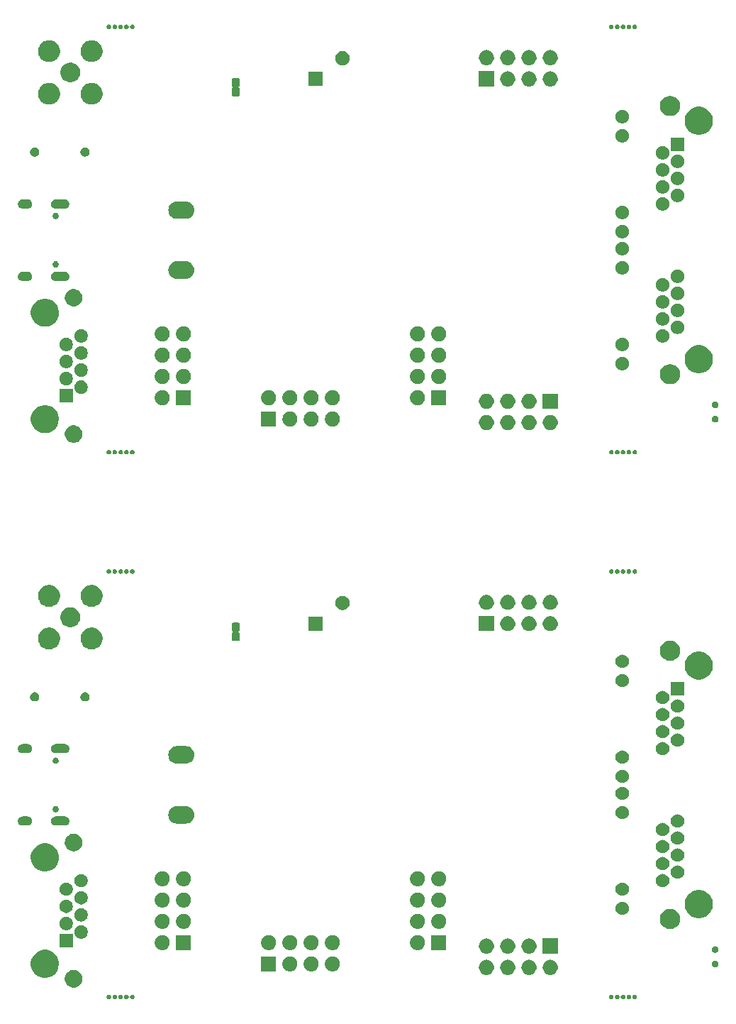
<source format=gbr>
G04 #@! TF.GenerationSoftware,KiCad,Pcbnew,5.1.5*
G04 #@! TF.CreationDate,2020-09-01T20:47:55+02:00*
G04 #@! TF.ProjectId,icE1usb-panel,69634531-7573-4622-9d70-616e656c2e6b,1.0*
G04 #@! TF.SameCoordinates,Original*
G04 #@! TF.FileFunction,Soldermask,Bot*
G04 #@! TF.FilePolarity,Negative*
%FSLAX46Y46*%
G04 Gerber Fmt 4.6, Leading zero omitted, Abs format (unit mm)*
G04 Created by KiCad (PCBNEW 5.1.5) date 2020-09-01 20:47:55*
%MOMM*%
%LPD*%
G04 APERTURE LIST*
%ADD10C,0.150000*%
%ADD11C,0.100000*%
G04 APERTURE END LIST*
D10*
G36*
X-16500000Y-46700000D02*
G01*
X-16500000Y-46800000D01*
X-16000000Y-46800000D01*
X-16000000Y-46700000D01*
X-16500000Y-46700000D01*
G37*
X-16500000Y-46700000D02*
X-16500000Y-46800000D01*
X-16000000Y-46800000D01*
X-16000000Y-46700000D01*
X-16500000Y-46700000D01*
G36*
X-16500000Y18300000D02*
G01*
X-16500000Y18200000D01*
X-16000000Y18200000D01*
X-16000000Y18300000D01*
X-16500000Y18300000D01*
G37*
X-16500000Y18300000D02*
X-16500000Y18200000D01*
X-16000000Y18200000D01*
X-16000000Y18300000D01*
X-16500000Y18300000D01*
D11*
G36*
X-28519785Y-90035568D02*
G01*
X-28469738Y-90056298D01*
X-28424697Y-90086393D01*
X-28386393Y-90124697D01*
X-28356298Y-90169738D01*
X-28335568Y-90219785D01*
X-28325000Y-90272915D01*
X-28325000Y-90327085D01*
X-28335568Y-90380215D01*
X-28356298Y-90430262D01*
X-28386393Y-90475303D01*
X-28424697Y-90513607D01*
X-28469738Y-90543702D01*
X-28519785Y-90564432D01*
X-28572915Y-90575000D01*
X-28627085Y-90575000D01*
X-28680215Y-90564432D01*
X-28730262Y-90543702D01*
X-28775303Y-90513607D01*
X-28813607Y-90475303D01*
X-28843702Y-90430262D01*
X-28864432Y-90380215D01*
X-28875000Y-90327085D01*
X-28875000Y-90272915D01*
X-28864432Y-90219785D01*
X-28843702Y-90169738D01*
X-28813607Y-90124697D01*
X-28775303Y-90086393D01*
X-28730262Y-90056298D01*
X-28680215Y-90035568D01*
X-28627085Y-90025000D01*
X-28572915Y-90025000D01*
X-28519785Y-90035568D01*
G37*
G36*
X30780215Y-90035568D02*
G01*
X30830262Y-90056298D01*
X30875303Y-90086393D01*
X30913607Y-90124697D01*
X30943702Y-90169738D01*
X30964432Y-90219785D01*
X30975000Y-90272915D01*
X30975000Y-90327085D01*
X30964432Y-90380215D01*
X30943702Y-90430262D01*
X30913607Y-90475303D01*
X30875303Y-90513607D01*
X30830262Y-90543702D01*
X30780215Y-90564432D01*
X30727085Y-90575000D01*
X30672915Y-90575000D01*
X30619785Y-90564432D01*
X30569738Y-90543702D01*
X30524697Y-90513607D01*
X30486393Y-90475303D01*
X30456298Y-90430262D01*
X30435568Y-90380215D01*
X30425000Y-90327085D01*
X30425000Y-90272915D01*
X30435568Y-90219785D01*
X30456298Y-90169738D01*
X30486393Y-90124697D01*
X30524697Y-90086393D01*
X30569738Y-90056298D01*
X30619785Y-90035568D01*
X30672915Y-90025000D01*
X30727085Y-90025000D01*
X30780215Y-90035568D01*
G37*
G36*
X30080215Y-90035568D02*
G01*
X30130262Y-90056298D01*
X30175303Y-90086393D01*
X30213607Y-90124697D01*
X30243702Y-90169738D01*
X30264432Y-90219785D01*
X30275000Y-90272915D01*
X30275000Y-90327085D01*
X30264432Y-90380215D01*
X30243702Y-90430262D01*
X30213607Y-90475303D01*
X30175303Y-90513607D01*
X30130262Y-90543702D01*
X30080215Y-90564432D01*
X30027085Y-90575000D01*
X29972915Y-90575000D01*
X29919785Y-90564432D01*
X29869738Y-90543702D01*
X29824697Y-90513607D01*
X29786393Y-90475303D01*
X29756298Y-90430262D01*
X29735568Y-90380215D01*
X29725000Y-90327085D01*
X29725000Y-90272915D01*
X29735568Y-90219785D01*
X29756298Y-90169738D01*
X29786393Y-90124697D01*
X29824697Y-90086393D01*
X29869738Y-90056298D01*
X29919785Y-90035568D01*
X29972915Y-90025000D01*
X30027085Y-90025000D01*
X30080215Y-90035568D01*
G37*
G36*
X29380215Y-90035568D02*
G01*
X29430262Y-90056298D01*
X29475303Y-90086393D01*
X29513607Y-90124697D01*
X29543702Y-90169738D01*
X29564432Y-90219785D01*
X29575000Y-90272915D01*
X29575000Y-90327085D01*
X29564432Y-90380215D01*
X29543702Y-90430262D01*
X29513607Y-90475303D01*
X29475303Y-90513607D01*
X29430262Y-90543702D01*
X29380215Y-90564432D01*
X29327085Y-90575000D01*
X29272915Y-90575000D01*
X29219785Y-90564432D01*
X29169738Y-90543702D01*
X29124697Y-90513607D01*
X29086393Y-90475303D01*
X29056298Y-90430262D01*
X29035568Y-90380215D01*
X29025000Y-90327085D01*
X29025000Y-90272915D01*
X29035568Y-90219785D01*
X29056298Y-90169738D01*
X29086393Y-90124697D01*
X29124697Y-90086393D01*
X29169738Y-90056298D01*
X29219785Y-90035568D01*
X29272915Y-90025000D01*
X29327085Y-90025000D01*
X29380215Y-90035568D01*
G37*
G36*
X28680215Y-90035568D02*
G01*
X28730262Y-90056298D01*
X28775303Y-90086393D01*
X28813607Y-90124697D01*
X28843702Y-90169738D01*
X28864432Y-90219785D01*
X28875000Y-90272915D01*
X28875000Y-90327085D01*
X28864432Y-90380215D01*
X28843702Y-90430262D01*
X28813607Y-90475303D01*
X28775303Y-90513607D01*
X28730262Y-90543702D01*
X28680215Y-90564432D01*
X28627085Y-90575000D01*
X28572915Y-90575000D01*
X28519785Y-90564432D01*
X28469738Y-90543702D01*
X28424697Y-90513607D01*
X28386393Y-90475303D01*
X28356298Y-90430262D01*
X28335568Y-90380215D01*
X28325000Y-90327085D01*
X28325000Y-90272915D01*
X28335568Y-90219785D01*
X28356298Y-90169738D01*
X28386393Y-90124697D01*
X28424697Y-90086393D01*
X28469738Y-90056298D01*
X28519785Y-90035568D01*
X28572915Y-90025000D01*
X28627085Y-90025000D01*
X28680215Y-90035568D01*
G37*
G36*
X31480215Y-90035568D02*
G01*
X31530262Y-90056298D01*
X31575303Y-90086393D01*
X31613607Y-90124697D01*
X31643702Y-90169738D01*
X31664432Y-90219785D01*
X31675000Y-90272915D01*
X31675000Y-90327085D01*
X31664432Y-90380215D01*
X31643702Y-90430262D01*
X31613607Y-90475303D01*
X31575303Y-90513607D01*
X31530262Y-90543702D01*
X31480215Y-90564432D01*
X31427085Y-90575000D01*
X31372915Y-90575000D01*
X31319785Y-90564432D01*
X31269738Y-90543702D01*
X31224697Y-90513607D01*
X31186393Y-90475303D01*
X31156298Y-90430262D01*
X31135568Y-90380215D01*
X31125000Y-90327085D01*
X31125000Y-90272915D01*
X31135568Y-90219785D01*
X31156298Y-90169738D01*
X31186393Y-90124697D01*
X31224697Y-90086393D01*
X31269738Y-90056298D01*
X31319785Y-90035568D01*
X31372915Y-90025000D01*
X31427085Y-90025000D01*
X31480215Y-90035568D01*
G37*
G36*
X-30619785Y-90035568D02*
G01*
X-30569738Y-90056298D01*
X-30524697Y-90086393D01*
X-30486393Y-90124697D01*
X-30456298Y-90169738D01*
X-30435568Y-90219785D01*
X-30425000Y-90272915D01*
X-30425000Y-90327085D01*
X-30435568Y-90380215D01*
X-30456298Y-90430262D01*
X-30486393Y-90475303D01*
X-30524697Y-90513607D01*
X-30569738Y-90543702D01*
X-30619785Y-90564432D01*
X-30672915Y-90575000D01*
X-30727085Y-90575000D01*
X-30780215Y-90564432D01*
X-30830262Y-90543702D01*
X-30875303Y-90513607D01*
X-30913607Y-90475303D01*
X-30943702Y-90430262D01*
X-30964432Y-90380215D01*
X-30975000Y-90327085D01*
X-30975000Y-90272915D01*
X-30964432Y-90219785D01*
X-30943702Y-90169738D01*
X-30913607Y-90124697D01*
X-30875303Y-90086393D01*
X-30830262Y-90056298D01*
X-30780215Y-90035568D01*
X-30727085Y-90025000D01*
X-30672915Y-90025000D01*
X-30619785Y-90035568D01*
G37*
G36*
X-29919785Y-90035568D02*
G01*
X-29869738Y-90056298D01*
X-29824697Y-90086393D01*
X-29786393Y-90124697D01*
X-29756298Y-90169738D01*
X-29735568Y-90219785D01*
X-29725000Y-90272915D01*
X-29725000Y-90327085D01*
X-29735568Y-90380215D01*
X-29756298Y-90430262D01*
X-29786393Y-90475303D01*
X-29824697Y-90513607D01*
X-29869738Y-90543702D01*
X-29919785Y-90564432D01*
X-29972915Y-90575000D01*
X-30027085Y-90575000D01*
X-30080215Y-90564432D01*
X-30130262Y-90543702D01*
X-30175303Y-90513607D01*
X-30213607Y-90475303D01*
X-30243702Y-90430262D01*
X-30264432Y-90380215D01*
X-30275000Y-90327085D01*
X-30275000Y-90272915D01*
X-30264432Y-90219785D01*
X-30243702Y-90169738D01*
X-30213607Y-90124697D01*
X-30175303Y-90086393D01*
X-30130262Y-90056298D01*
X-30080215Y-90035568D01*
X-30027085Y-90025000D01*
X-29972915Y-90025000D01*
X-29919785Y-90035568D01*
G37*
G36*
X-29219785Y-90035568D02*
G01*
X-29169738Y-90056298D01*
X-29124697Y-90086393D01*
X-29086393Y-90124697D01*
X-29056298Y-90169738D01*
X-29035568Y-90219785D01*
X-29025000Y-90272915D01*
X-29025000Y-90327085D01*
X-29035568Y-90380215D01*
X-29056298Y-90430262D01*
X-29086393Y-90475303D01*
X-29124697Y-90513607D01*
X-29169738Y-90543702D01*
X-29219785Y-90564432D01*
X-29272915Y-90575000D01*
X-29327085Y-90575000D01*
X-29380215Y-90564432D01*
X-29430262Y-90543702D01*
X-29475303Y-90513607D01*
X-29513607Y-90475303D01*
X-29543702Y-90430262D01*
X-29564432Y-90380215D01*
X-29575000Y-90327085D01*
X-29575000Y-90272915D01*
X-29564432Y-90219785D01*
X-29543702Y-90169738D01*
X-29513607Y-90124697D01*
X-29475303Y-90086393D01*
X-29430262Y-90056298D01*
X-29380215Y-90035568D01*
X-29327085Y-90025000D01*
X-29272915Y-90025000D01*
X-29219785Y-90035568D01*
G37*
G36*
X-31319785Y-90035568D02*
G01*
X-31269738Y-90056298D01*
X-31224697Y-90086393D01*
X-31186393Y-90124697D01*
X-31156298Y-90169738D01*
X-31135568Y-90219785D01*
X-31125000Y-90272915D01*
X-31125000Y-90327085D01*
X-31135568Y-90380215D01*
X-31156298Y-90430262D01*
X-31186393Y-90475303D01*
X-31224697Y-90513607D01*
X-31269738Y-90543702D01*
X-31319785Y-90564432D01*
X-31372915Y-90575000D01*
X-31427085Y-90575000D01*
X-31480215Y-90564432D01*
X-31530262Y-90543702D01*
X-31575303Y-90513607D01*
X-31613607Y-90475303D01*
X-31643702Y-90430262D01*
X-31664432Y-90380215D01*
X-31675000Y-90327085D01*
X-31675000Y-90272915D01*
X-31664432Y-90219785D01*
X-31643702Y-90169738D01*
X-31613607Y-90124697D01*
X-31575303Y-90086393D01*
X-31530262Y-90056298D01*
X-31480215Y-90035568D01*
X-31427085Y-90025000D01*
X-31372915Y-90025000D01*
X-31319785Y-90035568D01*
G37*
G36*
X-35438965Y-87103450D02*
G01*
X-35303726Y-87130350D01*
X-35112638Y-87209502D01*
X-34940664Y-87324411D01*
X-34794411Y-87470664D01*
X-34679502Y-87642638D01*
X-34600350Y-87833726D01*
X-34560000Y-88036584D01*
X-34560000Y-88243416D01*
X-34600350Y-88446274D01*
X-34679502Y-88637362D01*
X-34794411Y-88809336D01*
X-34940664Y-88955589D01*
X-35112638Y-89070498D01*
X-35303726Y-89149650D01*
X-35438965Y-89176550D01*
X-35506582Y-89190000D01*
X-35713418Y-89190000D01*
X-35781035Y-89176550D01*
X-35916274Y-89149650D01*
X-36107362Y-89070498D01*
X-36279336Y-88955589D01*
X-36425589Y-88809336D01*
X-36540498Y-88637362D01*
X-36619650Y-88446274D01*
X-36660000Y-88243416D01*
X-36660000Y-88036584D01*
X-36619650Y-87833726D01*
X-36540498Y-87642638D01*
X-36425589Y-87470664D01*
X-36279336Y-87324411D01*
X-36107362Y-87209502D01*
X-35916274Y-87130350D01*
X-35781035Y-87103450D01*
X-35713418Y-87090000D01*
X-35506582Y-87090000D01*
X-35438965Y-87103450D01*
G37*
G36*
X-38551424Y-84749368D02*
G01*
X-38551423Y-84749368D01*
X-38551420Y-84749369D01*
X-38246590Y-84875634D01*
X-37972249Y-85058942D01*
X-37738942Y-85292249D01*
X-37555634Y-85566590D01*
X-37429369Y-85871420D01*
X-37429368Y-85871423D01*
X-37429368Y-85871424D01*
X-37365000Y-86195025D01*
X-37365000Y-86524975D01*
X-37414994Y-86776313D01*
X-37429369Y-86848580D01*
X-37555634Y-87153410D01*
X-37738942Y-87427751D01*
X-37972249Y-87661058D01*
X-38246590Y-87844366D01*
X-38551420Y-87970631D01*
X-38551423Y-87970632D01*
X-38551424Y-87970632D01*
X-38875025Y-88035000D01*
X-39204975Y-88035000D01*
X-39528576Y-87970632D01*
X-39528577Y-87970632D01*
X-39528580Y-87970631D01*
X-39833410Y-87844366D01*
X-40107751Y-87661058D01*
X-40341058Y-87427751D01*
X-40524366Y-87153410D01*
X-40650631Y-86848580D01*
X-40665006Y-86776313D01*
X-40715000Y-86524975D01*
X-40715000Y-86195025D01*
X-40650632Y-85871424D01*
X-40650632Y-85871423D01*
X-40650631Y-85871420D01*
X-40524366Y-85566590D01*
X-40341058Y-85292249D01*
X-40107751Y-85058942D01*
X-39833410Y-84875634D01*
X-39528580Y-84749369D01*
X-39528577Y-84749368D01*
X-39528576Y-84749368D01*
X-39204975Y-84685000D01*
X-38875025Y-84685000D01*
X-38551424Y-84749368D01*
G37*
G36*
X21473161Y-85884823D02*
G01*
X21572520Y-85904586D01*
X21736310Y-85972430D01*
X21883717Y-86070924D01*
X22009076Y-86196283D01*
X22107570Y-86343690D01*
X22175414Y-86507480D01*
X22195177Y-86606839D01*
X22210000Y-86681355D01*
X22210000Y-86858645D01*
X22197057Y-86923714D01*
X22175414Y-87032520D01*
X22107570Y-87196310D01*
X22009076Y-87343717D01*
X21883717Y-87469076D01*
X21736310Y-87567570D01*
X21572520Y-87635414D01*
X21473161Y-87655177D01*
X21398645Y-87670000D01*
X21221355Y-87670000D01*
X21146839Y-87655177D01*
X21047480Y-87635414D01*
X20883690Y-87567570D01*
X20736283Y-87469076D01*
X20610924Y-87343717D01*
X20512430Y-87196310D01*
X20444586Y-87032520D01*
X20422943Y-86923714D01*
X20410000Y-86858645D01*
X20410000Y-86681355D01*
X20424823Y-86606839D01*
X20444586Y-86507480D01*
X20512430Y-86343690D01*
X20610924Y-86196283D01*
X20736283Y-86070924D01*
X20883690Y-85972430D01*
X21047480Y-85904586D01*
X21146839Y-85884823D01*
X21221355Y-85870000D01*
X21398645Y-85870000D01*
X21473161Y-85884823D01*
G37*
G36*
X18933161Y-85884823D02*
G01*
X19032520Y-85904586D01*
X19196310Y-85972430D01*
X19343717Y-86070924D01*
X19469076Y-86196283D01*
X19567570Y-86343690D01*
X19635414Y-86507480D01*
X19655177Y-86606839D01*
X19670000Y-86681355D01*
X19670000Y-86858645D01*
X19657057Y-86923714D01*
X19635414Y-87032520D01*
X19567570Y-87196310D01*
X19469076Y-87343717D01*
X19343717Y-87469076D01*
X19196310Y-87567570D01*
X19032520Y-87635414D01*
X18933161Y-87655177D01*
X18858645Y-87670000D01*
X18681355Y-87670000D01*
X18606839Y-87655177D01*
X18507480Y-87635414D01*
X18343690Y-87567570D01*
X18196283Y-87469076D01*
X18070924Y-87343717D01*
X17972430Y-87196310D01*
X17904586Y-87032520D01*
X17882943Y-86923714D01*
X17870000Y-86858645D01*
X17870000Y-86681355D01*
X17884823Y-86606839D01*
X17904586Y-86507480D01*
X17972430Y-86343690D01*
X18070924Y-86196283D01*
X18196283Y-86070924D01*
X18343690Y-85972430D01*
X18507480Y-85904586D01*
X18606839Y-85884823D01*
X18681355Y-85870000D01*
X18858645Y-85870000D01*
X18933161Y-85884823D01*
G37*
G36*
X16393161Y-85884823D02*
G01*
X16492520Y-85904586D01*
X16656310Y-85972430D01*
X16803717Y-86070924D01*
X16929076Y-86196283D01*
X17027570Y-86343690D01*
X17095414Y-86507480D01*
X17115177Y-86606839D01*
X17130000Y-86681355D01*
X17130000Y-86858645D01*
X17117057Y-86923714D01*
X17095414Y-87032520D01*
X17027570Y-87196310D01*
X16929076Y-87343717D01*
X16803717Y-87469076D01*
X16656310Y-87567570D01*
X16492520Y-87635414D01*
X16393161Y-87655177D01*
X16318645Y-87670000D01*
X16141355Y-87670000D01*
X16066839Y-87655177D01*
X15967480Y-87635414D01*
X15803690Y-87567570D01*
X15656283Y-87469076D01*
X15530924Y-87343717D01*
X15432430Y-87196310D01*
X15364586Y-87032520D01*
X15342943Y-86923714D01*
X15330000Y-86858645D01*
X15330000Y-86681355D01*
X15344823Y-86606839D01*
X15364586Y-86507480D01*
X15432430Y-86343690D01*
X15530924Y-86196283D01*
X15656283Y-86070924D01*
X15803690Y-85972430D01*
X15967480Y-85904586D01*
X16066839Y-85884823D01*
X16141355Y-85870000D01*
X16318645Y-85870000D01*
X16393161Y-85884823D01*
G37*
G36*
X13853161Y-85884823D02*
G01*
X13952520Y-85904586D01*
X14116310Y-85972430D01*
X14263717Y-86070924D01*
X14389076Y-86196283D01*
X14487570Y-86343690D01*
X14555414Y-86507480D01*
X14575177Y-86606839D01*
X14590000Y-86681355D01*
X14590000Y-86858645D01*
X14577057Y-86923714D01*
X14555414Y-87032520D01*
X14487570Y-87196310D01*
X14389076Y-87343717D01*
X14263717Y-87469076D01*
X14116310Y-87567570D01*
X13952520Y-87635414D01*
X13853161Y-87655177D01*
X13778645Y-87670000D01*
X13601355Y-87670000D01*
X13526839Y-87655177D01*
X13427480Y-87635414D01*
X13263690Y-87567570D01*
X13116283Y-87469076D01*
X12990924Y-87343717D01*
X12892430Y-87196310D01*
X12824586Y-87032520D01*
X12802943Y-86923714D01*
X12790000Y-86858645D01*
X12790000Y-86681355D01*
X12804823Y-86606839D01*
X12824586Y-86507480D01*
X12892430Y-86343690D01*
X12990924Y-86196283D01*
X13116283Y-86070924D01*
X13263690Y-85972430D01*
X13427480Y-85904586D01*
X13526839Y-85884823D01*
X13601355Y-85870000D01*
X13778645Y-85870000D01*
X13853161Y-85884823D01*
G37*
G36*
X-4536839Y-85464823D02*
G01*
X-4437480Y-85484586D01*
X-4273690Y-85552430D01*
X-4126283Y-85650924D01*
X-4000924Y-85776283D01*
X-3902430Y-85923690D01*
X-3834586Y-86087480D01*
X-3829109Y-86115016D01*
X-3800000Y-86261355D01*
X-3800000Y-86438645D01*
X-3813693Y-86507484D01*
X-3834586Y-86612520D01*
X-3902430Y-86776310D01*
X-4000924Y-86923717D01*
X-4126283Y-87049076D01*
X-4273690Y-87147570D01*
X-4437480Y-87215414D01*
X-4536839Y-87235177D01*
X-4611355Y-87250000D01*
X-4788645Y-87250000D01*
X-4863161Y-87235177D01*
X-4962520Y-87215414D01*
X-5126310Y-87147570D01*
X-5273717Y-87049076D01*
X-5399076Y-86923717D01*
X-5497570Y-86776310D01*
X-5565414Y-86612520D01*
X-5586307Y-86507484D01*
X-5600000Y-86438645D01*
X-5600000Y-86261355D01*
X-5570891Y-86115016D01*
X-5565414Y-86087480D01*
X-5497570Y-85923690D01*
X-5399076Y-85776283D01*
X-5273717Y-85650924D01*
X-5126310Y-85552430D01*
X-4962520Y-85484586D01*
X-4863161Y-85464823D01*
X-4788645Y-85450000D01*
X-4611355Y-85450000D01*
X-4536839Y-85464823D01*
G37*
G36*
X-7076839Y-85464823D02*
G01*
X-6977480Y-85484586D01*
X-6813690Y-85552430D01*
X-6666283Y-85650924D01*
X-6540924Y-85776283D01*
X-6442430Y-85923690D01*
X-6374586Y-86087480D01*
X-6369109Y-86115016D01*
X-6340000Y-86261355D01*
X-6340000Y-86438645D01*
X-6353693Y-86507484D01*
X-6374586Y-86612520D01*
X-6442430Y-86776310D01*
X-6540924Y-86923717D01*
X-6666283Y-87049076D01*
X-6813690Y-87147570D01*
X-6977480Y-87215414D01*
X-7076839Y-87235177D01*
X-7151355Y-87250000D01*
X-7328645Y-87250000D01*
X-7403161Y-87235177D01*
X-7502520Y-87215414D01*
X-7666310Y-87147570D01*
X-7813717Y-87049076D01*
X-7939076Y-86923717D01*
X-8037570Y-86776310D01*
X-8105414Y-86612520D01*
X-8126307Y-86507484D01*
X-8140000Y-86438645D01*
X-8140000Y-86261355D01*
X-8110891Y-86115016D01*
X-8105414Y-86087480D01*
X-8037570Y-85923690D01*
X-7939076Y-85776283D01*
X-7813717Y-85650924D01*
X-7666310Y-85552430D01*
X-7502520Y-85484586D01*
X-7403161Y-85464823D01*
X-7328645Y-85450000D01*
X-7151355Y-85450000D01*
X-7076839Y-85464823D01*
G37*
G36*
X-9616839Y-85464823D02*
G01*
X-9517480Y-85484586D01*
X-9353690Y-85552430D01*
X-9206283Y-85650924D01*
X-9080924Y-85776283D01*
X-8982430Y-85923690D01*
X-8914586Y-86087480D01*
X-8909109Y-86115016D01*
X-8880000Y-86261355D01*
X-8880000Y-86438645D01*
X-8893693Y-86507484D01*
X-8914586Y-86612520D01*
X-8982430Y-86776310D01*
X-9080924Y-86923717D01*
X-9206283Y-87049076D01*
X-9353690Y-87147570D01*
X-9517480Y-87215414D01*
X-9616839Y-87235177D01*
X-9691355Y-87250000D01*
X-9868645Y-87250000D01*
X-9943161Y-87235177D01*
X-10042520Y-87215414D01*
X-10206310Y-87147570D01*
X-10353717Y-87049076D01*
X-10479076Y-86923717D01*
X-10577570Y-86776310D01*
X-10645414Y-86612520D01*
X-10666307Y-86507484D01*
X-10680000Y-86438645D01*
X-10680000Y-86261355D01*
X-10650891Y-86115016D01*
X-10645414Y-86087480D01*
X-10577570Y-85923690D01*
X-10479076Y-85776283D01*
X-10353717Y-85650924D01*
X-10206310Y-85552430D01*
X-10042520Y-85484586D01*
X-9943161Y-85464823D01*
X-9868645Y-85450000D01*
X-9691355Y-85450000D01*
X-9616839Y-85464823D01*
G37*
G36*
X-11420000Y-87250000D02*
G01*
X-13220000Y-87250000D01*
X-13220000Y-85450000D01*
X-11420000Y-85450000D01*
X-11420000Y-87250000D01*
G37*
G36*
X41116673Y-85985371D02*
G01*
X41116675Y-85985372D01*
X41116676Y-85985372D01*
X41143566Y-85996510D01*
X41189472Y-86015525D01*
X41254984Y-86059299D01*
X41310701Y-86115016D01*
X41354475Y-86180528D01*
X41384629Y-86253327D01*
X41400000Y-86330601D01*
X41400000Y-86409399D01*
X41384629Y-86486673D01*
X41354475Y-86559472D01*
X41310701Y-86624984D01*
X41254984Y-86680701D01*
X41189472Y-86724475D01*
X41143566Y-86743490D01*
X41116676Y-86754628D01*
X41116675Y-86754628D01*
X41116673Y-86754629D01*
X41039399Y-86770000D01*
X40960601Y-86770000D01*
X40883327Y-86754629D01*
X40883325Y-86754628D01*
X40883324Y-86754628D01*
X40856434Y-86743490D01*
X40810528Y-86724475D01*
X40745016Y-86680701D01*
X40689299Y-86624984D01*
X40645525Y-86559472D01*
X40615371Y-86486673D01*
X40600000Y-86409399D01*
X40600000Y-86330601D01*
X40615371Y-86253327D01*
X40645525Y-86180528D01*
X40689299Y-86115016D01*
X40745016Y-86059299D01*
X40810528Y-86015525D01*
X40856434Y-85996510D01*
X40883324Y-85985372D01*
X40883325Y-85985372D01*
X40883327Y-85985371D01*
X40960601Y-85970000D01*
X41039399Y-85970000D01*
X41116673Y-85985371D01*
G37*
G36*
X13853161Y-83344823D02*
G01*
X13952520Y-83364586D01*
X14116310Y-83432430D01*
X14263717Y-83530924D01*
X14389076Y-83656283D01*
X14487570Y-83803690D01*
X14555414Y-83967480D01*
X14575177Y-84066839D01*
X14590000Y-84141355D01*
X14590000Y-84318645D01*
X14577057Y-84383714D01*
X14555414Y-84492520D01*
X14487570Y-84656310D01*
X14389076Y-84803717D01*
X14263717Y-84929076D01*
X14116310Y-85027570D01*
X13952520Y-85095414D01*
X13853161Y-85115177D01*
X13778645Y-85130000D01*
X13601355Y-85130000D01*
X13526839Y-85115177D01*
X13427480Y-85095414D01*
X13263690Y-85027570D01*
X13116283Y-84929076D01*
X12990924Y-84803717D01*
X12892430Y-84656310D01*
X12824586Y-84492520D01*
X12802943Y-84383714D01*
X12790000Y-84318645D01*
X12790000Y-84141355D01*
X12804823Y-84066839D01*
X12824586Y-83967480D01*
X12892430Y-83803690D01*
X12990924Y-83656283D01*
X13116283Y-83530924D01*
X13263690Y-83432430D01*
X13427480Y-83364586D01*
X13526839Y-83344823D01*
X13601355Y-83330000D01*
X13778645Y-83330000D01*
X13853161Y-83344823D01*
G37*
G36*
X22210000Y-85130000D02*
G01*
X20410000Y-85130000D01*
X20410000Y-83330000D01*
X22210000Y-83330000D01*
X22210000Y-85130000D01*
G37*
G36*
X18933161Y-83344823D02*
G01*
X19032520Y-83364586D01*
X19196310Y-83432430D01*
X19343717Y-83530924D01*
X19469076Y-83656283D01*
X19567570Y-83803690D01*
X19635414Y-83967480D01*
X19655177Y-84066839D01*
X19670000Y-84141355D01*
X19670000Y-84318645D01*
X19657057Y-84383714D01*
X19635414Y-84492520D01*
X19567570Y-84656310D01*
X19469076Y-84803717D01*
X19343717Y-84929076D01*
X19196310Y-85027570D01*
X19032520Y-85095414D01*
X18933161Y-85115177D01*
X18858645Y-85130000D01*
X18681355Y-85130000D01*
X18606839Y-85115177D01*
X18507480Y-85095414D01*
X18343690Y-85027570D01*
X18196283Y-84929076D01*
X18070924Y-84803717D01*
X17972430Y-84656310D01*
X17904586Y-84492520D01*
X17882943Y-84383714D01*
X17870000Y-84318645D01*
X17870000Y-84141355D01*
X17884823Y-84066839D01*
X17904586Y-83967480D01*
X17972430Y-83803690D01*
X18070924Y-83656283D01*
X18196283Y-83530924D01*
X18343690Y-83432430D01*
X18507480Y-83364586D01*
X18606839Y-83344823D01*
X18681355Y-83330000D01*
X18858645Y-83330000D01*
X18933161Y-83344823D01*
G37*
G36*
X16393161Y-83344823D02*
G01*
X16492520Y-83364586D01*
X16656310Y-83432430D01*
X16803717Y-83530924D01*
X16929076Y-83656283D01*
X17027570Y-83803690D01*
X17095414Y-83967480D01*
X17115177Y-84066839D01*
X17130000Y-84141355D01*
X17130000Y-84318645D01*
X17117057Y-84383714D01*
X17095414Y-84492520D01*
X17027570Y-84656310D01*
X16929076Y-84803717D01*
X16803717Y-84929076D01*
X16656310Y-85027570D01*
X16492520Y-85095414D01*
X16393161Y-85115177D01*
X16318645Y-85130000D01*
X16141355Y-85130000D01*
X16066839Y-85115177D01*
X15967480Y-85095414D01*
X15803690Y-85027570D01*
X15656283Y-84929076D01*
X15530924Y-84803717D01*
X15432430Y-84656310D01*
X15364586Y-84492520D01*
X15342943Y-84383714D01*
X15330000Y-84318645D01*
X15330000Y-84141355D01*
X15344823Y-84066839D01*
X15364586Y-83967480D01*
X15432430Y-83803690D01*
X15530924Y-83656283D01*
X15656283Y-83530924D01*
X15803690Y-83432430D01*
X15967480Y-83364586D01*
X16066839Y-83344823D01*
X16141355Y-83330000D01*
X16318645Y-83330000D01*
X16393161Y-83344823D01*
G37*
G36*
X41116673Y-84265371D02*
G01*
X41116675Y-84265372D01*
X41116676Y-84265372D01*
X41143566Y-84276510D01*
X41189472Y-84295525D01*
X41254984Y-84339299D01*
X41310701Y-84395016D01*
X41354475Y-84460528D01*
X41384629Y-84533327D01*
X41400000Y-84610601D01*
X41400000Y-84689399D01*
X41384629Y-84766673D01*
X41354475Y-84839472D01*
X41310701Y-84904984D01*
X41254984Y-84960701D01*
X41189472Y-85004475D01*
X41143566Y-85023490D01*
X41116676Y-85034628D01*
X41116675Y-85034628D01*
X41116673Y-85034629D01*
X41039399Y-85050000D01*
X40960601Y-85050000D01*
X40883327Y-85034629D01*
X40883325Y-85034628D01*
X40883324Y-85034628D01*
X40856434Y-85023490D01*
X40810528Y-85004475D01*
X40745016Y-84960701D01*
X40689299Y-84904984D01*
X40645525Y-84839472D01*
X40615371Y-84766673D01*
X40600000Y-84689399D01*
X40600000Y-84610601D01*
X40615371Y-84533327D01*
X40645525Y-84460528D01*
X40689299Y-84395016D01*
X40745016Y-84339299D01*
X40810528Y-84295525D01*
X40856434Y-84276510D01*
X40883324Y-84265372D01*
X40883325Y-84265372D01*
X40883327Y-84265371D01*
X40960601Y-84250000D01*
X41039399Y-84250000D01*
X41116673Y-84265371D01*
G37*
G36*
X-4536839Y-82924823D02*
G01*
X-4437480Y-82944586D01*
X-4273690Y-83012430D01*
X-4126283Y-83110924D01*
X-4000924Y-83236283D01*
X-3902430Y-83383690D01*
X-3834586Y-83547480D01*
X-3814823Y-83646839D01*
X-3800000Y-83721355D01*
X-3800000Y-83898645D01*
X-3813693Y-83967484D01*
X-3834586Y-84072520D01*
X-3902430Y-84236310D01*
X-4000924Y-84383717D01*
X-4126283Y-84509076D01*
X-4273690Y-84607570D01*
X-4437480Y-84675414D01*
X-4536839Y-84695177D01*
X-4611355Y-84710000D01*
X-4788645Y-84710000D01*
X-4863161Y-84695177D01*
X-4962520Y-84675414D01*
X-5126310Y-84607570D01*
X-5273717Y-84509076D01*
X-5399076Y-84383717D01*
X-5497570Y-84236310D01*
X-5565414Y-84072520D01*
X-5586307Y-83967484D01*
X-5600000Y-83898645D01*
X-5600000Y-83721355D01*
X-5585177Y-83646839D01*
X-5565414Y-83547480D01*
X-5497570Y-83383690D01*
X-5399076Y-83236283D01*
X-5273717Y-83110924D01*
X-5126310Y-83012430D01*
X-4962520Y-82944586D01*
X-4863161Y-82924823D01*
X-4788645Y-82910000D01*
X-4611355Y-82910000D01*
X-4536839Y-82924823D01*
G37*
G36*
X-24856839Y-82924823D02*
G01*
X-24757480Y-82944586D01*
X-24593690Y-83012430D01*
X-24446283Y-83110924D01*
X-24320924Y-83236283D01*
X-24222430Y-83383690D01*
X-24154586Y-83547480D01*
X-24134823Y-83646839D01*
X-24120000Y-83721355D01*
X-24120000Y-83898645D01*
X-24133693Y-83967484D01*
X-24154586Y-84072520D01*
X-24222430Y-84236310D01*
X-24320924Y-84383717D01*
X-24446283Y-84509076D01*
X-24593690Y-84607570D01*
X-24757480Y-84675414D01*
X-24856839Y-84695177D01*
X-24931355Y-84710000D01*
X-25108645Y-84710000D01*
X-25183161Y-84695177D01*
X-25282520Y-84675414D01*
X-25446310Y-84607570D01*
X-25593717Y-84509076D01*
X-25719076Y-84383717D01*
X-25817570Y-84236310D01*
X-25885414Y-84072520D01*
X-25906307Y-83967484D01*
X-25920000Y-83898645D01*
X-25920000Y-83721355D01*
X-25905177Y-83646839D01*
X-25885414Y-83547480D01*
X-25817570Y-83383690D01*
X-25719076Y-83236283D01*
X-25593717Y-83110924D01*
X-25446310Y-83012430D01*
X-25282520Y-82944586D01*
X-25183161Y-82924823D01*
X-25108645Y-82910000D01*
X-24931355Y-82910000D01*
X-24856839Y-82924823D01*
G37*
G36*
X-21580000Y-84710000D02*
G01*
X-23380000Y-84710000D01*
X-23380000Y-82910000D01*
X-21580000Y-82910000D01*
X-21580000Y-84710000D01*
G37*
G36*
X5623161Y-82924823D02*
G01*
X5722520Y-82944586D01*
X5886310Y-83012430D01*
X6033717Y-83110924D01*
X6159076Y-83236283D01*
X6257570Y-83383690D01*
X6325414Y-83547480D01*
X6345177Y-83646839D01*
X6360000Y-83721355D01*
X6360000Y-83898645D01*
X6346307Y-83967484D01*
X6325414Y-84072520D01*
X6257570Y-84236310D01*
X6159076Y-84383717D01*
X6033717Y-84509076D01*
X5886310Y-84607570D01*
X5722520Y-84675414D01*
X5623161Y-84695177D01*
X5548645Y-84710000D01*
X5371355Y-84710000D01*
X5296839Y-84695177D01*
X5197480Y-84675414D01*
X5033690Y-84607570D01*
X4886283Y-84509076D01*
X4760924Y-84383717D01*
X4662430Y-84236310D01*
X4594586Y-84072520D01*
X4573693Y-83967484D01*
X4560000Y-83898645D01*
X4560000Y-83721355D01*
X4574823Y-83646839D01*
X4594586Y-83547480D01*
X4662430Y-83383690D01*
X4760924Y-83236283D01*
X4886283Y-83110924D01*
X5033690Y-83012430D01*
X5197480Y-82944586D01*
X5296839Y-82924823D01*
X5371355Y-82910000D01*
X5548645Y-82910000D01*
X5623161Y-82924823D01*
G37*
G36*
X8900000Y-84710000D02*
G01*
X7100000Y-84710000D01*
X7100000Y-82910000D01*
X8900000Y-82910000D01*
X8900000Y-84710000D01*
G37*
G36*
X-7076839Y-82924823D02*
G01*
X-6977480Y-82944586D01*
X-6813690Y-83012430D01*
X-6666283Y-83110924D01*
X-6540924Y-83236283D01*
X-6442430Y-83383690D01*
X-6374586Y-83547480D01*
X-6354823Y-83646839D01*
X-6340000Y-83721355D01*
X-6340000Y-83898645D01*
X-6353693Y-83967484D01*
X-6374586Y-84072520D01*
X-6442430Y-84236310D01*
X-6540924Y-84383717D01*
X-6666283Y-84509076D01*
X-6813690Y-84607570D01*
X-6977480Y-84675414D01*
X-7076839Y-84695177D01*
X-7151355Y-84710000D01*
X-7328645Y-84710000D01*
X-7403161Y-84695177D01*
X-7502520Y-84675414D01*
X-7666310Y-84607570D01*
X-7813717Y-84509076D01*
X-7939076Y-84383717D01*
X-8037570Y-84236310D01*
X-8105414Y-84072520D01*
X-8126307Y-83967484D01*
X-8140000Y-83898645D01*
X-8140000Y-83721355D01*
X-8125177Y-83646839D01*
X-8105414Y-83547480D01*
X-8037570Y-83383690D01*
X-7939076Y-83236283D01*
X-7813717Y-83110924D01*
X-7666310Y-83012430D01*
X-7502520Y-82944586D01*
X-7403161Y-82924823D01*
X-7328645Y-82910000D01*
X-7151355Y-82910000D01*
X-7076839Y-82924823D01*
G37*
G36*
X-9616839Y-82924823D02*
G01*
X-9517480Y-82944586D01*
X-9353690Y-83012430D01*
X-9206283Y-83110924D01*
X-9080924Y-83236283D01*
X-8982430Y-83383690D01*
X-8914586Y-83547480D01*
X-8894823Y-83646839D01*
X-8880000Y-83721355D01*
X-8880000Y-83898645D01*
X-8893693Y-83967484D01*
X-8914586Y-84072520D01*
X-8982430Y-84236310D01*
X-9080924Y-84383717D01*
X-9206283Y-84509076D01*
X-9353690Y-84607570D01*
X-9517480Y-84675414D01*
X-9616839Y-84695177D01*
X-9691355Y-84710000D01*
X-9868645Y-84710000D01*
X-9943161Y-84695177D01*
X-10042520Y-84675414D01*
X-10206310Y-84607570D01*
X-10353717Y-84509076D01*
X-10479076Y-84383717D01*
X-10577570Y-84236310D01*
X-10645414Y-84072520D01*
X-10666307Y-83967484D01*
X-10680000Y-83898645D01*
X-10680000Y-83721355D01*
X-10665177Y-83646839D01*
X-10645414Y-83547480D01*
X-10577570Y-83383690D01*
X-10479076Y-83236283D01*
X-10353717Y-83110924D01*
X-10206310Y-83012430D01*
X-10042520Y-82944586D01*
X-9943161Y-82924823D01*
X-9868645Y-82910000D01*
X-9691355Y-82910000D01*
X-9616839Y-82924823D01*
G37*
G36*
X-12156839Y-82924823D02*
G01*
X-12057480Y-82944586D01*
X-11893690Y-83012430D01*
X-11746283Y-83110924D01*
X-11620924Y-83236283D01*
X-11522430Y-83383690D01*
X-11454586Y-83547480D01*
X-11434823Y-83646839D01*
X-11420000Y-83721355D01*
X-11420000Y-83898645D01*
X-11433693Y-83967484D01*
X-11454586Y-84072520D01*
X-11522430Y-84236310D01*
X-11620924Y-84383717D01*
X-11746283Y-84509076D01*
X-11893690Y-84607570D01*
X-12057480Y-84675414D01*
X-12156839Y-84695177D01*
X-12231355Y-84710000D01*
X-12408645Y-84710000D01*
X-12483161Y-84695177D01*
X-12582520Y-84675414D01*
X-12746310Y-84607570D01*
X-12893717Y-84509076D01*
X-13019076Y-84383717D01*
X-13117570Y-84236310D01*
X-13185414Y-84072520D01*
X-13206307Y-83967484D01*
X-13220000Y-83898645D01*
X-13220000Y-83721355D01*
X-13205177Y-83646839D01*
X-13185414Y-83547480D01*
X-13117570Y-83383690D01*
X-13019076Y-83236283D01*
X-12893717Y-83110924D01*
X-12746310Y-83012430D01*
X-12582520Y-82944586D01*
X-12483161Y-82924823D01*
X-12408645Y-82910000D01*
X-12231355Y-82910000D01*
X-12156839Y-82924823D01*
G37*
G36*
X-35700000Y-84370000D02*
G01*
X-37300000Y-84370000D01*
X-37300000Y-82770000D01*
X-35700000Y-82770000D01*
X-35700000Y-84370000D01*
G37*
G36*
X-34591169Y-81759953D02*
G01*
X-34486649Y-81780743D01*
X-34341058Y-81841049D01*
X-34210030Y-81928599D01*
X-34098599Y-82040030D01*
X-34011049Y-82171058D01*
X-33950743Y-82316649D01*
X-33920000Y-82471207D01*
X-33920000Y-82628793D01*
X-33950743Y-82783351D01*
X-34011049Y-82928942D01*
X-34098599Y-83059970D01*
X-34210030Y-83171401D01*
X-34341058Y-83258951D01*
X-34486649Y-83319257D01*
X-34589688Y-83339752D01*
X-34641205Y-83350000D01*
X-34798795Y-83350000D01*
X-34850312Y-83339752D01*
X-34953351Y-83319257D01*
X-35098942Y-83258951D01*
X-35229970Y-83171401D01*
X-35341401Y-83059970D01*
X-35428951Y-82928942D01*
X-35489257Y-82783351D01*
X-35520000Y-82628793D01*
X-35520000Y-82471207D01*
X-35489257Y-82316649D01*
X-35428951Y-82171058D01*
X-35341401Y-82040030D01*
X-35229970Y-81928599D01*
X-35098942Y-81841049D01*
X-34953351Y-81780743D01*
X-34848831Y-81759953D01*
X-34798795Y-81750000D01*
X-34641205Y-81750000D01*
X-34591169Y-81759953D01*
G37*
G36*
X-36369688Y-80740248D02*
G01*
X-36266649Y-80760743D01*
X-36121058Y-80821049D01*
X-35990030Y-80908599D01*
X-35878599Y-81020030D01*
X-35791049Y-81151058D01*
X-35730743Y-81296649D01*
X-35700000Y-81451207D01*
X-35700000Y-81608793D01*
X-35730743Y-81763351D01*
X-35791049Y-81908942D01*
X-35878599Y-82039970D01*
X-35990030Y-82151401D01*
X-36121058Y-82238951D01*
X-36266649Y-82299257D01*
X-36369688Y-82319752D01*
X-36421205Y-82330000D01*
X-36578795Y-82330000D01*
X-36630312Y-82319752D01*
X-36733351Y-82299257D01*
X-36878942Y-82238951D01*
X-37009970Y-82151401D01*
X-37121401Y-82039970D01*
X-37208951Y-81908942D01*
X-37269257Y-81763351D01*
X-37300000Y-81608793D01*
X-37300000Y-81451207D01*
X-37269257Y-81296649D01*
X-37208951Y-81151058D01*
X-37121401Y-81020030D01*
X-37009970Y-80908599D01*
X-36878942Y-80821049D01*
X-36733351Y-80760743D01*
X-36630312Y-80740248D01*
X-36578795Y-80730000D01*
X-36421205Y-80730000D01*
X-36369688Y-80740248D01*
G37*
G36*
X35960024Y-79841114D02*
G01*
X36178417Y-79931575D01*
X36374953Y-80062897D01*
X36542103Y-80230047D01*
X36673425Y-80426583D01*
X36763886Y-80644976D01*
X36810000Y-80876808D01*
X36810000Y-81113192D01*
X36763886Y-81345024D01*
X36673425Y-81563417D01*
X36542103Y-81759953D01*
X36374953Y-81927103D01*
X36178417Y-82058425D01*
X35960024Y-82148886D01*
X35728192Y-82195000D01*
X35491808Y-82195000D01*
X35259976Y-82148886D01*
X35041583Y-82058425D01*
X34845047Y-81927103D01*
X34677897Y-81759953D01*
X34546575Y-81563417D01*
X34456114Y-81345024D01*
X34410000Y-81113192D01*
X34410000Y-80876808D01*
X34456114Y-80644976D01*
X34546575Y-80426583D01*
X34677897Y-80230047D01*
X34845047Y-80062897D01*
X35041583Y-79931575D01*
X35259976Y-79841114D01*
X35491808Y-79795000D01*
X35728192Y-79795000D01*
X35960024Y-79841114D01*
G37*
G36*
X8163161Y-80384823D02*
G01*
X8262520Y-80404586D01*
X8426310Y-80472430D01*
X8573717Y-80570924D01*
X8699076Y-80696283D01*
X8797570Y-80843690D01*
X8865414Y-81007480D01*
X8885177Y-81106839D01*
X8900000Y-81181355D01*
X8900000Y-81358645D01*
X8885177Y-81433161D01*
X8865414Y-81532520D01*
X8797570Y-81696310D01*
X8699076Y-81843717D01*
X8573717Y-81969076D01*
X8426310Y-82067570D01*
X8262520Y-82135414D01*
X8163161Y-82155177D01*
X8088645Y-82170000D01*
X7911355Y-82170000D01*
X7836839Y-82155177D01*
X7737480Y-82135414D01*
X7573690Y-82067570D01*
X7426283Y-81969076D01*
X7300924Y-81843717D01*
X7202430Y-81696310D01*
X7134586Y-81532520D01*
X7114823Y-81433161D01*
X7100000Y-81358645D01*
X7100000Y-81181355D01*
X7114823Y-81106839D01*
X7134586Y-81007480D01*
X7202430Y-80843690D01*
X7300924Y-80696283D01*
X7426283Y-80570924D01*
X7573690Y-80472430D01*
X7737480Y-80404586D01*
X7836839Y-80384823D01*
X7911355Y-80370000D01*
X8088645Y-80370000D01*
X8163161Y-80384823D01*
G37*
G36*
X5623161Y-80384823D02*
G01*
X5722520Y-80404586D01*
X5886310Y-80472430D01*
X6033717Y-80570924D01*
X6159076Y-80696283D01*
X6257570Y-80843690D01*
X6325414Y-81007480D01*
X6345177Y-81106839D01*
X6360000Y-81181355D01*
X6360000Y-81358645D01*
X6345177Y-81433161D01*
X6325414Y-81532520D01*
X6257570Y-81696310D01*
X6159076Y-81843717D01*
X6033717Y-81969076D01*
X5886310Y-82067570D01*
X5722520Y-82135414D01*
X5623161Y-82155177D01*
X5548645Y-82170000D01*
X5371355Y-82170000D01*
X5296839Y-82155177D01*
X5197480Y-82135414D01*
X5033690Y-82067570D01*
X4886283Y-81969076D01*
X4760924Y-81843717D01*
X4662430Y-81696310D01*
X4594586Y-81532520D01*
X4574823Y-81433161D01*
X4560000Y-81358645D01*
X4560000Y-81181355D01*
X4574823Y-81106839D01*
X4594586Y-81007480D01*
X4662430Y-80843690D01*
X4760924Y-80696283D01*
X4886283Y-80570924D01*
X5033690Y-80472430D01*
X5197480Y-80404586D01*
X5296839Y-80384823D01*
X5371355Y-80370000D01*
X5548645Y-80370000D01*
X5623161Y-80384823D01*
G37*
G36*
X-22316839Y-80384823D02*
G01*
X-22217480Y-80404586D01*
X-22053690Y-80472430D01*
X-21906283Y-80570924D01*
X-21780924Y-80696283D01*
X-21682430Y-80843690D01*
X-21614586Y-81007480D01*
X-21594823Y-81106839D01*
X-21580000Y-81181355D01*
X-21580000Y-81358645D01*
X-21594823Y-81433161D01*
X-21614586Y-81532520D01*
X-21682430Y-81696310D01*
X-21780924Y-81843717D01*
X-21906283Y-81969076D01*
X-22053690Y-82067570D01*
X-22217480Y-82135414D01*
X-22316839Y-82155177D01*
X-22391355Y-82170000D01*
X-22568645Y-82170000D01*
X-22643161Y-82155177D01*
X-22742520Y-82135414D01*
X-22906310Y-82067570D01*
X-23053717Y-81969076D01*
X-23179076Y-81843717D01*
X-23277570Y-81696310D01*
X-23345414Y-81532520D01*
X-23365177Y-81433161D01*
X-23380000Y-81358645D01*
X-23380000Y-81181355D01*
X-23365177Y-81106839D01*
X-23345414Y-81007480D01*
X-23277570Y-80843690D01*
X-23179076Y-80696283D01*
X-23053717Y-80570924D01*
X-22906310Y-80472430D01*
X-22742520Y-80404586D01*
X-22643161Y-80384823D01*
X-22568645Y-80370000D01*
X-22391355Y-80370000D01*
X-22316839Y-80384823D01*
G37*
G36*
X-24856839Y-80384823D02*
G01*
X-24757480Y-80404586D01*
X-24593690Y-80472430D01*
X-24446283Y-80570924D01*
X-24320924Y-80696283D01*
X-24222430Y-80843690D01*
X-24154586Y-81007480D01*
X-24134823Y-81106839D01*
X-24120000Y-81181355D01*
X-24120000Y-81358645D01*
X-24134823Y-81433161D01*
X-24154586Y-81532520D01*
X-24222430Y-81696310D01*
X-24320924Y-81843717D01*
X-24446283Y-81969076D01*
X-24593690Y-82067570D01*
X-24757480Y-82135414D01*
X-24856839Y-82155177D01*
X-24931355Y-82170000D01*
X-25108645Y-82170000D01*
X-25183161Y-82155177D01*
X-25282520Y-82135414D01*
X-25446310Y-82067570D01*
X-25593717Y-81969076D01*
X-25719076Y-81843717D01*
X-25817570Y-81696310D01*
X-25885414Y-81532520D01*
X-25905177Y-81433161D01*
X-25920000Y-81358645D01*
X-25920000Y-81181355D01*
X-25905177Y-81106839D01*
X-25885414Y-81007480D01*
X-25817570Y-80843690D01*
X-25719076Y-80696283D01*
X-25593717Y-80570924D01*
X-25446310Y-80472430D01*
X-25282520Y-80404586D01*
X-25183161Y-80384823D01*
X-25108645Y-80370000D01*
X-24931355Y-80370000D01*
X-24856839Y-80384823D01*
G37*
G36*
X-34589688Y-79720248D02*
G01*
X-34486649Y-79740743D01*
X-34341058Y-79801049D01*
X-34210030Y-79888599D01*
X-34098599Y-80000030D01*
X-34011049Y-80131058D01*
X-33950743Y-80276649D01*
X-33934880Y-80356401D01*
X-33920919Y-80426583D01*
X-33920000Y-80431207D01*
X-33920000Y-80588793D01*
X-33950743Y-80743351D01*
X-34011049Y-80888942D01*
X-34098599Y-81019970D01*
X-34210030Y-81131401D01*
X-34341058Y-81218951D01*
X-34486649Y-81279257D01*
X-34589688Y-81299752D01*
X-34641205Y-81310000D01*
X-34798795Y-81310000D01*
X-34850312Y-81299752D01*
X-34953351Y-81279257D01*
X-35098942Y-81218951D01*
X-35229970Y-81131401D01*
X-35341401Y-81019970D01*
X-35428951Y-80888942D01*
X-35489257Y-80743351D01*
X-35520000Y-80588793D01*
X-35520000Y-80431207D01*
X-35519080Y-80426583D01*
X-35505120Y-80356401D01*
X-35489257Y-80276649D01*
X-35428951Y-80131058D01*
X-35341401Y-80000030D01*
X-35229970Y-79888599D01*
X-35098942Y-79801049D01*
X-34953351Y-79740743D01*
X-34850312Y-79720248D01*
X-34798795Y-79710000D01*
X-34641205Y-79710000D01*
X-34589688Y-79720248D01*
G37*
G36*
X39528576Y-77614368D02*
G01*
X39528577Y-77614368D01*
X39528580Y-77614369D01*
X39833410Y-77740634D01*
X40107751Y-77923942D01*
X40341058Y-78157249D01*
X40524366Y-78431590D01*
X40650631Y-78736420D01*
X40650632Y-78736423D01*
X40650632Y-78736424D01*
X40715000Y-79060025D01*
X40715000Y-79389975D01*
X40674136Y-79595414D01*
X40650631Y-79713580D01*
X40524366Y-80018410D01*
X40341058Y-80292751D01*
X40107751Y-80526058D01*
X39833410Y-80709366D01*
X39528580Y-80835631D01*
X39528577Y-80835632D01*
X39528576Y-80835632D01*
X39204975Y-80900000D01*
X38875025Y-80900000D01*
X38551424Y-80835632D01*
X38551423Y-80835632D01*
X38551420Y-80835631D01*
X38246590Y-80709366D01*
X37972249Y-80526058D01*
X37738942Y-80292751D01*
X37555634Y-80018410D01*
X37429369Y-79713580D01*
X37405864Y-79595414D01*
X37365000Y-79389975D01*
X37365000Y-79060025D01*
X37429368Y-78736424D01*
X37429368Y-78736423D01*
X37429369Y-78736420D01*
X37555634Y-78431590D01*
X37738942Y-78157249D01*
X37972249Y-77923942D01*
X38246590Y-77740634D01*
X38551420Y-77614369D01*
X38551423Y-77614368D01*
X38551424Y-77614368D01*
X38875025Y-77550000D01*
X39204975Y-77550000D01*
X39528576Y-77614368D01*
G37*
G36*
X30030312Y-78945248D02*
G01*
X30133351Y-78965743D01*
X30278942Y-79026049D01*
X30409970Y-79113599D01*
X30521401Y-79225030D01*
X30608951Y-79356058D01*
X30669257Y-79501649D01*
X30700000Y-79656207D01*
X30700000Y-79813793D01*
X30669257Y-79968351D01*
X30608951Y-80113942D01*
X30521401Y-80244970D01*
X30409970Y-80356401D01*
X30278942Y-80443951D01*
X30133351Y-80504257D01*
X30030312Y-80524752D01*
X29978795Y-80535000D01*
X29821205Y-80535000D01*
X29769688Y-80524752D01*
X29666649Y-80504257D01*
X29521058Y-80443951D01*
X29390030Y-80356401D01*
X29278599Y-80244970D01*
X29191049Y-80113942D01*
X29130743Y-79968351D01*
X29100000Y-79813793D01*
X29100000Y-79656207D01*
X29130743Y-79501649D01*
X29191049Y-79356058D01*
X29278599Y-79225030D01*
X29390030Y-79113599D01*
X29521058Y-79026049D01*
X29666649Y-78965743D01*
X29769688Y-78945248D01*
X29821205Y-78935000D01*
X29978795Y-78935000D01*
X30030312Y-78945248D01*
G37*
G36*
X-36369688Y-78700248D02*
G01*
X-36266649Y-78720743D01*
X-36121058Y-78781049D01*
X-35990030Y-78868599D01*
X-35878599Y-78980030D01*
X-35791049Y-79111058D01*
X-35730743Y-79256649D01*
X-35721381Y-79303717D01*
X-35704223Y-79389973D01*
X-35700000Y-79411207D01*
X-35700000Y-79568793D01*
X-35730743Y-79723351D01*
X-35791049Y-79868942D01*
X-35878599Y-79999970D01*
X-35990030Y-80111401D01*
X-36121058Y-80198951D01*
X-36266649Y-80259257D01*
X-36369688Y-80279752D01*
X-36421205Y-80290000D01*
X-36578795Y-80290000D01*
X-36630312Y-80279752D01*
X-36733351Y-80259257D01*
X-36878942Y-80198951D01*
X-37009970Y-80111401D01*
X-37121401Y-79999970D01*
X-37208951Y-79868942D01*
X-37269257Y-79723351D01*
X-37300000Y-79568793D01*
X-37300000Y-79411207D01*
X-37295776Y-79389973D01*
X-37278619Y-79303717D01*
X-37269257Y-79256649D01*
X-37208951Y-79111058D01*
X-37121401Y-78980030D01*
X-37009970Y-78868599D01*
X-36878942Y-78781049D01*
X-36733351Y-78720743D01*
X-36630312Y-78700248D01*
X-36578795Y-78690000D01*
X-36421205Y-78690000D01*
X-36369688Y-78700248D01*
G37*
G36*
X-24856839Y-77844823D02*
G01*
X-24757480Y-77864586D01*
X-24593690Y-77932430D01*
X-24446283Y-78030924D01*
X-24320924Y-78156283D01*
X-24222430Y-78303690D01*
X-24154586Y-78467480D01*
X-24138412Y-78548793D01*
X-24120000Y-78641355D01*
X-24120000Y-78818645D01*
X-24129937Y-78868599D01*
X-24154586Y-78992520D01*
X-24222430Y-79156310D01*
X-24320924Y-79303717D01*
X-24446283Y-79429076D01*
X-24593690Y-79527570D01*
X-24757480Y-79595414D01*
X-24856839Y-79615177D01*
X-24931355Y-79630000D01*
X-25108645Y-79630000D01*
X-25183161Y-79615177D01*
X-25282520Y-79595414D01*
X-25446310Y-79527570D01*
X-25593717Y-79429076D01*
X-25719076Y-79303717D01*
X-25817570Y-79156310D01*
X-25885414Y-78992520D01*
X-25910063Y-78868599D01*
X-25920000Y-78818645D01*
X-25920000Y-78641355D01*
X-25901588Y-78548793D01*
X-25885414Y-78467480D01*
X-25817570Y-78303690D01*
X-25719076Y-78156283D01*
X-25593717Y-78030924D01*
X-25446310Y-77932430D01*
X-25282520Y-77864586D01*
X-25183161Y-77844823D01*
X-25108645Y-77830000D01*
X-24931355Y-77830000D01*
X-24856839Y-77844823D01*
G37*
G36*
X-22316839Y-77844823D02*
G01*
X-22217480Y-77864586D01*
X-22053690Y-77932430D01*
X-21906283Y-78030924D01*
X-21780924Y-78156283D01*
X-21682430Y-78303690D01*
X-21614586Y-78467480D01*
X-21598412Y-78548793D01*
X-21580000Y-78641355D01*
X-21580000Y-78818645D01*
X-21589937Y-78868599D01*
X-21614586Y-78992520D01*
X-21682430Y-79156310D01*
X-21780924Y-79303717D01*
X-21906283Y-79429076D01*
X-22053690Y-79527570D01*
X-22217480Y-79595414D01*
X-22316839Y-79615177D01*
X-22391355Y-79630000D01*
X-22568645Y-79630000D01*
X-22643161Y-79615177D01*
X-22742520Y-79595414D01*
X-22906310Y-79527570D01*
X-23053717Y-79429076D01*
X-23179076Y-79303717D01*
X-23277570Y-79156310D01*
X-23345414Y-78992520D01*
X-23370063Y-78868599D01*
X-23380000Y-78818645D01*
X-23380000Y-78641355D01*
X-23361588Y-78548793D01*
X-23345414Y-78467480D01*
X-23277570Y-78303690D01*
X-23179076Y-78156283D01*
X-23053717Y-78030924D01*
X-22906310Y-77932430D01*
X-22742520Y-77864586D01*
X-22643161Y-77844823D01*
X-22568645Y-77830000D01*
X-22391355Y-77830000D01*
X-22316839Y-77844823D01*
G37*
G36*
X5623161Y-77844823D02*
G01*
X5722520Y-77864586D01*
X5886310Y-77932430D01*
X6033717Y-78030924D01*
X6159076Y-78156283D01*
X6257570Y-78303690D01*
X6325414Y-78467480D01*
X6341588Y-78548793D01*
X6360000Y-78641355D01*
X6360000Y-78818645D01*
X6350063Y-78868599D01*
X6325414Y-78992520D01*
X6257570Y-79156310D01*
X6159076Y-79303717D01*
X6033717Y-79429076D01*
X5886310Y-79527570D01*
X5722520Y-79595414D01*
X5623161Y-79615177D01*
X5548645Y-79630000D01*
X5371355Y-79630000D01*
X5296839Y-79615177D01*
X5197480Y-79595414D01*
X5033690Y-79527570D01*
X4886283Y-79429076D01*
X4760924Y-79303717D01*
X4662430Y-79156310D01*
X4594586Y-78992520D01*
X4569937Y-78868599D01*
X4560000Y-78818645D01*
X4560000Y-78641355D01*
X4578412Y-78548793D01*
X4594586Y-78467480D01*
X4662430Y-78303690D01*
X4760924Y-78156283D01*
X4886283Y-78030924D01*
X5033690Y-77932430D01*
X5197480Y-77864586D01*
X5296839Y-77844823D01*
X5371355Y-77830000D01*
X5548645Y-77830000D01*
X5623161Y-77844823D01*
G37*
G36*
X8163161Y-77844823D02*
G01*
X8262520Y-77864586D01*
X8426310Y-77932430D01*
X8573717Y-78030924D01*
X8699076Y-78156283D01*
X8797570Y-78303690D01*
X8865414Y-78467480D01*
X8881588Y-78548793D01*
X8900000Y-78641355D01*
X8900000Y-78818645D01*
X8890063Y-78868599D01*
X8865414Y-78992520D01*
X8797570Y-79156310D01*
X8699076Y-79303717D01*
X8573717Y-79429076D01*
X8426310Y-79527570D01*
X8262520Y-79595414D01*
X8163161Y-79615177D01*
X8088645Y-79630000D01*
X7911355Y-79630000D01*
X7836839Y-79615177D01*
X7737480Y-79595414D01*
X7573690Y-79527570D01*
X7426283Y-79429076D01*
X7300924Y-79303717D01*
X7202430Y-79156310D01*
X7134586Y-78992520D01*
X7109937Y-78868599D01*
X7100000Y-78818645D01*
X7100000Y-78641355D01*
X7118412Y-78548793D01*
X7134586Y-78467480D01*
X7202430Y-78303690D01*
X7300924Y-78156283D01*
X7426283Y-78030924D01*
X7573690Y-77932430D01*
X7737480Y-77864586D01*
X7836839Y-77844823D01*
X7911355Y-77830000D01*
X8088645Y-77830000D01*
X8163161Y-77844823D01*
G37*
G36*
X-34599243Y-77678347D02*
G01*
X-34486649Y-77700743D01*
X-34341058Y-77761049D01*
X-34210030Y-77848599D01*
X-34098599Y-77960030D01*
X-34011049Y-78091058D01*
X-33950743Y-78236649D01*
X-33920000Y-78391207D01*
X-33920000Y-78548793D01*
X-33950743Y-78703351D01*
X-34011049Y-78848942D01*
X-34098599Y-78979970D01*
X-34210030Y-79091401D01*
X-34341058Y-79178951D01*
X-34486649Y-79239257D01*
X-34589688Y-79259752D01*
X-34641205Y-79270000D01*
X-34798795Y-79270000D01*
X-34850312Y-79259752D01*
X-34953351Y-79239257D01*
X-35098942Y-79178951D01*
X-35229970Y-79091401D01*
X-35341401Y-78979970D01*
X-35428951Y-78848942D01*
X-35489257Y-78703351D01*
X-35520000Y-78548793D01*
X-35520000Y-78391207D01*
X-35489257Y-78236649D01*
X-35428951Y-78091058D01*
X-35341401Y-77960030D01*
X-35229970Y-77848599D01*
X-35098942Y-77761049D01*
X-34953351Y-77700743D01*
X-34840757Y-77678347D01*
X-34798795Y-77670000D01*
X-34641205Y-77670000D01*
X-34599243Y-77678347D01*
G37*
G36*
X-36369688Y-76660248D02*
G01*
X-36266649Y-76680743D01*
X-36121058Y-76741049D01*
X-35990030Y-76828599D01*
X-35878599Y-76940030D01*
X-35791049Y-77071058D01*
X-35730743Y-77216649D01*
X-35710248Y-77319688D01*
X-35700994Y-77366207D01*
X-35700000Y-77371207D01*
X-35700000Y-77528793D01*
X-35730743Y-77683351D01*
X-35791049Y-77828942D01*
X-35878599Y-77959970D01*
X-35990030Y-78071401D01*
X-36121058Y-78158951D01*
X-36266649Y-78219257D01*
X-36369688Y-78239752D01*
X-36421205Y-78250000D01*
X-36578795Y-78250000D01*
X-36630312Y-78239752D01*
X-36733351Y-78219257D01*
X-36878942Y-78158951D01*
X-37009970Y-78071401D01*
X-37121401Y-77959970D01*
X-37208951Y-77828942D01*
X-37269257Y-77683351D01*
X-37300000Y-77528793D01*
X-37300000Y-77371207D01*
X-37299005Y-77366207D01*
X-37289752Y-77319688D01*
X-37269257Y-77216649D01*
X-37208951Y-77071058D01*
X-37121401Y-76940030D01*
X-37009970Y-76828599D01*
X-36878942Y-76741049D01*
X-36733351Y-76680743D01*
X-36630312Y-76660248D01*
X-36578795Y-76650000D01*
X-36421205Y-76650000D01*
X-36369688Y-76660248D01*
G37*
G36*
X30030312Y-76655248D02*
G01*
X30133351Y-76675743D01*
X30278942Y-76736049D01*
X30409970Y-76823599D01*
X30521401Y-76935030D01*
X30608951Y-77066058D01*
X30669257Y-77211649D01*
X30670252Y-77216653D01*
X30700000Y-77366205D01*
X30700000Y-77523795D01*
X30699005Y-77528795D01*
X30669257Y-77678351D01*
X30608951Y-77823942D01*
X30521401Y-77954970D01*
X30409970Y-78066401D01*
X30278942Y-78153951D01*
X30133351Y-78214257D01*
X30030312Y-78234752D01*
X29978795Y-78245000D01*
X29821205Y-78245000D01*
X29769688Y-78234752D01*
X29666649Y-78214257D01*
X29521058Y-78153951D01*
X29390030Y-78066401D01*
X29278599Y-77954970D01*
X29191049Y-77823942D01*
X29130743Y-77678351D01*
X29100995Y-77528795D01*
X29100000Y-77523795D01*
X29100000Y-77366205D01*
X29129748Y-77216653D01*
X29130743Y-77211649D01*
X29191049Y-77066058D01*
X29278599Y-76935030D01*
X29390030Y-76823599D01*
X29521058Y-76736049D01*
X29666649Y-76675743D01*
X29769688Y-76655248D01*
X29821205Y-76645000D01*
X29978795Y-76645000D01*
X30030312Y-76655248D01*
G37*
G36*
X-34589688Y-75640248D02*
G01*
X-34486649Y-75660743D01*
X-34341058Y-75721049D01*
X-34210030Y-75808599D01*
X-34098599Y-75920030D01*
X-34011049Y-76051058D01*
X-33950743Y-76196649D01*
X-33934434Y-76278642D01*
X-33920596Y-76348207D01*
X-33920000Y-76351207D01*
X-33920000Y-76508793D01*
X-33950743Y-76663351D01*
X-34011049Y-76808942D01*
X-34098599Y-76939970D01*
X-34210030Y-77051401D01*
X-34341058Y-77138951D01*
X-34486649Y-77199257D01*
X-34589688Y-77219752D01*
X-34641205Y-77230000D01*
X-34798795Y-77230000D01*
X-34850312Y-77219752D01*
X-34953351Y-77199257D01*
X-35098942Y-77138951D01*
X-35229970Y-77051401D01*
X-35341401Y-76939970D01*
X-35428951Y-76808942D01*
X-35489257Y-76663351D01*
X-35520000Y-76508793D01*
X-35520000Y-76351207D01*
X-35519403Y-76348207D01*
X-35505566Y-76278642D01*
X-35489257Y-76196649D01*
X-35428951Y-76051058D01*
X-35341401Y-75920030D01*
X-35229970Y-75808599D01*
X-35098942Y-75721049D01*
X-34953351Y-75660743D01*
X-34850312Y-75640248D01*
X-34798795Y-75630000D01*
X-34641205Y-75630000D01*
X-34589688Y-75640248D01*
G37*
G36*
X34850312Y-75637248D02*
G01*
X34953351Y-75657743D01*
X35098942Y-75718049D01*
X35229970Y-75805599D01*
X35341401Y-75917030D01*
X35428951Y-76048058D01*
X35489257Y-76193649D01*
X35492708Y-76211000D01*
X35520000Y-76348205D01*
X35520000Y-76505795D01*
X35519403Y-76508795D01*
X35489257Y-76660351D01*
X35428951Y-76805942D01*
X35341401Y-76936970D01*
X35229970Y-77048401D01*
X35098942Y-77135951D01*
X34953351Y-77196257D01*
X34850832Y-77216649D01*
X34798795Y-77227000D01*
X34641205Y-77227000D01*
X34589168Y-77216649D01*
X34486649Y-77196257D01*
X34341058Y-77135951D01*
X34210030Y-77048401D01*
X34098599Y-76936970D01*
X34011049Y-76805942D01*
X33950743Y-76660351D01*
X33920597Y-76508795D01*
X33920000Y-76505795D01*
X33920000Y-76348205D01*
X33947292Y-76211000D01*
X33950743Y-76193649D01*
X34011049Y-76048058D01*
X34098599Y-75917030D01*
X34210030Y-75805599D01*
X34341058Y-75718049D01*
X34486649Y-75657743D01*
X34589688Y-75637248D01*
X34641205Y-75627000D01*
X34798795Y-75627000D01*
X34850312Y-75637248D01*
G37*
G36*
X5623161Y-75304823D02*
G01*
X5722520Y-75324586D01*
X5886310Y-75392430D01*
X6033717Y-75490924D01*
X6159076Y-75616283D01*
X6257570Y-75763690D01*
X6325414Y-75927480D01*
X6345177Y-76026839D01*
X6360000Y-76101355D01*
X6360000Y-76278645D01*
X6346163Y-76348205D01*
X6325414Y-76452520D01*
X6257570Y-76616310D01*
X6159076Y-76763717D01*
X6033717Y-76889076D01*
X5886310Y-76987570D01*
X5722520Y-77055414D01*
X5623161Y-77075177D01*
X5548645Y-77090000D01*
X5371355Y-77090000D01*
X5296839Y-77075177D01*
X5197480Y-77055414D01*
X5033690Y-76987570D01*
X4886283Y-76889076D01*
X4760924Y-76763717D01*
X4662430Y-76616310D01*
X4594586Y-76452520D01*
X4573837Y-76348205D01*
X4560000Y-76278645D01*
X4560000Y-76101355D01*
X4574823Y-76026839D01*
X4594586Y-75927480D01*
X4662430Y-75763690D01*
X4760924Y-75616283D01*
X4886283Y-75490924D01*
X5033690Y-75392430D01*
X5197480Y-75324586D01*
X5296839Y-75304823D01*
X5371355Y-75290000D01*
X5548645Y-75290000D01*
X5623161Y-75304823D01*
G37*
G36*
X8163161Y-75304823D02*
G01*
X8262520Y-75324586D01*
X8426310Y-75392430D01*
X8573717Y-75490924D01*
X8699076Y-75616283D01*
X8797570Y-75763690D01*
X8865414Y-75927480D01*
X8885177Y-76026839D01*
X8900000Y-76101355D01*
X8900000Y-76278645D01*
X8886163Y-76348205D01*
X8865414Y-76452520D01*
X8797570Y-76616310D01*
X8699076Y-76763717D01*
X8573717Y-76889076D01*
X8426310Y-76987570D01*
X8262520Y-77055414D01*
X8163161Y-77075177D01*
X8088645Y-77090000D01*
X7911355Y-77090000D01*
X7836839Y-77075177D01*
X7737480Y-77055414D01*
X7573690Y-76987570D01*
X7426283Y-76889076D01*
X7300924Y-76763717D01*
X7202430Y-76616310D01*
X7134586Y-76452520D01*
X7113837Y-76348205D01*
X7100000Y-76278645D01*
X7100000Y-76101355D01*
X7114823Y-76026839D01*
X7134586Y-75927480D01*
X7202430Y-75763690D01*
X7300924Y-75616283D01*
X7426283Y-75490924D01*
X7573690Y-75392430D01*
X7737480Y-75324586D01*
X7836839Y-75304823D01*
X7911355Y-75290000D01*
X8088645Y-75290000D01*
X8163161Y-75304823D01*
G37*
G36*
X-24856839Y-75304823D02*
G01*
X-24757480Y-75324586D01*
X-24593690Y-75392430D01*
X-24446283Y-75490924D01*
X-24320924Y-75616283D01*
X-24222430Y-75763690D01*
X-24154586Y-75927480D01*
X-24134823Y-76026839D01*
X-24120000Y-76101355D01*
X-24120000Y-76278645D01*
X-24133837Y-76348205D01*
X-24154586Y-76452520D01*
X-24222430Y-76616310D01*
X-24320924Y-76763717D01*
X-24446283Y-76889076D01*
X-24593690Y-76987570D01*
X-24757480Y-77055414D01*
X-24856839Y-77075177D01*
X-24931355Y-77090000D01*
X-25108645Y-77090000D01*
X-25183161Y-77075177D01*
X-25282520Y-77055414D01*
X-25446310Y-76987570D01*
X-25593717Y-76889076D01*
X-25719076Y-76763717D01*
X-25817570Y-76616310D01*
X-25885414Y-76452520D01*
X-25906163Y-76348205D01*
X-25920000Y-76278645D01*
X-25920000Y-76101355D01*
X-25905177Y-76026839D01*
X-25885414Y-75927480D01*
X-25817570Y-75763690D01*
X-25719076Y-75616283D01*
X-25593717Y-75490924D01*
X-25446310Y-75392430D01*
X-25282520Y-75324586D01*
X-25183161Y-75304823D01*
X-25108645Y-75290000D01*
X-24931355Y-75290000D01*
X-24856839Y-75304823D01*
G37*
G36*
X-22316839Y-75304823D02*
G01*
X-22217480Y-75324586D01*
X-22053690Y-75392430D01*
X-21906283Y-75490924D01*
X-21780924Y-75616283D01*
X-21682430Y-75763690D01*
X-21614586Y-75927480D01*
X-21594823Y-76026839D01*
X-21580000Y-76101355D01*
X-21580000Y-76278645D01*
X-21593837Y-76348205D01*
X-21614586Y-76452520D01*
X-21682430Y-76616310D01*
X-21780924Y-76763717D01*
X-21906283Y-76889076D01*
X-22053690Y-76987570D01*
X-22217480Y-77055414D01*
X-22316839Y-77075177D01*
X-22391355Y-77090000D01*
X-22568645Y-77090000D01*
X-22643161Y-77075177D01*
X-22742520Y-77055414D01*
X-22906310Y-76987570D01*
X-23053717Y-76889076D01*
X-23179076Y-76763717D01*
X-23277570Y-76616310D01*
X-23345414Y-76452520D01*
X-23366163Y-76348205D01*
X-23380000Y-76278645D01*
X-23380000Y-76101355D01*
X-23365177Y-76026839D01*
X-23345414Y-75927480D01*
X-23277570Y-75763690D01*
X-23179076Y-75616283D01*
X-23053717Y-75490924D01*
X-22906310Y-75392430D01*
X-22742520Y-75324586D01*
X-22643161Y-75304823D01*
X-22568645Y-75290000D01*
X-22391355Y-75290000D01*
X-22316839Y-75304823D01*
G37*
G36*
X36630312Y-74621248D02*
G01*
X36733351Y-74641743D01*
X36878942Y-74702049D01*
X37009970Y-74789599D01*
X37121401Y-74901030D01*
X37208951Y-75032058D01*
X37269257Y-75177649D01*
X37272708Y-75195000D01*
X37300000Y-75332205D01*
X37300000Y-75489795D01*
X37299775Y-75490924D01*
X37269257Y-75644351D01*
X37208951Y-75789942D01*
X37121401Y-75920970D01*
X37009970Y-76032401D01*
X36878942Y-76119951D01*
X36733351Y-76180257D01*
X36650921Y-76196653D01*
X36578795Y-76211000D01*
X36421205Y-76211000D01*
X36349079Y-76196653D01*
X36266649Y-76180257D01*
X36121058Y-76119951D01*
X35990030Y-76032401D01*
X35878599Y-75920970D01*
X35791049Y-75789942D01*
X35730743Y-75644351D01*
X35700225Y-75490924D01*
X35700000Y-75489795D01*
X35700000Y-75332205D01*
X35727292Y-75195000D01*
X35730743Y-75177649D01*
X35791049Y-75032058D01*
X35878599Y-74901030D01*
X35990030Y-74789599D01*
X36121058Y-74702049D01*
X36266649Y-74641743D01*
X36369688Y-74621248D01*
X36421205Y-74611000D01*
X36578795Y-74611000D01*
X36630312Y-74621248D01*
G37*
G36*
X-38551424Y-72049368D02*
G01*
X-38551423Y-72049368D01*
X-38551420Y-72049369D01*
X-38246590Y-72175634D01*
X-37972249Y-72358942D01*
X-37738942Y-72592249D01*
X-37555634Y-72866590D01*
X-37429369Y-73171420D01*
X-37429368Y-73171423D01*
X-37429368Y-73171424D01*
X-37365000Y-73495025D01*
X-37365000Y-73824975D01*
X-37399895Y-74000403D01*
X-37429369Y-74148580D01*
X-37555634Y-74453410D01*
X-37738942Y-74727751D01*
X-37972249Y-74961058D01*
X-38246590Y-75144366D01*
X-38551420Y-75270631D01*
X-38551423Y-75270632D01*
X-38551424Y-75270632D01*
X-38875025Y-75335000D01*
X-39204975Y-75335000D01*
X-39528576Y-75270632D01*
X-39528577Y-75270632D01*
X-39528580Y-75270631D01*
X-39833410Y-75144366D01*
X-40107751Y-74961058D01*
X-40341058Y-74727751D01*
X-40524366Y-74453410D01*
X-40650631Y-74148580D01*
X-40680105Y-74000403D01*
X-40715000Y-73824975D01*
X-40715000Y-73495025D01*
X-40650632Y-73171424D01*
X-40650632Y-73171423D01*
X-40650631Y-73171420D01*
X-40524366Y-72866590D01*
X-40341058Y-72592249D01*
X-40107751Y-72358942D01*
X-39833410Y-72175634D01*
X-39528580Y-72049369D01*
X-39528577Y-72049368D01*
X-39528576Y-72049368D01*
X-39204975Y-71985000D01*
X-38875025Y-71985000D01*
X-38551424Y-72049368D01*
G37*
G36*
X34850312Y-73605248D02*
G01*
X34953351Y-73625743D01*
X35098942Y-73686049D01*
X35229970Y-73773599D01*
X35341401Y-73885030D01*
X35428951Y-74016058D01*
X35489257Y-74161649D01*
X35520000Y-74316207D01*
X35520000Y-74473793D01*
X35489257Y-74628351D01*
X35428951Y-74773942D01*
X35341401Y-74904970D01*
X35229970Y-75016401D01*
X35098942Y-75103951D01*
X34953351Y-75164257D01*
X34850312Y-75184752D01*
X34798795Y-75195000D01*
X34641205Y-75195000D01*
X34589688Y-75184752D01*
X34486649Y-75164257D01*
X34341058Y-75103951D01*
X34210030Y-75016401D01*
X34098599Y-74904970D01*
X34011049Y-74773942D01*
X33950743Y-74628351D01*
X33920000Y-74473793D01*
X33920000Y-74316207D01*
X33950743Y-74161649D01*
X34011049Y-74016058D01*
X34098599Y-73885030D01*
X34210030Y-73773599D01*
X34341058Y-73686049D01*
X34486649Y-73625743D01*
X34589688Y-73605248D01*
X34641205Y-73595000D01*
X34798795Y-73595000D01*
X34850312Y-73605248D01*
G37*
G36*
X36630312Y-72589248D02*
G01*
X36733351Y-72609743D01*
X36878942Y-72670049D01*
X37009970Y-72757599D01*
X37121401Y-72869030D01*
X37208951Y-73000058D01*
X37269257Y-73145649D01*
X37300000Y-73300207D01*
X37300000Y-73457793D01*
X37269257Y-73612351D01*
X37208951Y-73757942D01*
X37121401Y-73888970D01*
X37009970Y-74000401D01*
X36878942Y-74087951D01*
X36733351Y-74148257D01*
X36630312Y-74168752D01*
X36578795Y-74179000D01*
X36421205Y-74179000D01*
X36369688Y-74168752D01*
X36266649Y-74148257D01*
X36121058Y-74087951D01*
X35990030Y-74000401D01*
X35878599Y-73888970D01*
X35791049Y-73757942D01*
X35730743Y-73612351D01*
X35700000Y-73457793D01*
X35700000Y-73300207D01*
X35730743Y-73145649D01*
X35791049Y-73000058D01*
X35878599Y-72869030D01*
X35990030Y-72757599D01*
X36121058Y-72670049D01*
X36266649Y-72609743D01*
X36369688Y-72589248D01*
X36421205Y-72579000D01*
X36578795Y-72579000D01*
X36630312Y-72589248D01*
G37*
G36*
X34850312Y-71573248D02*
G01*
X34953351Y-71593743D01*
X35098942Y-71654049D01*
X35229970Y-71741599D01*
X35341401Y-71853030D01*
X35428951Y-71984058D01*
X35489257Y-72129649D01*
X35520000Y-72284207D01*
X35520000Y-72441793D01*
X35489257Y-72596351D01*
X35428951Y-72741942D01*
X35341401Y-72872970D01*
X35229970Y-72984401D01*
X35098942Y-73071951D01*
X34953351Y-73132257D01*
X34850312Y-73152752D01*
X34798795Y-73163000D01*
X34641205Y-73163000D01*
X34589688Y-73152752D01*
X34486649Y-73132257D01*
X34341058Y-73071951D01*
X34210030Y-72984401D01*
X34098599Y-72872970D01*
X34011049Y-72741942D01*
X33950743Y-72596351D01*
X33920000Y-72441793D01*
X33920000Y-72284207D01*
X33950743Y-72129649D01*
X34011049Y-71984058D01*
X34098599Y-71853030D01*
X34210030Y-71741599D01*
X34341058Y-71654049D01*
X34486649Y-71593743D01*
X34589688Y-71573248D01*
X34641205Y-71563000D01*
X34798795Y-71563000D01*
X34850312Y-71573248D01*
G37*
G36*
X-35438965Y-70843450D02*
G01*
X-35303726Y-70870350D01*
X-35112638Y-70949502D01*
X-34940664Y-71064411D01*
X-34794411Y-71210664D01*
X-34679502Y-71382638D01*
X-34600350Y-71573726D01*
X-34584373Y-71654049D01*
X-34560000Y-71776582D01*
X-34560000Y-71983418D01*
X-34560315Y-71985000D01*
X-34600350Y-72186274D01*
X-34679502Y-72377362D01*
X-34794411Y-72549336D01*
X-34940664Y-72695589D01*
X-35112638Y-72810498D01*
X-35303726Y-72889650D01*
X-35438965Y-72916550D01*
X-35506582Y-72930000D01*
X-35713418Y-72930000D01*
X-35781035Y-72916550D01*
X-35916274Y-72889650D01*
X-36107362Y-72810498D01*
X-36279336Y-72695589D01*
X-36425589Y-72549336D01*
X-36540498Y-72377362D01*
X-36619650Y-72186274D01*
X-36659685Y-71985000D01*
X-36660000Y-71983418D01*
X-36660000Y-71776582D01*
X-36635627Y-71654049D01*
X-36619650Y-71573726D01*
X-36540498Y-71382638D01*
X-36425589Y-71210664D01*
X-36279336Y-71064411D01*
X-36107362Y-70949502D01*
X-35916274Y-70870350D01*
X-35781035Y-70843450D01*
X-35713418Y-70830000D01*
X-35506582Y-70830000D01*
X-35438965Y-70843450D01*
G37*
G36*
X36630312Y-70557248D02*
G01*
X36733351Y-70577743D01*
X36878942Y-70638049D01*
X37009970Y-70725599D01*
X37121401Y-70837030D01*
X37208951Y-70968058D01*
X37269257Y-71113649D01*
X37300000Y-71268207D01*
X37300000Y-71425793D01*
X37269257Y-71580351D01*
X37208951Y-71725942D01*
X37121401Y-71856970D01*
X37009970Y-71968401D01*
X36878942Y-72055951D01*
X36733351Y-72116257D01*
X36630312Y-72136752D01*
X36578795Y-72147000D01*
X36421205Y-72147000D01*
X36369688Y-72136752D01*
X36266649Y-72116257D01*
X36121058Y-72055951D01*
X35990030Y-71968401D01*
X35878599Y-71856970D01*
X35791049Y-71725942D01*
X35730743Y-71580351D01*
X35700000Y-71425793D01*
X35700000Y-71268207D01*
X35730743Y-71113649D01*
X35791049Y-70968058D01*
X35878599Y-70837030D01*
X35990030Y-70725599D01*
X36121058Y-70638049D01*
X36266649Y-70577743D01*
X36369688Y-70557248D01*
X36421205Y-70547000D01*
X36578795Y-70547000D01*
X36630312Y-70557248D01*
G37*
G36*
X34850312Y-69541248D02*
G01*
X34953351Y-69561743D01*
X35098942Y-69622049D01*
X35229970Y-69709599D01*
X35341401Y-69821030D01*
X35428951Y-69952058D01*
X35489257Y-70097649D01*
X35520000Y-70252207D01*
X35520000Y-70409793D01*
X35489257Y-70564351D01*
X35428951Y-70709942D01*
X35341401Y-70840970D01*
X35229970Y-70952401D01*
X35098942Y-71039951D01*
X34953351Y-71100257D01*
X34850312Y-71120752D01*
X34798795Y-71131000D01*
X34641205Y-71131000D01*
X34589688Y-71120752D01*
X34486649Y-71100257D01*
X34341058Y-71039951D01*
X34210030Y-70952401D01*
X34098599Y-70840970D01*
X34011049Y-70709942D01*
X33950743Y-70564351D01*
X33920000Y-70409793D01*
X33920000Y-70252207D01*
X33950743Y-70097649D01*
X34011049Y-69952058D01*
X34098599Y-69821030D01*
X34210030Y-69709599D01*
X34341058Y-69622049D01*
X34486649Y-69561743D01*
X34589688Y-69541248D01*
X34641205Y-69531000D01*
X34798795Y-69531000D01*
X34850312Y-69541248D01*
G37*
G36*
X36630312Y-68525248D02*
G01*
X36733351Y-68545743D01*
X36878942Y-68606049D01*
X37009970Y-68693599D01*
X37121401Y-68805030D01*
X37208951Y-68936058D01*
X37269257Y-69081649D01*
X37300000Y-69236207D01*
X37300000Y-69393793D01*
X37269257Y-69548351D01*
X37208951Y-69693942D01*
X37121401Y-69824970D01*
X37009970Y-69936401D01*
X36878942Y-70023951D01*
X36733351Y-70084257D01*
X36630312Y-70104752D01*
X36578795Y-70115000D01*
X36421205Y-70115000D01*
X36369688Y-70104752D01*
X36266649Y-70084257D01*
X36121058Y-70023951D01*
X35990030Y-69936401D01*
X35878599Y-69824970D01*
X35791049Y-69693942D01*
X35730743Y-69548351D01*
X35700000Y-69393793D01*
X35700000Y-69236207D01*
X35730743Y-69081649D01*
X35791049Y-68936058D01*
X35878599Y-68805030D01*
X35990030Y-68693599D01*
X36121058Y-68606049D01*
X36266649Y-68545743D01*
X36369688Y-68525248D01*
X36421205Y-68515000D01*
X36578795Y-68515000D01*
X36630312Y-68525248D01*
G37*
G36*
X-36562181Y-68777958D02*
G01*
X-36458507Y-68809407D01*
X-36362958Y-68860479D01*
X-36279210Y-68929210D01*
X-36210479Y-69012958D01*
X-36159407Y-69108507D01*
X-36127958Y-69212181D01*
X-36117339Y-69320000D01*
X-36127958Y-69427819D01*
X-36159407Y-69531493D01*
X-36210479Y-69627042D01*
X-36279210Y-69710790D01*
X-36362958Y-69779521D01*
X-36458507Y-69830593D01*
X-36562181Y-69862042D01*
X-36642981Y-69870000D01*
X-37797019Y-69870000D01*
X-37877819Y-69862042D01*
X-37981493Y-69830593D01*
X-38077042Y-69779521D01*
X-38160790Y-69710790D01*
X-38229521Y-69627042D01*
X-38280593Y-69531493D01*
X-38312042Y-69427819D01*
X-38322661Y-69320000D01*
X-38312042Y-69212181D01*
X-38280593Y-69108507D01*
X-38229521Y-69012958D01*
X-38160790Y-68929210D01*
X-38077042Y-68860479D01*
X-37981493Y-68809407D01*
X-37877819Y-68777958D01*
X-37797019Y-68770000D01*
X-36642981Y-68770000D01*
X-36562181Y-68777958D01*
G37*
G36*
X-40992181Y-68777958D02*
G01*
X-40888507Y-68809407D01*
X-40792958Y-68860479D01*
X-40709210Y-68929210D01*
X-40640479Y-69012958D01*
X-40589407Y-69108507D01*
X-40557958Y-69212181D01*
X-40547339Y-69320000D01*
X-40557958Y-69427819D01*
X-40589407Y-69531493D01*
X-40640479Y-69627042D01*
X-40709210Y-69710790D01*
X-40792958Y-69779521D01*
X-40888507Y-69830593D01*
X-40992181Y-69862042D01*
X-41072981Y-69870000D01*
X-41727019Y-69870000D01*
X-41807819Y-69862042D01*
X-41911493Y-69830593D01*
X-42007042Y-69779521D01*
X-42090790Y-69710790D01*
X-42159521Y-69627042D01*
X-42210593Y-69531493D01*
X-42242042Y-69427819D01*
X-42252661Y-69320000D01*
X-42242042Y-69212181D01*
X-42210593Y-69108507D01*
X-42159521Y-69012958D01*
X-42090790Y-68929210D01*
X-42007042Y-68860479D01*
X-41911493Y-68809407D01*
X-41807819Y-68777958D01*
X-41727019Y-68770000D01*
X-41072981Y-68770000D01*
X-40992181Y-68777958D01*
G37*
G36*
X-22044164Y-67540193D02*
G01*
X-21846240Y-67600232D01*
X-21846238Y-67600233D01*
X-21663829Y-67697733D01*
X-21503946Y-67828946D01*
X-21372733Y-67988829D01*
X-21328462Y-68071653D01*
X-21275232Y-68171240D01*
X-21215193Y-68369164D01*
X-21194920Y-68575000D01*
X-21215193Y-68780836D01*
X-21260201Y-68929210D01*
X-21275233Y-68978762D01*
X-21372733Y-69161171D01*
X-21503946Y-69321054D01*
X-21663829Y-69452267D01*
X-21843581Y-69548347D01*
X-21846240Y-69549768D01*
X-22044164Y-69609807D01*
X-22198422Y-69625000D01*
X-23301578Y-69625000D01*
X-23455836Y-69609807D01*
X-23653760Y-69549768D01*
X-23656418Y-69548347D01*
X-23836171Y-69452267D01*
X-23996054Y-69321054D01*
X-24127267Y-69161171D01*
X-24224767Y-68978762D01*
X-24239798Y-68929210D01*
X-24284807Y-68780836D01*
X-24305080Y-68575000D01*
X-24284807Y-68369164D01*
X-24224768Y-68171240D01*
X-24171537Y-68071653D01*
X-24127267Y-67988829D01*
X-23996054Y-67828946D01*
X-23836171Y-67697733D01*
X-23653762Y-67600233D01*
X-23653760Y-67600232D01*
X-23455836Y-67540193D01*
X-23301578Y-67525000D01*
X-22198422Y-67525000D01*
X-22044164Y-67540193D01*
G37*
G36*
X30029067Y-67515000D02*
G01*
X30133351Y-67535743D01*
X30278942Y-67596049D01*
X30409970Y-67683599D01*
X30521401Y-67795030D01*
X30608951Y-67926058D01*
X30669257Y-68071649D01*
X30700000Y-68226207D01*
X30700000Y-68383793D01*
X30669257Y-68538351D01*
X30608951Y-68683942D01*
X30521401Y-68814970D01*
X30409970Y-68926401D01*
X30278942Y-69013951D01*
X30133351Y-69074257D01*
X30030312Y-69094752D01*
X29978795Y-69105000D01*
X29821205Y-69105000D01*
X29769688Y-69094752D01*
X29666649Y-69074257D01*
X29521058Y-69013951D01*
X29390030Y-68926401D01*
X29278599Y-68814970D01*
X29191049Y-68683942D01*
X29130743Y-68538351D01*
X29100000Y-68383793D01*
X29100000Y-68226207D01*
X29130743Y-68071649D01*
X29191049Y-67926058D01*
X29278599Y-67795030D01*
X29390030Y-67683599D01*
X29521058Y-67596049D01*
X29666649Y-67535743D01*
X29770933Y-67515000D01*
X29821205Y-67505000D01*
X29978795Y-67505000D01*
X30029067Y-67515000D01*
G37*
G36*
X-37640619Y-67529410D02*
G01*
X-37572367Y-67557681D01*
X-37510954Y-67598716D01*
X-37458716Y-67650954D01*
X-37417681Y-67712367D01*
X-37389410Y-67780619D01*
X-37375000Y-67853063D01*
X-37375000Y-67926937D01*
X-37389410Y-67999381D01*
X-37417681Y-68067633D01*
X-37458716Y-68129046D01*
X-37510954Y-68181284D01*
X-37572367Y-68222319D01*
X-37640619Y-68250590D01*
X-37713063Y-68265000D01*
X-37786937Y-68265000D01*
X-37859381Y-68250590D01*
X-37927633Y-68222319D01*
X-37989046Y-68181284D01*
X-38041284Y-68129046D01*
X-38082319Y-68067633D01*
X-38110590Y-67999381D01*
X-38125000Y-67926937D01*
X-38125000Y-67853063D01*
X-38110590Y-67780619D01*
X-38082319Y-67712367D01*
X-38041284Y-67650954D01*
X-37989046Y-67598716D01*
X-37927633Y-67557681D01*
X-37859381Y-67529410D01*
X-37786937Y-67515000D01*
X-37713063Y-67515000D01*
X-37640619Y-67529410D01*
G37*
G36*
X30030312Y-65225248D02*
G01*
X30133351Y-65245743D01*
X30278942Y-65306049D01*
X30409970Y-65393599D01*
X30521401Y-65505030D01*
X30608951Y-65636058D01*
X30669257Y-65781649D01*
X30700000Y-65936207D01*
X30700000Y-66093793D01*
X30669257Y-66248351D01*
X30608951Y-66393942D01*
X30521401Y-66524970D01*
X30409970Y-66636401D01*
X30278942Y-66723951D01*
X30133351Y-66784257D01*
X30030312Y-66804752D01*
X29978795Y-66815000D01*
X29821205Y-66815000D01*
X29769688Y-66804752D01*
X29666649Y-66784257D01*
X29521058Y-66723951D01*
X29390030Y-66636401D01*
X29278599Y-66524970D01*
X29191049Y-66393942D01*
X29130743Y-66248351D01*
X29100000Y-66093793D01*
X29100000Y-65936207D01*
X29130743Y-65781649D01*
X29191049Y-65636058D01*
X29278599Y-65505030D01*
X29390030Y-65393599D01*
X29521058Y-65306049D01*
X29666649Y-65245743D01*
X29769688Y-65225248D01*
X29821205Y-65215000D01*
X29978795Y-65215000D01*
X30030312Y-65225248D01*
G37*
G36*
X30030312Y-63195248D02*
G01*
X30133351Y-63215743D01*
X30278942Y-63276049D01*
X30409970Y-63363599D01*
X30521401Y-63475030D01*
X30608951Y-63606058D01*
X30669257Y-63751649D01*
X30700000Y-63906207D01*
X30700000Y-64063793D01*
X30669257Y-64218351D01*
X30608951Y-64363942D01*
X30521401Y-64494970D01*
X30409970Y-64606401D01*
X30278942Y-64693951D01*
X30133351Y-64754257D01*
X30030312Y-64774752D01*
X29978795Y-64785000D01*
X29821205Y-64785000D01*
X29769688Y-64774752D01*
X29666649Y-64754257D01*
X29521058Y-64693951D01*
X29390030Y-64606401D01*
X29278599Y-64494970D01*
X29191049Y-64363942D01*
X29130743Y-64218351D01*
X29100000Y-64063793D01*
X29100000Y-63906207D01*
X29130743Y-63751649D01*
X29191049Y-63606058D01*
X29278599Y-63475030D01*
X29390030Y-63363599D01*
X29521058Y-63276049D01*
X29666649Y-63215743D01*
X29769688Y-63195248D01*
X29821205Y-63185000D01*
X29978795Y-63185000D01*
X30030312Y-63195248D01*
G37*
G36*
X30030312Y-60905248D02*
G01*
X30133351Y-60925743D01*
X30278942Y-60986049D01*
X30409970Y-61073599D01*
X30521401Y-61185030D01*
X30608951Y-61316058D01*
X30669257Y-61461649D01*
X30700000Y-61616207D01*
X30700000Y-61773793D01*
X30669257Y-61928351D01*
X30608951Y-62073942D01*
X30521401Y-62204970D01*
X30409970Y-62316401D01*
X30278942Y-62403951D01*
X30133351Y-62464257D01*
X30030312Y-62484752D01*
X29978795Y-62495000D01*
X29821205Y-62495000D01*
X29769688Y-62484752D01*
X29666649Y-62464257D01*
X29521058Y-62403951D01*
X29390030Y-62316401D01*
X29278599Y-62204970D01*
X29191049Y-62073942D01*
X29130743Y-61928351D01*
X29100000Y-61773793D01*
X29100000Y-61616207D01*
X29130743Y-61461649D01*
X29191049Y-61316058D01*
X29278599Y-61185030D01*
X29390030Y-61073599D01*
X29521058Y-60986049D01*
X29666649Y-60925743D01*
X29769688Y-60905248D01*
X29821205Y-60895000D01*
X29978795Y-60895000D01*
X30030312Y-60905248D01*
G37*
G36*
X-37640619Y-61749410D02*
G01*
X-37572367Y-61777681D01*
X-37510954Y-61818716D01*
X-37458716Y-61870954D01*
X-37417681Y-61932367D01*
X-37389410Y-62000619D01*
X-37375000Y-62073063D01*
X-37375000Y-62146937D01*
X-37389410Y-62219381D01*
X-37417681Y-62287633D01*
X-37458716Y-62349046D01*
X-37510954Y-62401284D01*
X-37572367Y-62442319D01*
X-37640619Y-62470590D01*
X-37713063Y-62485000D01*
X-37786937Y-62485000D01*
X-37859381Y-62470590D01*
X-37927633Y-62442319D01*
X-37989046Y-62401284D01*
X-38041284Y-62349046D01*
X-38082319Y-62287633D01*
X-38110590Y-62219381D01*
X-38125000Y-62146937D01*
X-38125000Y-62073063D01*
X-38110590Y-62000619D01*
X-38082319Y-61932367D01*
X-38041284Y-61870954D01*
X-37989046Y-61818716D01*
X-37927633Y-61777681D01*
X-37859381Y-61749410D01*
X-37786937Y-61735000D01*
X-37713063Y-61735000D01*
X-37640619Y-61749410D01*
G37*
G36*
X-22044164Y-60390193D02*
G01*
X-21846240Y-60450232D01*
X-21846238Y-60450233D01*
X-21812052Y-60468506D01*
X-21663829Y-60547733D01*
X-21503946Y-60678946D01*
X-21372733Y-60838829D01*
X-21275232Y-61021240D01*
X-21215193Y-61219164D01*
X-21194920Y-61425000D01*
X-21215193Y-61630836D01*
X-21272185Y-61818716D01*
X-21275233Y-61828762D01*
X-21372733Y-62011171D01*
X-21503946Y-62171054D01*
X-21663829Y-62302267D01*
X-21690275Y-62316403D01*
X-21846240Y-62399768D01*
X-22044164Y-62459807D01*
X-22198422Y-62475000D01*
X-23301578Y-62475000D01*
X-23455836Y-62459807D01*
X-23653760Y-62399768D01*
X-23809724Y-62316403D01*
X-23836171Y-62302267D01*
X-23996054Y-62171054D01*
X-24127267Y-62011171D01*
X-24224767Y-61828762D01*
X-24227814Y-61818716D01*
X-24284807Y-61630836D01*
X-24305080Y-61425000D01*
X-24284807Y-61219164D01*
X-24224768Y-61021240D01*
X-24127267Y-60838829D01*
X-23996054Y-60678946D01*
X-23836171Y-60547733D01*
X-23687948Y-60468506D01*
X-23653762Y-60450233D01*
X-23653760Y-60450232D01*
X-23455836Y-60390193D01*
X-23301578Y-60375000D01*
X-22198422Y-60375000D01*
X-22044164Y-60390193D01*
G37*
G36*
X34850312Y-59887248D02*
G01*
X34953351Y-59907743D01*
X35098942Y-59968049D01*
X35229970Y-60055599D01*
X35341401Y-60167030D01*
X35428951Y-60298058D01*
X35489257Y-60443649D01*
X35520000Y-60598207D01*
X35520000Y-60755793D01*
X35489257Y-60910351D01*
X35428951Y-61055942D01*
X35341401Y-61186970D01*
X35229970Y-61298401D01*
X35098942Y-61385951D01*
X34953351Y-61446257D01*
X34850312Y-61466752D01*
X34798795Y-61477000D01*
X34641205Y-61477000D01*
X34589688Y-61466752D01*
X34486649Y-61446257D01*
X34341058Y-61385951D01*
X34210030Y-61298401D01*
X34098599Y-61186970D01*
X34011049Y-61055942D01*
X33950743Y-60910351D01*
X33920000Y-60755793D01*
X33920000Y-60598207D01*
X33950743Y-60443649D01*
X34011049Y-60298058D01*
X34098599Y-60167030D01*
X34210030Y-60055599D01*
X34341058Y-59968049D01*
X34486649Y-59907743D01*
X34589688Y-59887248D01*
X34641205Y-59877000D01*
X34798795Y-59877000D01*
X34850312Y-59887248D01*
G37*
G36*
X-36562181Y-60137958D02*
G01*
X-36458507Y-60169407D01*
X-36362958Y-60220479D01*
X-36279210Y-60289210D01*
X-36210479Y-60372958D01*
X-36159407Y-60468507D01*
X-36127958Y-60572181D01*
X-36117339Y-60680000D01*
X-36127958Y-60787819D01*
X-36159407Y-60891493D01*
X-36210479Y-60987042D01*
X-36279210Y-61070790D01*
X-36362958Y-61139521D01*
X-36458507Y-61190593D01*
X-36562181Y-61222042D01*
X-36642981Y-61230000D01*
X-37797019Y-61230000D01*
X-37877819Y-61222042D01*
X-37981493Y-61190593D01*
X-38077042Y-61139521D01*
X-38160790Y-61070790D01*
X-38229521Y-60987042D01*
X-38280593Y-60891493D01*
X-38312042Y-60787819D01*
X-38322661Y-60680000D01*
X-38312042Y-60572181D01*
X-38280593Y-60468507D01*
X-38229521Y-60372958D01*
X-38160790Y-60289210D01*
X-38077042Y-60220479D01*
X-37981493Y-60169407D01*
X-37877819Y-60137958D01*
X-37797019Y-60130000D01*
X-36642981Y-60130000D01*
X-36562181Y-60137958D01*
G37*
G36*
X-40992181Y-60137958D02*
G01*
X-40888507Y-60169407D01*
X-40792958Y-60220479D01*
X-40709210Y-60289210D01*
X-40640479Y-60372958D01*
X-40589407Y-60468507D01*
X-40557958Y-60572181D01*
X-40547339Y-60680000D01*
X-40557958Y-60787819D01*
X-40589407Y-60891493D01*
X-40640479Y-60987042D01*
X-40709210Y-61070790D01*
X-40792958Y-61139521D01*
X-40888507Y-61190593D01*
X-40992181Y-61222042D01*
X-41072981Y-61230000D01*
X-41727019Y-61230000D01*
X-41807819Y-61222042D01*
X-41911493Y-61190593D01*
X-42007042Y-61139521D01*
X-42090790Y-61070790D01*
X-42159521Y-60987042D01*
X-42210593Y-60891493D01*
X-42242042Y-60787819D01*
X-42252661Y-60680000D01*
X-42242042Y-60572181D01*
X-42210593Y-60468507D01*
X-42159521Y-60372958D01*
X-42090790Y-60289210D01*
X-42007042Y-60220479D01*
X-41911493Y-60169407D01*
X-41807819Y-60137958D01*
X-41727019Y-60130000D01*
X-41072981Y-60130000D01*
X-40992181Y-60137958D01*
G37*
G36*
X36630312Y-58871248D02*
G01*
X36733351Y-58891743D01*
X36878942Y-58952049D01*
X37009970Y-59039599D01*
X37121401Y-59151030D01*
X37208951Y-59282058D01*
X37269257Y-59427649D01*
X37300000Y-59582207D01*
X37300000Y-59739793D01*
X37269257Y-59894351D01*
X37208951Y-60039942D01*
X37121401Y-60170970D01*
X37009970Y-60282401D01*
X36878942Y-60369951D01*
X36733351Y-60430257D01*
X36632928Y-60450232D01*
X36578795Y-60461000D01*
X36421205Y-60461000D01*
X36367072Y-60450232D01*
X36266649Y-60430257D01*
X36121058Y-60369951D01*
X35990030Y-60282401D01*
X35878599Y-60170970D01*
X35791049Y-60039942D01*
X35730743Y-59894351D01*
X35700000Y-59739793D01*
X35700000Y-59582207D01*
X35730743Y-59427649D01*
X35791049Y-59282058D01*
X35878599Y-59151030D01*
X35990030Y-59039599D01*
X36121058Y-58952049D01*
X36266649Y-58891743D01*
X36369688Y-58871248D01*
X36421205Y-58861000D01*
X36578795Y-58861000D01*
X36630312Y-58871248D01*
G37*
G36*
X34850312Y-57855248D02*
G01*
X34953351Y-57875743D01*
X35098942Y-57936049D01*
X35229970Y-58023599D01*
X35341401Y-58135030D01*
X35428951Y-58266058D01*
X35489257Y-58411649D01*
X35520000Y-58566207D01*
X35520000Y-58723793D01*
X35489257Y-58878351D01*
X35428951Y-59023942D01*
X35341401Y-59154970D01*
X35229970Y-59266401D01*
X35098942Y-59353951D01*
X34953351Y-59414257D01*
X34850312Y-59434752D01*
X34798795Y-59445000D01*
X34641205Y-59445000D01*
X34589688Y-59434752D01*
X34486649Y-59414257D01*
X34341058Y-59353951D01*
X34210030Y-59266401D01*
X34098599Y-59154970D01*
X34011049Y-59023942D01*
X33950743Y-58878351D01*
X33920000Y-58723793D01*
X33920000Y-58566207D01*
X33950743Y-58411649D01*
X34011049Y-58266058D01*
X34098599Y-58135030D01*
X34210030Y-58023599D01*
X34341058Y-57936049D01*
X34486649Y-57875743D01*
X34589688Y-57855248D01*
X34641205Y-57845000D01*
X34798795Y-57845000D01*
X34850312Y-57855248D01*
G37*
G36*
X36630312Y-56839248D02*
G01*
X36733351Y-56859743D01*
X36878942Y-56920049D01*
X37009970Y-57007599D01*
X37121401Y-57119030D01*
X37208951Y-57250058D01*
X37269257Y-57395649D01*
X37300000Y-57550207D01*
X37300000Y-57707793D01*
X37269257Y-57862351D01*
X37208951Y-58007942D01*
X37121401Y-58138970D01*
X37009970Y-58250401D01*
X36878942Y-58337951D01*
X36733351Y-58398257D01*
X36630312Y-58418752D01*
X36578795Y-58429000D01*
X36421205Y-58429000D01*
X36369688Y-58418752D01*
X36266649Y-58398257D01*
X36121058Y-58337951D01*
X35990030Y-58250401D01*
X35878599Y-58138970D01*
X35791049Y-58007942D01*
X35730743Y-57862351D01*
X35700000Y-57707793D01*
X35700000Y-57550207D01*
X35730743Y-57395649D01*
X35791049Y-57250058D01*
X35878599Y-57119030D01*
X35990030Y-57007599D01*
X36121058Y-56920049D01*
X36266649Y-56859743D01*
X36369688Y-56839248D01*
X36421205Y-56829000D01*
X36578795Y-56829000D01*
X36630312Y-56839248D01*
G37*
G36*
X34850312Y-55823248D02*
G01*
X34953351Y-55843743D01*
X35098942Y-55904049D01*
X35229970Y-55991599D01*
X35341401Y-56103030D01*
X35428951Y-56234058D01*
X35489257Y-56379649D01*
X35520000Y-56534207D01*
X35520000Y-56691793D01*
X35489257Y-56846351D01*
X35428951Y-56991942D01*
X35341401Y-57122970D01*
X35229970Y-57234401D01*
X35098942Y-57321951D01*
X34953351Y-57382257D01*
X34850312Y-57402752D01*
X34798795Y-57413000D01*
X34641205Y-57413000D01*
X34589688Y-57402752D01*
X34486649Y-57382257D01*
X34341058Y-57321951D01*
X34210030Y-57234401D01*
X34098599Y-57122970D01*
X34011049Y-56991942D01*
X33950743Y-56846351D01*
X33920000Y-56691793D01*
X33920000Y-56534207D01*
X33950743Y-56379649D01*
X34011049Y-56234058D01*
X34098599Y-56103030D01*
X34210030Y-55991599D01*
X34341058Y-55904049D01*
X34486649Y-55843743D01*
X34589688Y-55823248D01*
X34641205Y-55813000D01*
X34798795Y-55813000D01*
X34850312Y-55823248D01*
G37*
G36*
X36630312Y-54807248D02*
G01*
X36733351Y-54827743D01*
X36878942Y-54888049D01*
X37009970Y-54975599D01*
X37121401Y-55087030D01*
X37208951Y-55218058D01*
X37269257Y-55363649D01*
X37300000Y-55518207D01*
X37300000Y-55675793D01*
X37269257Y-55830351D01*
X37208951Y-55975942D01*
X37121401Y-56106970D01*
X37009970Y-56218401D01*
X36878942Y-56305951D01*
X36733351Y-56366257D01*
X36630312Y-56386752D01*
X36578795Y-56397000D01*
X36421205Y-56397000D01*
X36369688Y-56386752D01*
X36266649Y-56366257D01*
X36121058Y-56305951D01*
X35990030Y-56218401D01*
X35878599Y-56106970D01*
X35791049Y-55975942D01*
X35730743Y-55830351D01*
X35700000Y-55675793D01*
X35700000Y-55518207D01*
X35730743Y-55363649D01*
X35791049Y-55218058D01*
X35878599Y-55087030D01*
X35990030Y-54975599D01*
X36121058Y-54888049D01*
X36266649Y-54827743D01*
X36369688Y-54807248D01*
X36421205Y-54797000D01*
X36578795Y-54797000D01*
X36630312Y-54807248D01*
G37*
G36*
X34850312Y-53791248D02*
G01*
X34953351Y-53811743D01*
X35098942Y-53872049D01*
X35229970Y-53959599D01*
X35341401Y-54071030D01*
X35428951Y-54202058D01*
X35489257Y-54347649D01*
X35508786Y-54445830D01*
X35520000Y-54502205D01*
X35520000Y-54659795D01*
X35509752Y-54711312D01*
X35489257Y-54814351D01*
X35428951Y-54959942D01*
X35341401Y-55090970D01*
X35229970Y-55202401D01*
X35098942Y-55289951D01*
X34953351Y-55350257D01*
X34850312Y-55370752D01*
X34798795Y-55381000D01*
X34641205Y-55381000D01*
X34589688Y-55370752D01*
X34486649Y-55350257D01*
X34341058Y-55289951D01*
X34210030Y-55202401D01*
X34098599Y-55090970D01*
X34011049Y-54959942D01*
X33950743Y-54814351D01*
X33930248Y-54711312D01*
X33920000Y-54659795D01*
X33920000Y-54502205D01*
X33931214Y-54445830D01*
X33950743Y-54347649D01*
X34011049Y-54202058D01*
X34098599Y-54071030D01*
X34210030Y-53959599D01*
X34341058Y-53872049D01*
X34486649Y-53811743D01*
X34589688Y-53791248D01*
X34641205Y-53781000D01*
X34798795Y-53781000D01*
X34850312Y-53791248D01*
G37*
G36*
X-40089575Y-53971135D02*
G01*
X-40089574Y-53971135D01*
X-40089571Y-53971136D01*
X-40016477Y-54001413D01*
X-39989474Y-54012598D01*
X-39899398Y-54072784D01*
X-39822784Y-54149398D01*
X-39762598Y-54239474D01*
X-39762597Y-54239477D01*
X-39721136Y-54339571D01*
X-39721135Y-54339574D01*
X-39721135Y-54339575D01*
X-39700000Y-54445827D01*
X-39700000Y-54554173D01*
X-39721009Y-54659793D01*
X-39721136Y-54660429D01*
X-39751413Y-54733523D01*
X-39762598Y-54760526D01*
X-39822784Y-54850602D01*
X-39899398Y-54927216D01*
X-39989474Y-54987402D01*
X-40016477Y-54998587D01*
X-40089571Y-55028864D01*
X-40089574Y-55028865D01*
X-40089575Y-55028865D01*
X-40195827Y-55050000D01*
X-40304173Y-55050000D01*
X-40410425Y-55028865D01*
X-40410426Y-55028865D01*
X-40410429Y-55028864D01*
X-40483523Y-54998587D01*
X-40510526Y-54987402D01*
X-40600602Y-54927216D01*
X-40677216Y-54850602D01*
X-40737402Y-54760526D01*
X-40748587Y-54733523D01*
X-40778864Y-54660429D01*
X-40778991Y-54659793D01*
X-40800000Y-54554173D01*
X-40800000Y-54445827D01*
X-40778865Y-54339575D01*
X-40778865Y-54339574D01*
X-40778864Y-54339571D01*
X-40737403Y-54239477D01*
X-40737402Y-54239474D01*
X-40677216Y-54149398D01*
X-40600602Y-54072784D01*
X-40510526Y-54012598D01*
X-40483523Y-54001413D01*
X-40410429Y-53971136D01*
X-40410426Y-53971135D01*
X-40410425Y-53971135D01*
X-40304173Y-53950000D01*
X-40195827Y-53950000D01*
X-40089575Y-53971135D01*
G37*
G36*
X-34089575Y-53971135D02*
G01*
X-34089574Y-53971135D01*
X-34089571Y-53971136D01*
X-34016477Y-54001413D01*
X-33989474Y-54012598D01*
X-33899398Y-54072784D01*
X-33822784Y-54149398D01*
X-33762598Y-54239474D01*
X-33762597Y-54239477D01*
X-33721136Y-54339571D01*
X-33721135Y-54339574D01*
X-33721135Y-54339575D01*
X-33700000Y-54445827D01*
X-33700000Y-54554173D01*
X-33721009Y-54659793D01*
X-33721136Y-54660429D01*
X-33751413Y-54733523D01*
X-33762598Y-54760526D01*
X-33822784Y-54850602D01*
X-33899398Y-54927216D01*
X-33989474Y-54987402D01*
X-34016477Y-54998587D01*
X-34089571Y-55028864D01*
X-34089574Y-55028865D01*
X-34089575Y-55028865D01*
X-34195827Y-55050000D01*
X-34304173Y-55050000D01*
X-34410425Y-55028865D01*
X-34410426Y-55028865D01*
X-34410429Y-55028864D01*
X-34483523Y-54998587D01*
X-34510526Y-54987402D01*
X-34600602Y-54927216D01*
X-34677216Y-54850602D01*
X-34737402Y-54760526D01*
X-34748587Y-54733523D01*
X-34778864Y-54660429D01*
X-34778991Y-54659793D01*
X-34800000Y-54554173D01*
X-34800000Y-54445827D01*
X-34778865Y-54339575D01*
X-34778865Y-54339574D01*
X-34778864Y-54339571D01*
X-34737403Y-54239477D01*
X-34737402Y-54239474D01*
X-34677216Y-54149398D01*
X-34600602Y-54072784D01*
X-34510526Y-54012598D01*
X-34483523Y-54001413D01*
X-34410429Y-53971136D01*
X-34410426Y-53971135D01*
X-34410425Y-53971135D01*
X-34304173Y-53950000D01*
X-34195827Y-53950000D01*
X-34089575Y-53971135D01*
G37*
G36*
X37300000Y-54365000D02*
G01*
X35700000Y-54365000D01*
X35700000Y-52765000D01*
X37300000Y-52765000D01*
X37300000Y-54365000D01*
G37*
G36*
X30030312Y-51765248D02*
G01*
X30133351Y-51785743D01*
X30278942Y-51846049D01*
X30409970Y-51933599D01*
X30521401Y-52045030D01*
X30608951Y-52176058D01*
X30669257Y-52321649D01*
X30700000Y-52476207D01*
X30700000Y-52633793D01*
X30669257Y-52788351D01*
X30608951Y-52933942D01*
X30521401Y-53064970D01*
X30409970Y-53176401D01*
X30278942Y-53263951D01*
X30133351Y-53324257D01*
X30030312Y-53344752D01*
X29978795Y-53355000D01*
X29821205Y-53355000D01*
X29769688Y-53344752D01*
X29666649Y-53324257D01*
X29521058Y-53263951D01*
X29390030Y-53176401D01*
X29278599Y-53064970D01*
X29191049Y-52933942D01*
X29130743Y-52788351D01*
X29100000Y-52633793D01*
X29100000Y-52476207D01*
X29130743Y-52321649D01*
X29191049Y-52176058D01*
X29278599Y-52045030D01*
X29390030Y-51933599D01*
X29521058Y-51846049D01*
X29666649Y-51785743D01*
X29769688Y-51765248D01*
X29821205Y-51755000D01*
X29978795Y-51755000D01*
X30030312Y-51765248D01*
G37*
G36*
X39528576Y-49164368D02*
G01*
X39528577Y-49164368D01*
X39528580Y-49164369D01*
X39833410Y-49290634D01*
X40107751Y-49473942D01*
X40341058Y-49707249D01*
X40524366Y-49981590D01*
X40650631Y-50286420D01*
X40650632Y-50286423D01*
X40650632Y-50286424D01*
X40715000Y-50610025D01*
X40715000Y-50939975D01*
X40696246Y-51034257D01*
X40650631Y-51263580D01*
X40524366Y-51568410D01*
X40341058Y-51842751D01*
X40107751Y-52076058D01*
X39833410Y-52259366D01*
X39528580Y-52385631D01*
X39528577Y-52385632D01*
X39528576Y-52385632D01*
X39204975Y-52450000D01*
X38875025Y-52450000D01*
X38551424Y-52385632D01*
X38551423Y-52385632D01*
X38551420Y-52385631D01*
X38246590Y-52259366D01*
X37972249Y-52076058D01*
X37738942Y-51842751D01*
X37555634Y-51568410D01*
X37429369Y-51263580D01*
X37383754Y-51034257D01*
X37365000Y-50939975D01*
X37365000Y-50610025D01*
X37429368Y-50286424D01*
X37429368Y-50286423D01*
X37429369Y-50286420D01*
X37555634Y-49981590D01*
X37738942Y-49707249D01*
X37972249Y-49473942D01*
X38246590Y-49290634D01*
X38551420Y-49164369D01*
X38551423Y-49164368D01*
X38551424Y-49164368D01*
X38875025Y-49100000D01*
X39204975Y-49100000D01*
X39528576Y-49164368D01*
G37*
G36*
X30023738Y-49473940D02*
G01*
X30133351Y-49495743D01*
X30278942Y-49556049D01*
X30409970Y-49643599D01*
X30521401Y-49755030D01*
X30608951Y-49886058D01*
X30669257Y-50031649D01*
X30700000Y-50186207D01*
X30700000Y-50343793D01*
X30669257Y-50498351D01*
X30608951Y-50643942D01*
X30521401Y-50774970D01*
X30409970Y-50886401D01*
X30278942Y-50973951D01*
X30133351Y-51034257D01*
X30030312Y-51054752D01*
X29978795Y-51065000D01*
X29821205Y-51065000D01*
X29769688Y-51054752D01*
X29666649Y-51034257D01*
X29521058Y-50973951D01*
X29390030Y-50886401D01*
X29278599Y-50774970D01*
X29191049Y-50643942D01*
X29130743Y-50498351D01*
X29100000Y-50343793D01*
X29100000Y-50186207D01*
X29130743Y-50031649D01*
X29191049Y-49886058D01*
X29278599Y-49755030D01*
X29390030Y-49643599D01*
X29521058Y-49556049D01*
X29666649Y-49495743D01*
X29776262Y-49473940D01*
X29821205Y-49465000D01*
X29978795Y-49465000D01*
X30023738Y-49473940D01*
G37*
G36*
X35960024Y-47841114D02*
G01*
X36178417Y-47931575D01*
X36374953Y-48062897D01*
X36542103Y-48230047D01*
X36673425Y-48426583D01*
X36763886Y-48644976D01*
X36810000Y-48876808D01*
X36810000Y-49113192D01*
X36763886Y-49345024D01*
X36673425Y-49563417D01*
X36542103Y-49759953D01*
X36374953Y-49927103D01*
X36178417Y-50058425D01*
X35960024Y-50148886D01*
X35728192Y-50195000D01*
X35491808Y-50195000D01*
X35259976Y-50148886D01*
X35041583Y-50058425D01*
X34845047Y-49927103D01*
X34677897Y-49759953D01*
X34546575Y-49563417D01*
X34456114Y-49345024D01*
X34410000Y-49113192D01*
X34410000Y-48876808D01*
X34456114Y-48644976D01*
X34546575Y-48426583D01*
X34677897Y-48230047D01*
X34845047Y-48062897D01*
X35041583Y-47931575D01*
X35259976Y-47841114D01*
X35491808Y-47795000D01*
X35728192Y-47795000D01*
X35960024Y-47841114D01*
G37*
G36*
X-38160807Y-46289957D02*
G01*
X-38160805Y-46289958D01*
X-38160804Y-46289958D01*
X-38096985Y-46316393D01*
X-37924215Y-46387956D01*
X-37711301Y-46530221D01*
X-37530221Y-46711301D01*
X-37387956Y-46924215D01*
X-37289957Y-47160807D01*
X-37240000Y-47411959D01*
X-37240000Y-47668041D01*
X-37289957Y-47919193D01*
X-37387956Y-48155785D01*
X-37530221Y-48368699D01*
X-37711301Y-48549779D01*
X-37924215Y-48692044D01*
X-38096985Y-48763607D01*
X-38160804Y-48790042D01*
X-38160805Y-48790042D01*
X-38160807Y-48790043D01*
X-38411959Y-48840000D01*
X-38668041Y-48840000D01*
X-38919193Y-48790043D01*
X-38919195Y-48790042D01*
X-38919196Y-48790042D01*
X-38983015Y-48763607D01*
X-39155785Y-48692044D01*
X-39368699Y-48549779D01*
X-39549779Y-48368699D01*
X-39692044Y-48155785D01*
X-39790043Y-47919193D01*
X-39840000Y-47668041D01*
X-39840000Y-47411959D01*
X-39790043Y-47160807D01*
X-39692044Y-46924215D01*
X-39549779Y-46711301D01*
X-39368699Y-46530221D01*
X-39155785Y-46387956D01*
X-38983015Y-46316393D01*
X-38919196Y-46289958D01*
X-38919195Y-46289958D01*
X-38919193Y-46289957D01*
X-38668041Y-46240000D01*
X-38411959Y-46240000D01*
X-38160807Y-46289957D01*
G37*
G36*
X-33080807Y-46289957D02*
G01*
X-33080805Y-46289958D01*
X-33080804Y-46289958D01*
X-33016985Y-46316393D01*
X-32844215Y-46387956D01*
X-32631301Y-46530221D01*
X-32450221Y-46711301D01*
X-32307956Y-46924215D01*
X-32209957Y-47160807D01*
X-32160000Y-47411959D01*
X-32160000Y-47668041D01*
X-32209957Y-47919193D01*
X-32307956Y-48155785D01*
X-32450221Y-48368699D01*
X-32631301Y-48549779D01*
X-32844215Y-48692044D01*
X-33016985Y-48763607D01*
X-33080804Y-48790042D01*
X-33080805Y-48790042D01*
X-33080807Y-48790043D01*
X-33331959Y-48840000D01*
X-33588041Y-48840000D01*
X-33839193Y-48790043D01*
X-33839195Y-48790042D01*
X-33839196Y-48790042D01*
X-33903015Y-48763607D01*
X-34075785Y-48692044D01*
X-34288699Y-48549779D01*
X-34469779Y-48368699D01*
X-34612044Y-48155785D01*
X-34710043Y-47919193D01*
X-34760000Y-47668041D01*
X-34760000Y-47411959D01*
X-34710043Y-47160807D01*
X-34612044Y-46924215D01*
X-34469779Y-46711301D01*
X-34288699Y-46530221D01*
X-34075785Y-46387956D01*
X-33903015Y-46316393D01*
X-33839196Y-46289958D01*
X-33839195Y-46289958D01*
X-33839193Y-46289957D01*
X-33588041Y-46240000D01*
X-33331959Y-46240000D01*
X-33080807Y-46289957D01*
G37*
G36*
X-15936171Y-46804621D02*
G01*
X-15892825Y-46817769D01*
X-15852875Y-46839123D01*
X-15817860Y-46867860D01*
X-15789123Y-46902875D01*
X-15767769Y-46942825D01*
X-15754621Y-46986171D01*
X-15750000Y-47033088D01*
X-15750000Y-47616912D01*
X-15754621Y-47663829D01*
X-15767769Y-47707175D01*
X-15789123Y-47747125D01*
X-15817860Y-47782140D01*
X-15852875Y-47810877D01*
X-15892825Y-47832231D01*
X-15936171Y-47845379D01*
X-15983088Y-47850000D01*
X-16516912Y-47850000D01*
X-16563829Y-47845379D01*
X-16607175Y-47832231D01*
X-16647125Y-47810877D01*
X-16682140Y-47782140D01*
X-16710877Y-47747125D01*
X-16732231Y-47707175D01*
X-16745379Y-47663829D01*
X-16750000Y-47616912D01*
X-16750000Y-47033088D01*
X-16745379Y-46986171D01*
X-16732231Y-46942825D01*
X-16710877Y-46902875D01*
X-16682140Y-46867860D01*
X-16647125Y-46839123D01*
X-16607175Y-46817769D01*
X-16563829Y-46804621D01*
X-16516912Y-46800000D01*
X-15983088Y-46800000D01*
X-15936171Y-46804621D01*
G37*
G36*
X-15936171Y-45654621D02*
G01*
X-15892825Y-45667769D01*
X-15852875Y-45689123D01*
X-15817860Y-45717860D01*
X-15789123Y-45752875D01*
X-15767769Y-45792825D01*
X-15754621Y-45836171D01*
X-15750000Y-45883088D01*
X-15750000Y-46466912D01*
X-15754621Y-46513829D01*
X-15767769Y-46557175D01*
X-15789123Y-46597125D01*
X-15817860Y-46632140D01*
X-15852875Y-46660877D01*
X-15892825Y-46682231D01*
X-15936171Y-46695379D01*
X-15983088Y-46700000D01*
X-16516912Y-46700000D01*
X-16563829Y-46695379D01*
X-16607175Y-46682231D01*
X-16647125Y-46660877D01*
X-16682140Y-46632140D01*
X-16710877Y-46597125D01*
X-16732231Y-46557175D01*
X-16745379Y-46513829D01*
X-16750000Y-46466912D01*
X-16750000Y-45883088D01*
X-16745379Y-45836171D01*
X-16732231Y-45792825D01*
X-16710877Y-45752875D01*
X-16682140Y-45717860D01*
X-16647125Y-45689123D01*
X-16607175Y-45667769D01*
X-16563829Y-45654621D01*
X-16516912Y-45650000D01*
X-15983088Y-45650000D01*
X-15936171Y-45654621D01*
G37*
G36*
X16390383Y-44884270D02*
G01*
X16492520Y-44904586D01*
X16656310Y-44972430D01*
X16803717Y-45070924D01*
X16929076Y-45196283D01*
X17027570Y-45343690D01*
X17095414Y-45507480D01*
X17105179Y-45556575D01*
X17130000Y-45681355D01*
X17130000Y-45858645D01*
X17119251Y-45912682D01*
X17095414Y-46032520D01*
X17027570Y-46196310D01*
X16929076Y-46343717D01*
X16803717Y-46469076D01*
X16656310Y-46567570D01*
X16492520Y-46635414D01*
X16393161Y-46655177D01*
X16318645Y-46670000D01*
X16141355Y-46670000D01*
X16066839Y-46655177D01*
X15967480Y-46635414D01*
X15803690Y-46567570D01*
X15656283Y-46469076D01*
X15530924Y-46343717D01*
X15432430Y-46196310D01*
X15364586Y-46032520D01*
X15340749Y-45912682D01*
X15330000Y-45858645D01*
X15330000Y-45681355D01*
X15354821Y-45556575D01*
X15364586Y-45507480D01*
X15432430Y-45343690D01*
X15530924Y-45196283D01*
X15656283Y-45070924D01*
X15803690Y-44972430D01*
X15967480Y-44904586D01*
X16069617Y-44884270D01*
X16141355Y-44870000D01*
X16318645Y-44870000D01*
X16390383Y-44884270D01*
G37*
G36*
X14590000Y-46670000D02*
G01*
X12790000Y-46670000D01*
X12790000Y-44870000D01*
X14590000Y-44870000D01*
X14590000Y-46670000D01*
G37*
G36*
X21470383Y-44884270D02*
G01*
X21572520Y-44904586D01*
X21736310Y-44972430D01*
X21883717Y-45070924D01*
X22009076Y-45196283D01*
X22107570Y-45343690D01*
X22175414Y-45507480D01*
X22185179Y-45556575D01*
X22210000Y-45681355D01*
X22210000Y-45858645D01*
X22199251Y-45912682D01*
X22175414Y-46032520D01*
X22107570Y-46196310D01*
X22009076Y-46343717D01*
X21883717Y-46469076D01*
X21736310Y-46567570D01*
X21572520Y-46635414D01*
X21473161Y-46655177D01*
X21398645Y-46670000D01*
X21221355Y-46670000D01*
X21146839Y-46655177D01*
X21047480Y-46635414D01*
X20883690Y-46567570D01*
X20736283Y-46469076D01*
X20610924Y-46343717D01*
X20512430Y-46196310D01*
X20444586Y-46032520D01*
X20420749Y-45912682D01*
X20410000Y-45858645D01*
X20410000Y-45681355D01*
X20434821Y-45556575D01*
X20444586Y-45507480D01*
X20512430Y-45343690D01*
X20610924Y-45196283D01*
X20736283Y-45070924D01*
X20883690Y-44972430D01*
X21047480Y-44904586D01*
X21149617Y-44884270D01*
X21221355Y-44870000D01*
X21398645Y-44870000D01*
X21470383Y-44884270D01*
G37*
G36*
X18930383Y-44884270D02*
G01*
X19032520Y-44904586D01*
X19196310Y-44972430D01*
X19343717Y-45070924D01*
X19469076Y-45196283D01*
X19567570Y-45343690D01*
X19635414Y-45507480D01*
X19645179Y-45556575D01*
X19670000Y-45681355D01*
X19670000Y-45858645D01*
X19659251Y-45912682D01*
X19635414Y-46032520D01*
X19567570Y-46196310D01*
X19469076Y-46343717D01*
X19343717Y-46469076D01*
X19196310Y-46567570D01*
X19032520Y-46635414D01*
X18933161Y-46655177D01*
X18858645Y-46670000D01*
X18681355Y-46670000D01*
X18606839Y-46655177D01*
X18507480Y-46635414D01*
X18343690Y-46567570D01*
X18196283Y-46469076D01*
X18070924Y-46343717D01*
X17972430Y-46196310D01*
X17904586Y-46032520D01*
X17880749Y-45912682D01*
X17870000Y-45858645D01*
X17870000Y-45681355D01*
X17894821Y-45556575D01*
X17904586Y-45507480D01*
X17972430Y-45343690D01*
X18070924Y-45196283D01*
X18196283Y-45070924D01*
X18343690Y-44972430D01*
X18507480Y-44904586D01*
X18609617Y-44884270D01*
X18681355Y-44870000D01*
X18858645Y-44870000D01*
X18930383Y-44884270D01*
G37*
G36*
X-5900000Y-46600000D02*
G01*
X-7600000Y-46600000D01*
X-7600000Y-44900000D01*
X-5900000Y-44900000D01*
X-5900000Y-46600000D01*
G37*
G36*
X-35657268Y-43870153D02*
G01*
X-35443425Y-43958730D01*
X-35250984Y-44087315D01*
X-35087315Y-44250984D01*
X-34958730Y-44443425D01*
X-34870153Y-44657268D01*
X-34825000Y-44884270D01*
X-34825000Y-45115730D01*
X-34870153Y-45342732D01*
X-34958730Y-45556575D01*
X-35087315Y-45749016D01*
X-35250984Y-45912685D01*
X-35443425Y-46041270D01*
X-35657268Y-46129847D01*
X-35884270Y-46175000D01*
X-36115730Y-46175000D01*
X-36342732Y-46129847D01*
X-36556575Y-46041270D01*
X-36749016Y-45912685D01*
X-36912685Y-45749016D01*
X-37041270Y-45556575D01*
X-37129847Y-45342732D01*
X-37175000Y-45115730D01*
X-37175000Y-44884270D01*
X-37129847Y-44657268D01*
X-37041270Y-44443425D01*
X-36912685Y-44250984D01*
X-36749016Y-44087315D01*
X-36556575Y-43958730D01*
X-36342732Y-43870153D01*
X-36115730Y-43825000D01*
X-35884270Y-43825000D01*
X-35657268Y-43870153D01*
G37*
G36*
X-3252068Y-42482664D02*
G01*
X-3252067Y-42482664D01*
X-3252064Y-42482665D01*
X-3097374Y-42546740D01*
X-2958156Y-42639762D01*
X-2839762Y-42758156D01*
X-2746740Y-42897374D01*
X-2682665Y-43052064D01*
X-2682664Y-43052067D01*
X-2682664Y-43052068D01*
X-2650000Y-43216280D01*
X-2650000Y-43383720D01*
X-2671641Y-43492516D01*
X-2682665Y-43547936D01*
X-2746740Y-43702626D01*
X-2839762Y-43841844D01*
X-2958156Y-43960238D01*
X-3097374Y-44053260D01*
X-3252064Y-44117335D01*
X-3252067Y-44117336D01*
X-3252068Y-44117336D01*
X-3416280Y-44150000D01*
X-3583720Y-44150000D01*
X-3747932Y-44117336D01*
X-3747933Y-44117336D01*
X-3747936Y-44117335D01*
X-3902626Y-44053260D01*
X-4041844Y-43960238D01*
X-4160238Y-43841844D01*
X-4253260Y-43702626D01*
X-4317335Y-43547936D01*
X-4328359Y-43492516D01*
X-4350000Y-43383720D01*
X-4350000Y-43216280D01*
X-4317336Y-43052068D01*
X-4317336Y-43052067D01*
X-4317335Y-43052064D01*
X-4253260Y-42897374D01*
X-4160238Y-42758156D01*
X-4041844Y-42639762D01*
X-3902626Y-42546740D01*
X-3747936Y-42482665D01*
X-3747933Y-42482664D01*
X-3747932Y-42482664D01*
X-3583720Y-42450000D01*
X-3416280Y-42450000D01*
X-3252068Y-42482664D01*
G37*
G36*
X21473161Y-42344823D02*
G01*
X21572520Y-42364586D01*
X21736310Y-42432430D01*
X21883717Y-42530924D01*
X22009076Y-42656283D01*
X22107570Y-42803690D01*
X22175414Y-42967480D01*
X22192239Y-43052068D01*
X22210000Y-43141355D01*
X22210000Y-43318645D01*
X22197056Y-43383718D01*
X22175414Y-43492520D01*
X22107570Y-43656310D01*
X22009076Y-43803717D01*
X21883717Y-43929076D01*
X21736310Y-44027570D01*
X21572520Y-44095414D01*
X21473161Y-44115177D01*
X21398645Y-44130000D01*
X21221355Y-44130000D01*
X21146839Y-44115177D01*
X21047480Y-44095414D01*
X20883690Y-44027570D01*
X20736283Y-43929076D01*
X20610924Y-43803717D01*
X20512430Y-43656310D01*
X20444586Y-43492520D01*
X20422944Y-43383718D01*
X20410000Y-43318645D01*
X20410000Y-43141355D01*
X20427761Y-43052068D01*
X20444586Y-42967480D01*
X20512430Y-42803690D01*
X20610924Y-42656283D01*
X20736283Y-42530924D01*
X20883690Y-42432430D01*
X21047480Y-42364586D01*
X21146839Y-42344823D01*
X21221355Y-42330000D01*
X21398645Y-42330000D01*
X21473161Y-42344823D01*
G37*
G36*
X13853161Y-42344823D02*
G01*
X13952520Y-42364586D01*
X14116310Y-42432430D01*
X14263717Y-42530924D01*
X14389076Y-42656283D01*
X14487570Y-42803690D01*
X14555414Y-42967480D01*
X14572239Y-43052068D01*
X14590000Y-43141355D01*
X14590000Y-43318645D01*
X14577056Y-43383718D01*
X14555414Y-43492520D01*
X14487570Y-43656310D01*
X14389076Y-43803717D01*
X14263717Y-43929076D01*
X14116310Y-44027570D01*
X13952520Y-44095414D01*
X13853161Y-44115177D01*
X13778645Y-44130000D01*
X13601355Y-44130000D01*
X13526839Y-44115177D01*
X13427480Y-44095414D01*
X13263690Y-44027570D01*
X13116283Y-43929076D01*
X12990924Y-43803717D01*
X12892430Y-43656310D01*
X12824586Y-43492520D01*
X12802944Y-43383718D01*
X12790000Y-43318645D01*
X12790000Y-43141355D01*
X12807761Y-43052068D01*
X12824586Y-42967480D01*
X12892430Y-42803690D01*
X12990924Y-42656283D01*
X13116283Y-42530924D01*
X13263690Y-42432430D01*
X13427480Y-42364586D01*
X13526839Y-42344823D01*
X13601355Y-42330000D01*
X13778645Y-42330000D01*
X13853161Y-42344823D01*
G37*
G36*
X16393161Y-42344823D02*
G01*
X16492520Y-42364586D01*
X16656310Y-42432430D01*
X16803717Y-42530924D01*
X16929076Y-42656283D01*
X17027570Y-42803690D01*
X17095414Y-42967480D01*
X17112239Y-43052068D01*
X17130000Y-43141355D01*
X17130000Y-43318645D01*
X17117056Y-43383718D01*
X17095414Y-43492520D01*
X17027570Y-43656310D01*
X16929076Y-43803717D01*
X16803717Y-43929076D01*
X16656310Y-44027570D01*
X16492520Y-44095414D01*
X16393161Y-44115177D01*
X16318645Y-44130000D01*
X16141355Y-44130000D01*
X16066839Y-44115177D01*
X15967480Y-44095414D01*
X15803690Y-44027570D01*
X15656283Y-43929076D01*
X15530924Y-43803717D01*
X15432430Y-43656310D01*
X15364586Y-43492520D01*
X15342944Y-43383718D01*
X15330000Y-43318645D01*
X15330000Y-43141355D01*
X15347761Y-43052068D01*
X15364586Y-42967480D01*
X15432430Y-42803690D01*
X15530924Y-42656283D01*
X15656283Y-42530924D01*
X15803690Y-42432430D01*
X15967480Y-42364586D01*
X16066839Y-42344823D01*
X16141355Y-42330000D01*
X16318645Y-42330000D01*
X16393161Y-42344823D01*
G37*
G36*
X18933161Y-42344823D02*
G01*
X19032520Y-42364586D01*
X19196310Y-42432430D01*
X19343717Y-42530924D01*
X19469076Y-42656283D01*
X19567570Y-42803690D01*
X19635414Y-42967480D01*
X19652239Y-43052068D01*
X19670000Y-43141355D01*
X19670000Y-43318645D01*
X19657056Y-43383718D01*
X19635414Y-43492520D01*
X19567570Y-43656310D01*
X19469076Y-43803717D01*
X19343717Y-43929076D01*
X19196310Y-44027570D01*
X19032520Y-44095414D01*
X18933161Y-44115177D01*
X18858645Y-44130000D01*
X18681355Y-44130000D01*
X18606839Y-44115177D01*
X18507480Y-44095414D01*
X18343690Y-44027570D01*
X18196283Y-43929076D01*
X18070924Y-43803717D01*
X17972430Y-43656310D01*
X17904586Y-43492520D01*
X17882944Y-43383718D01*
X17870000Y-43318645D01*
X17870000Y-43141355D01*
X17887761Y-43052068D01*
X17904586Y-42967480D01*
X17972430Y-42803690D01*
X18070924Y-42656283D01*
X18196283Y-42530924D01*
X18343690Y-42432430D01*
X18507480Y-42364586D01*
X18606839Y-42344823D01*
X18681355Y-42330000D01*
X18858645Y-42330000D01*
X18933161Y-42344823D01*
G37*
G36*
X-38160807Y-41209957D02*
G01*
X-38160805Y-41209958D01*
X-38160804Y-41209958D01*
X-38096985Y-41236393D01*
X-37924215Y-41307956D01*
X-37711301Y-41450221D01*
X-37530221Y-41631301D01*
X-37387956Y-41844215D01*
X-37289957Y-42080807D01*
X-37240000Y-42331959D01*
X-37240000Y-42588041D01*
X-37289957Y-42839193D01*
X-37387956Y-43075785D01*
X-37530221Y-43288699D01*
X-37711301Y-43469779D01*
X-37924215Y-43612044D01*
X-38096985Y-43683607D01*
X-38160804Y-43710042D01*
X-38160805Y-43710042D01*
X-38160807Y-43710043D01*
X-38411959Y-43760000D01*
X-38668041Y-43760000D01*
X-38919193Y-43710043D01*
X-38919195Y-43710042D01*
X-38919196Y-43710042D01*
X-38983015Y-43683607D01*
X-39155785Y-43612044D01*
X-39368699Y-43469779D01*
X-39549779Y-43288699D01*
X-39692044Y-43075785D01*
X-39790043Y-42839193D01*
X-39840000Y-42588041D01*
X-39840000Y-42331959D01*
X-39790043Y-42080807D01*
X-39692044Y-41844215D01*
X-39549779Y-41631301D01*
X-39368699Y-41450221D01*
X-39155785Y-41307956D01*
X-38983015Y-41236393D01*
X-38919196Y-41209958D01*
X-38919195Y-41209958D01*
X-38919193Y-41209957D01*
X-38668041Y-41160000D01*
X-38411959Y-41160000D01*
X-38160807Y-41209957D01*
G37*
G36*
X-33080807Y-41209957D02*
G01*
X-33080805Y-41209958D01*
X-33080804Y-41209958D01*
X-33016985Y-41236393D01*
X-32844215Y-41307956D01*
X-32631301Y-41450221D01*
X-32450221Y-41631301D01*
X-32307956Y-41844215D01*
X-32209957Y-42080807D01*
X-32160000Y-42331959D01*
X-32160000Y-42588041D01*
X-32209957Y-42839193D01*
X-32307956Y-43075785D01*
X-32450221Y-43288699D01*
X-32631301Y-43469779D01*
X-32844215Y-43612044D01*
X-33016985Y-43683607D01*
X-33080804Y-43710042D01*
X-33080805Y-43710042D01*
X-33080807Y-43710043D01*
X-33331959Y-43760000D01*
X-33588041Y-43760000D01*
X-33839193Y-43710043D01*
X-33839195Y-43710042D01*
X-33839196Y-43710042D01*
X-33903015Y-43683607D01*
X-34075785Y-43612044D01*
X-34288699Y-43469779D01*
X-34469779Y-43288699D01*
X-34612044Y-43075785D01*
X-34710043Y-42839193D01*
X-34760000Y-42588041D01*
X-34760000Y-42331959D01*
X-34710043Y-42080807D01*
X-34612044Y-41844215D01*
X-34469779Y-41631301D01*
X-34288699Y-41450221D01*
X-34075785Y-41307956D01*
X-33903015Y-41236393D01*
X-33839196Y-41209958D01*
X-33839195Y-41209958D01*
X-33839193Y-41209957D01*
X-33588041Y-41160000D01*
X-33331959Y-41160000D01*
X-33080807Y-41209957D01*
G37*
G36*
X-31319785Y-39285568D02*
G01*
X-31269738Y-39306298D01*
X-31224697Y-39336393D01*
X-31186393Y-39374697D01*
X-31156298Y-39419738D01*
X-31135568Y-39469785D01*
X-31125000Y-39522915D01*
X-31125000Y-39577085D01*
X-31135568Y-39630215D01*
X-31156298Y-39680262D01*
X-31186393Y-39725303D01*
X-31224697Y-39763607D01*
X-31269738Y-39793702D01*
X-31319785Y-39814432D01*
X-31372915Y-39825000D01*
X-31427085Y-39825000D01*
X-31480215Y-39814432D01*
X-31530262Y-39793702D01*
X-31575303Y-39763607D01*
X-31613607Y-39725303D01*
X-31643702Y-39680262D01*
X-31664432Y-39630215D01*
X-31675000Y-39577085D01*
X-31675000Y-39522915D01*
X-31664432Y-39469785D01*
X-31643702Y-39419738D01*
X-31613607Y-39374697D01*
X-31575303Y-39336393D01*
X-31530262Y-39306298D01*
X-31480215Y-39285568D01*
X-31427085Y-39275000D01*
X-31372915Y-39275000D01*
X-31319785Y-39285568D01*
G37*
G36*
X-30619785Y-39285568D02*
G01*
X-30569738Y-39306298D01*
X-30524697Y-39336393D01*
X-30486393Y-39374697D01*
X-30456298Y-39419738D01*
X-30435568Y-39469785D01*
X-30425000Y-39522915D01*
X-30425000Y-39577085D01*
X-30435568Y-39630215D01*
X-30456298Y-39680262D01*
X-30486393Y-39725303D01*
X-30524697Y-39763607D01*
X-30569738Y-39793702D01*
X-30619785Y-39814432D01*
X-30672915Y-39825000D01*
X-30727085Y-39825000D01*
X-30780215Y-39814432D01*
X-30830262Y-39793702D01*
X-30875303Y-39763607D01*
X-30913607Y-39725303D01*
X-30943702Y-39680262D01*
X-30964432Y-39630215D01*
X-30975000Y-39577085D01*
X-30975000Y-39522915D01*
X-30964432Y-39469785D01*
X-30943702Y-39419738D01*
X-30913607Y-39374697D01*
X-30875303Y-39336393D01*
X-30830262Y-39306298D01*
X-30780215Y-39285568D01*
X-30727085Y-39275000D01*
X-30672915Y-39275000D01*
X-30619785Y-39285568D01*
G37*
G36*
X-29919785Y-39285568D02*
G01*
X-29869738Y-39306298D01*
X-29824697Y-39336393D01*
X-29786393Y-39374697D01*
X-29756298Y-39419738D01*
X-29735568Y-39469785D01*
X-29725000Y-39522915D01*
X-29725000Y-39577085D01*
X-29735568Y-39630215D01*
X-29756298Y-39680262D01*
X-29786393Y-39725303D01*
X-29824697Y-39763607D01*
X-29869738Y-39793702D01*
X-29919785Y-39814432D01*
X-29972915Y-39825000D01*
X-30027085Y-39825000D01*
X-30080215Y-39814432D01*
X-30130262Y-39793702D01*
X-30175303Y-39763607D01*
X-30213607Y-39725303D01*
X-30243702Y-39680262D01*
X-30264432Y-39630215D01*
X-30275000Y-39577085D01*
X-30275000Y-39522915D01*
X-30264432Y-39469785D01*
X-30243702Y-39419738D01*
X-30213607Y-39374697D01*
X-30175303Y-39336393D01*
X-30130262Y-39306298D01*
X-30080215Y-39285568D01*
X-30027085Y-39275000D01*
X-29972915Y-39275000D01*
X-29919785Y-39285568D01*
G37*
G36*
X31480215Y-39285568D02*
G01*
X31530262Y-39306298D01*
X31575303Y-39336393D01*
X31613607Y-39374697D01*
X31643702Y-39419738D01*
X31664432Y-39469785D01*
X31675000Y-39522915D01*
X31675000Y-39577085D01*
X31664432Y-39630215D01*
X31643702Y-39680262D01*
X31613607Y-39725303D01*
X31575303Y-39763607D01*
X31530262Y-39793702D01*
X31480215Y-39814432D01*
X31427085Y-39825000D01*
X31372915Y-39825000D01*
X31319785Y-39814432D01*
X31269738Y-39793702D01*
X31224697Y-39763607D01*
X31186393Y-39725303D01*
X31156298Y-39680262D01*
X31135568Y-39630215D01*
X31125000Y-39577085D01*
X31125000Y-39522915D01*
X31135568Y-39469785D01*
X31156298Y-39419738D01*
X31186393Y-39374697D01*
X31224697Y-39336393D01*
X31269738Y-39306298D01*
X31319785Y-39285568D01*
X31372915Y-39275000D01*
X31427085Y-39275000D01*
X31480215Y-39285568D01*
G37*
G36*
X30780215Y-39285568D02*
G01*
X30830262Y-39306298D01*
X30875303Y-39336393D01*
X30913607Y-39374697D01*
X30943702Y-39419738D01*
X30964432Y-39469785D01*
X30975000Y-39522915D01*
X30975000Y-39577085D01*
X30964432Y-39630215D01*
X30943702Y-39680262D01*
X30913607Y-39725303D01*
X30875303Y-39763607D01*
X30830262Y-39793702D01*
X30780215Y-39814432D01*
X30727085Y-39825000D01*
X30672915Y-39825000D01*
X30619785Y-39814432D01*
X30569738Y-39793702D01*
X30524697Y-39763607D01*
X30486393Y-39725303D01*
X30456298Y-39680262D01*
X30435568Y-39630215D01*
X30425000Y-39577085D01*
X30425000Y-39522915D01*
X30435568Y-39469785D01*
X30456298Y-39419738D01*
X30486393Y-39374697D01*
X30524697Y-39336393D01*
X30569738Y-39306298D01*
X30619785Y-39285568D01*
X30672915Y-39275000D01*
X30727085Y-39275000D01*
X30780215Y-39285568D01*
G37*
G36*
X28680215Y-39285568D02*
G01*
X28730262Y-39306298D01*
X28775303Y-39336393D01*
X28813607Y-39374697D01*
X28843702Y-39419738D01*
X28864432Y-39469785D01*
X28875000Y-39522915D01*
X28875000Y-39577085D01*
X28864432Y-39630215D01*
X28843702Y-39680262D01*
X28813607Y-39725303D01*
X28775303Y-39763607D01*
X28730262Y-39793702D01*
X28680215Y-39814432D01*
X28627085Y-39825000D01*
X28572915Y-39825000D01*
X28519785Y-39814432D01*
X28469738Y-39793702D01*
X28424697Y-39763607D01*
X28386393Y-39725303D01*
X28356298Y-39680262D01*
X28335568Y-39630215D01*
X28325000Y-39577085D01*
X28325000Y-39522915D01*
X28335568Y-39469785D01*
X28356298Y-39419738D01*
X28386393Y-39374697D01*
X28424697Y-39336393D01*
X28469738Y-39306298D01*
X28519785Y-39285568D01*
X28572915Y-39275000D01*
X28627085Y-39275000D01*
X28680215Y-39285568D01*
G37*
G36*
X29380215Y-39285568D02*
G01*
X29430262Y-39306298D01*
X29475303Y-39336393D01*
X29513607Y-39374697D01*
X29543702Y-39419738D01*
X29564432Y-39469785D01*
X29575000Y-39522915D01*
X29575000Y-39577085D01*
X29564432Y-39630215D01*
X29543702Y-39680262D01*
X29513607Y-39725303D01*
X29475303Y-39763607D01*
X29430262Y-39793702D01*
X29380215Y-39814432D01*
X29327085Y-39825000D01*
X29272915Y-39825000D01*
X29219785Y-39814432D01*
X29169738Y-39793702D01*
X29124697Y-39763607D01*
X29086393Y-39725303D01*
X29056298Y-39680262D01*
X29035568Y-39630215D01*
X29025000Y-39577085D01*
X29025000Y-39522915D01*
X29035568Y-39469785D01*
X29056298Y-39419738D01*
X29086393Y-39374697D01*
X29124697Y-39336393D01*
X29169738Y-39306298D01*
X29219785Y-39285568D01*
X29272915Y-39275000D01*
X29327085Y-39275000D01*
X29380215Y-39285568D01*
G37*
G36*
X-29219785Y-39285568D02*
G01*
X-29169738Y-39306298D01*
X-29124697Y-39336393D01*
X-29086393Y-39374697D01*
X-29056298Y-39419738D01*
X-29035568Y-39469785D01*
X-29025000Y-39522915D01*
X-29025000Y-39577085D01*
X-29035568Y-39630215D01*
X-29056298Y-39680262D01*
X-29086393Y-39725303D01*
X-29124697Y-39763607D01*
X-29169738Y-39793702D01*
X-29219785Y-39814432D01*
X-29272915Y-39825000D01*
X-29327085Y-39825000D01*
X-29380215Y-39814432D01*
X-29430262Y-39793702D01*
X-29475303Y-39763607D01*
X-29513607Y-39725303D01*
X-29543702Y-39680262D01*
X-29564432Y-39630215D01*
X-29575000Y-39577085D01*
X-29575000Y-39522915D01*
X-29564432Y-39469785D01*
X-29543702Y-39419738D01*
X-29513607Y-39374697D01*
X-29475303Y-39336393D01*
X-29430262Y-39306298D01*
X-29380215Y-39285568D01*
X-29327085Y-39275000D01*
X-29272915Y-39275000D01*
X-29219785Y-39285568D01*
G37*
G36*
X-28519785Y-39285568D02*
G01*
X-28469738Y-39306298D01*
X-28424697Y-39336393D01*
X-28386393Y-39374697D01*
X-28356298Y-39419738D01*
X-28335568Y-39469785D01*
X-28325000Y-39522915D01*
X-28325000Y-39577085D01*
X-28335568Y-39630215D01*
X-28356298Y-39680262D01*
X-28386393Y-39725303D01*
X-28424697Y-39763607D01*
X-28469738Y-39793702D01*
X-28519785Y-39814432D01*
X-28572915Y-39825000D01*
X-28627085Y-39825000D01*
X-28680215Y-39814432D01*
X-28730262Y-39793702D01*
X-28775303Y-39763607D01*
X-28813607Y-39725303D01*
X-28843702Y-39680262D01*
X-28864432Y-39630215D01*
X-28875000Y-39577085D01*
X-28875000Y-39522915D01*
X-28864432Y-39469785D01*
X-28843702Y-39419738D01*
X-28813607Y-39374697D01*
X-28775303Y-39336393D01*
X-28730262Y-39306298D01*
X-28680215Y-39285568D01*
X-28627085Y-39275000D01*
X-28572915Y-39275000D01*
X-28519785Y-39285568D01*
G37*
G36*
X30080215Y-39285568D02*
G01*
X30130262Y-39306298D01*
X30175303Y-39336393D01*
X30213607Y-39374697D01*
X30243702Y-39419738D01*
X30264432Y-39469785D01*
X30275000Y-39522915D01*
X30275000Y-39577085D01*
X30264432Y-39630215D01*
X30243702Y-39680262D01*
X30213607Y-39725303D01*
X30175303Y-39763607D01*
X30130262Y-39793702D01*
X30080215Y-39814432D01*
X30027085Y-39825000D01*
X29972915Y-39825000D01*
X29919785Y-39814432D01*
X29869738Y-39793702D01*
X29824697Y-39763607D01*
X29786393Y-39725303D01*
X29756298Y-39680262D01*
X29735568Y-39630215D01*
X29725000Y-39577085D01*
X29725000Y-39522915D01*
X29735568Y-39469785D01*
X29756298Y-39419738D01*
X29786393Y-39374697D01*
X29824697Y-39336393D01*
X29869738Y-39306298D01*
X29919785Y-39285568D01*
X29972915Y-39275000D01*
X30027085Y-39275000D01*
X30080215Y-39285568D01*
G37*
G36*
X-31319785Y-25035568D02*
G01*
X-31269738Y-25056298D01*
X-31224697Y-25086393D01*
X-31186393Y-25124697D01*
X-31156298Y-25169738D01*
X-31135568Y-25219785D01*
X-31125000Y-25272915D01*
X-31125000Y-25327085D01*
X-31135568Y-25380215D01*
X-31156298Y-25430262D01*
X-31186393Y-25475303D01*
X-31224697Y-25513607D01*
X-31269738Y-25543702D01*
X-31319785Y-25564432D01*
X-31372915Y-25575000D01*
X-31427085Y-25575000D01*
X-31480215Y-25564432D01*
X-31530262Y-25543702D01*
X-31575303Y-25513607D01*
X-31613607Y-25475303D01*
X-31643702Y-25430262D01*
X-31664432Y-25380215D01*
X-31675000Y-25327085D01*
X-31675000Y-25272915D01*
X-31664432Y-25219785D01*
X-31643702Y-25169738D01*
X-31613607Y-25124697D01*
X-31575303Y-25086393D01*
X-31530262Y-25056298D01*
X-31480215Y-25035568D01*
X-31427085Y-25025000D01*
X-31372915Y-25025000D01*
X-31319785Y-25035568D01*
G37*
G36*
X30080215Y-25035568D02*
G01*
X30130262Y-25056298D01*
X30175303Y-25086393D01*
X30213607Y-25124697D01*
X30243702Y-25169738D01*
X30264432Y-25219785D01*
X30275000Y-25272915D01*
X30275000Y-25327085D01*
X30264432Y-25380215D01*
X30243702Y-25430262D01*
X30213607Y-25475303D01*
X30175303Y-25513607D01*
X30130262Y-25543702D01*
X30080215Y-25564432D01*
X30027085Y-25575000D01*
X29972915Y-25575000D01*
X29919785Y-25564432D01*
X29869738Y-25543702D01*
X29824697Y-25513607D01*
X29786393Y-25475303D01*
X29756298Y-25430262D01*
X29735568Y-25380215D01*
X29725000Y-25327085D01*
X29725000Y-25272915D01*
X29735568Y-25219785D01*
X29756298Y-25169738D01*
X29786393Y-25124697D01*
X29824697Y-25086393D01*
X29869738Y-25056298D01*
X29919785Y-25035568D01*
X29972915Y-25025000D01*
X30027085Y-25025000D01*
X30080215Y-25035568D01*
G37*
G36*
X-29219785Y-25035568D02*
G01*
X-29169738Y-25056298D01*
X-29124697Y-25086393D01*
X-29086393Y-25124697D01*
X-29056298Y-25169738D01*
X-29035568Y-25219785D01*
X-29025000Y-25272915D01*
X-29025000Y-25327085D01*
X-29035568Y-25380215D01*
X-29056298Y-25430262D01*
X-29086393Y-25475303D01*
X-29124697Y-25513607D01*
X-29169738Y-25543702D01*
X-29219785Y-25564432D01*
X-29272915Y-25575000D01*
X-29327085Y-25575000D01*
X-29380215Y-25564432D01*
X-29430262Y-25543702D01*
X-29475303Y-25513607D01*
X-29513607Y-25475303D01*
X-29543702Y-25430262D01*
X-29564432Y-25380215D01*
X-29575000Y-25327085D01*
X-29575000Y-25272915D01*
X-29564432Y-25219785D01*
X-29543702Y-25169738D01*
X-29513607Y-25124697D01*
X-29475303Y-25086393D01*
X-29430262Y-25056298D01*
X-29380215Y-25035568D01*
X-29327085Y-25025000D01*
X-29272915Y-25025000D01*
X-29219785Y-25035568D01*
G37*
G36*
X-30619785Y-25035568D02*
G01*
X-30569738Y-25056298D01*
X-30524697Y-25086393D01*
X-30486393Y-25124697D01*
X-30456298Y-25169738D01*
X-30435568Y-25219785D01*
X-30425000Y-25272915D01*
X-30425000Y-25327085D01*
X-30435568Y-25380215D01*
X-30456298Y-25430262D01*
X-30486393Y-25475303D01*
X-30524697Y-25513607D01*
X-30569738Y-25543702D01*
X-30619785Y-25564432D01*
X-30672915Y-25575000D01*
X-30727085Y-25575000D01*
X-30780215Y-25564432D01*
X-30830262Y-25543702D01*
X-30875303Y-25513607D01*
X-30913607Y-25475303D01*
X-30943702Y-25430262D01*
X-30964432Y-25380215D01*
X-30975000Y-25327085D01*
X-30975000Y-25272915D01*
X-30964432Y-25219785D01*
X-30943702Y-25169738D01*
X-30913607Y-25124697D01*
X-30875303Y-25086393D01*
X-30830262Y-25056298D01*
X-30780215Y-25035568D01*
X-30727085Y-25025000D01*
X-30672915Y-25025000D01*
X-30619785Y-25035568D01*
G37*
G36*
X-29919785Y-25035568D02*
G01*
X-29869738Y-25056298D01*
X-29824697Y-25086393D01*
X-29786393Y-25124697D01*
X-29756298Y-25169738D01*
X-29735568Y-25219785D01*
X-29725000Y-25272915D01*
X-29725000Y-25327085D01*
X-29735568Y-25380215D01*
X-29756298Y-25430262D01*
X-29786393Y-25475303D01*
X-29824697Y-25513607D01*
X-29869738Y-25543702D01*
X-29919785Y-25564432D01*
X-29972915Y-25575000D01*
X-30027085Y-25575000D01*
X-30080215Y-25564432D01*
X-30130262Y-25543702D01*
X-30175303Y-25513607D01*
X-30213607Y-25475303D01*
X-30243702Y-25430262D01*
X-30264432Y-25380215D01*
X-30275000Y-25327085D01*
X-30275000Y-25272915D01*
X-30264432Y-25219785D01*
X-30243702Y-25169738D01*
X-30213607Y-25124697D01*
X-30175303Y-25086393D01*
X-30130262Y-25056298D01*
X-30080215Y-25035568D01*
X-30027085Y-25025000D01*
X-29972915Y-25025000D01*
X-29919785Y-25035568D01*
G37*
G36*
X30780215Y-25035568D02*
G01*
X30830262Y-25056298D01*
X30875303Y-25086393D01*
X30913607Y-25124697D01*
X30943702Y-25169738D01*
X30964432Y-25219785D01*
X30975000Y-25272915D01*
X30975000Y-25327085D01*
X30964432Y-25380215D01*
X30943702Y-25430262D01*
X30913607Y-25475303D01*
X30875303Y-25513607D01*
X30830262Y-25543702D01*
X30780215Y-25564432D01*
X30727085Y-25575000D01*
X30672915Y-25575000D01*
X30619785Y-25564432D01*
X30569738Y-25543702D01*
X30524697Y-25513607D01*
X30486393Y-25475303D01*
X30456298Y-25430262D01*
X30435568Y-25380215D01*
X30425000Y-25327085D01*
X30425000Y-25272915D01*
X30435568Y-25219785D01*
X30456298Y-25169738D01*
X30486393Y-25124697D01*
X30524697Y-25086393D01*
X30569738Y-25056298D01*
X30619785Y-25035568D01*
X30672915Y-25025000D01*
X30727085Y-25025000D01*
X30780215Y-25035568D01*
G37*
G36*
X31480215Y-25035568D02*
G01*
X31530262Y-25056298D01*
X31575303Y-25086393D01*
X31613607Y-25124697D01*
X31643702Y-25169738D01*
X31664432Y-25219785D01*
X31675000Y-25272915D01*
X31675000Y-25327085D01*
X31664432Y-25380215D01*
X31643702Y-25430262D01*
X31613607Y-25475303D01*
X31575303Y-25513607D01*
X31530262Y-25543702D01*
X31480215Y-25564432D01*
X31427085Y-25575000D01*
X31372915Y-25575000D01*
X31319785Y-25564432D01*
X31269738Y-25543702D01*
X31224697Y-25513607D01*
X31186393Y-25475303D01*
X31156298Y-25430262D01*
X31135568Y-25380215D01*
X31125000Y-25327085D01*
X31125000Y-25272915D01*
X31135568Y-25219785D01*
X31156298Y-25169738D01*
X31186393Y-25124697D01*
X31224697Y-25086393D01*
X31269738Y-25056298D01*
X31319785Y-25035568D01*
X31372915Y-25025000D01*
X31427085Y-25025000D01*
X31480215Y-25035568D01*
G37*
G36*
X29380215Y-25035568D02*
G01*
X29430262Y-25056298D01*
X29475303Y-25086393D01*
X29513607Y-25124697D01*
X29543702Y-25169738D01*
X29564432Y-25219785D01*
X29575000Y-25272915D01*
X29575000Y-25327085D01*
X29564432Y-25380215D01*
X29543702Y-25430262D01*
X29513607Y-25475303D01*
X29475303Y-25513607D01*
X29430262Y-25543702D01*
X29380215Y-25564432D01*
X29327085Y-25575000D01*
X29272915Y-25575000D01*
X29219785Y-25564432D01*
X29169738Y-25543702D01*
X29124697Y-25513607D01*
X29086393Y-25475303D01*
X29056298Y-25430262D01*
X29035568Y-25380215D01*
X29025000Y-25327085D01*
X29025000Y-25272915D01*
X29035568Y-25219785D01*
X29056298Y-25169738D01*
X29086393Y-25124697D01*
X29124697Y-25086393D01*
X29169738Y-25056298D01*
X29219785Y-25035568D01*
X29272915Y-25025000D01*
X29327085Y-25025000D01*
X29380215Y-25035568D01*
G37*
G36*
X-28519785Y-25035568D02*
G01*
X-28469738Y-25056298D01*
X-28424697Y-25086393D01*
X-28386393Y-25124697D01*
X-28356298Y-25169738D01*
X-28335568Y-25219785D01*
X-28325000Y-25272915D01*
X-28325000Y-25327085D01*
X-28335568Y-25380215D01*
X-28356298Y-25430262D01*
X-28386393Y-25475303D01*
X-28424697Y-25513607D01*
X-28469738Y-25543702D01*
X-28519785Y-25564432D01*
X-28572915Y-25575000D01*
X-28627085Y-25575000D01*
X-28680215Y-25564432D01*
X-28730262Y-25543702D01*
X-28775303Y-25513607D01*
X-28813607Y-25475303D01*
X-28843702Y-25430262D01*
X-28864432Y-25380215D01*
X-28875000Y-25327085D01*
X-28875000Y-25272915D01*
X-28864432Y-25219785D01*
X-28843702Y-25169738D01*
X-28813607Y-25124697D01*
X-28775303Y-25086393D01*
X-28730262Y-25056298D01*
X-28680215Y-25035568D01*
X-28627085Y-25025000D01*
X-28572915Y-25025000D01*
X-28519785Y-25035568D01*
G37*
G36*
X28680215Y-25035568D02*
G01*
X28730262Y-25056298D01*
X28775303Y-25086393D01*
X28813607Y-25124697D01*
X28843702Y-25169738D01*
X28864432Y-25219785D01*
X28875000Y-25272915D01*
X28875000Y-25327085D01*
X28864432Y-25380215D01*
X28843702Y-25430262D01*
X28813607Y-25475303D01*
X28775303Y-25513607D01*
X28730262Y-25543702D01*
X28680215Y-25564432D01*
X28627085Y-25575000D01*
X28572915Y-25575000D01*
X28519785Y-25564432D01*
X28469738Y-25543702D01*
X28424697Y-25513607D01*
X28386393Y-25475303D01*
X28356298Y-25430262D01*
X28335568Y-25380215D01*
X28325000Y-25327085D01*
X28325000Y-25272915D01*
X28335568Y-25219785D01*
X28356298Y-25169738D01*
X28386393Y-25124697D01*
X28424697Y-25086393D01*
X28469738Y-25056298D01*
X28519785Y-25035568D01*
X28572915Y-25025000D01*
X28627085Y-25025000D01*
X28680215Y-25035568D01*
G37*
G36*
X-35438965Y-22103450D02*
G01*
X-35303726Y-22130350D01*
X-35112638Y-22209502D01*
X-34940664Y-22324411D01*
X-34794411Y-22470664D01*
X-34679502Y-22642638D01*
X-34600350Y-22833726D01*
X-34560000Y-23036584D01*
X-34560000Y-23243416D01*
X-34600350Y-23446274D01*
X-34679502Y-23637362D01*
X-34794411Y-23809336D01*
X-34940664Y-23955589D01*
X-35112638Y-24070498D01*
X-35303726Y-24149650D01*
X-35438965Y-24176550D01*
X-35506582Y-24190000D01*
X-35713418Y-24190000D01*
X-35781035Y-24176550D01*
X-35916274Y-24149650D01*
X-36107362Y-24070498D01*
X-36279336Y-23955589D01*
X-36425589Y-23809336D01*
X-36540498Y-23637362D01*
X-36619650Y-23446274D01*
X-36660000Y-23243416D01*
X-36660000Y-23036584D01*
X-36619650Y-22833726D01*
X-36540498Y-22642638D01*
X-36425589Y-22470664D01*
X-36279336Y-22324411D01*
X-36107362Y-22209502D01*
X-35916274Y-22130350D01*
X-35781035Y-22103450D01*
X-35713418Y-22090000D01*
X-35506582Y-22090000D01*
X-35438965Y-22103450D01*
G37*
G36*
X-38551424Y-19749368D02*
G01*
X-38551423Y-19749368D01*
X-38551420Y-19749369D01*
X-38246590Y-19875634D01*
X-37972249Y-20058942D01*
X-37738942Y-20292249D01*
X-37555634Y-20566590D01*
X-37429369Y-20871420D01*
X-37429368Y-20871423D01*
X-37429368Y-20871424D01*
X-37365000Y-21195025D01*
X-37365000Y-21524975D01*
X-37414994Y-21776313D01*
X-37429369Y-21848580D01*
X-37555634Y-22153410D01*
X-37738942Y-22427751D01*
X-37972249Y-22661058D01*
X-38246590Y-22844366D01*
X-38551420Y-22970631D01*
X-38551423Y-22970632D01*
X-38551424Y-22970632D01*
X-38875025Y-23035000D01*
X-39204975Y-23035000D01*
X-39528576Y-22970632D01*
X-39528577Y-22970632D01*
X-39528580Y-22970631D01*
X-39833410Y-22844366D01*
X-40107751Y-22661058D01*
X-40341058Y-22427751D01*
X-40524366Y-22153410D01*
X-40650631Y-21848580D01*
X-40665006Y-21776313D01*
X-40715000Y-21524975D01*
X-40715000Y-21195025D01*
X-40650632Y-20871424D01*
X-40650632Y-20871423D01*
X-40650631Y-20871420D01*
X-40524366Y-20566590D01*
X-40341058Y-20292249D01*
X-40107751Y-20058942D01*
X-39833410Y-19875634D01*
X-39528580Y-19749369D01*
X-39528577Y-19749368D01*
X-39528576Y-19749368D01*
X-39204975Y-19685000D01*
X-38875025Y-19685000D01*
X-38551424Y-19749368D01*
G37*
G36*
X16393161Y-20884823D02*
G01*
X16492520Y-20904586D01*
X16656310Y-20972430D01*
X16803717Y-21070924D01*
X16929076Y-21196283D01*
X17027570Y-21343690D01*
X17095414Y-21507480D01*
X17115177Y-21606839D01*
X17130000Y-21681355D01*
X17130000Y-21858645D01*
X17117057Y-21923714D01*
X17095414Y-22032520D01*
X17027570Y-22196310D01*
X16929076Y-22343717D01*
X16803717Y-22469076D01*
X16656310Y-22567570D01*
X16492520Y-22635414D01*
X16393161Y-22655177D01*
X16318645Y-22670000D01*
X16141355Y-22670000D01*
X16066839Y-22655177D01*
X15967480Y-22635414D01*
X15803690Y-22567570D01*
X15656283Y-22469076D01*
X15530924Y-22343717D01*
X15432430Y-22196310D01*
X15364586Y-22032520D01*
X15342943Y-21923714D01*
X15330000Y-21858645D01*
X15330000Y-21681355D01*
X15344823Y-21606839D01*
X15364586Y-21507480D01*
X15432430Y-21343690D01*
X15530924Y-21196283D01*
X15656283Y-21070924D01*
X15803690Y-20972430D01*
X15967480Y-20904586D01*
X16066839Y-20884823D01*
X16141355Y-20870000D01*
X16318645Y-20870000D01*
X16393161Y-20884823D01*
G37*
G36*
X13853161Y-20884823D02*
G01*
X13952520Y-20904586D01*
X14116310Y-20972430D01*
X14263717Y-21070924D01*
X14389076Y-21196283D01*
X14487570Y-21343690D01*
X14555414Y-21507480D01*
X14575177Y-21606839D01*
X14590000Y-21681355D01*
X14590000Y-21858645D01*
X14577057Y-21923714D01*
X14555414Y-22032520D01*
X14487570Y-22196310D01*
X14389076Y-22343717D01*
X14263717Y-22469076D01*
X14116310Y-22567570D01*
X13952520Y-22635414D01*
X13853161Y-22655177D01*
X13778645Y-22670000D01*
X13601355Y-22670000D01*
X13526839Y-22655177D01*
X13427480Y-22635414D01*
X13263690Y-22567570D01*
X13116283Y-22469076D01*
X12990924Y-22343717D01*
X12892430Y-22196310D01*
X12824586Y-22032520D01*
X12802943Y-21923714D01*
X12790000Y-21858645D01*
X12790000Y-21681355D01*
X12804823Y-21606839D01*
X12824586Y-21507480D01*
X12892430Y-21343690D01*
X12990924Y-21196283D01*
X13116283Y-21070924D01*
X13263690Y-20972430D01*
X13427480Y-20904586D01*
X13526839Y-20884823D01*
X13601355Y-20870000D01*
X13778645Y-20870000D01*
X13853161Y-20884823D01*
G37*
G36*
X18933161Y-20884823D02*
G01*
X19032520Y-20904586D01*
X19196310Y-20972430D01*
X19343717Y-21070924D01*
X19469076Y-21196283D01*
X19567570Y-21343690D01*
X19635414Y-21507480D01*
X19655177Y-21606839D01*
X19670000Y-21681355D01*
X19670000Y-21858645D01*
X19657057Y-21923714D01*
X19635414Y-22032520D01*
X19567570Y-22196310D01*
X19469076Y-22343717D01*
X19343717Y-22469076D01*
X19196310Y-22567570D01*
X19032520Y-22635414D01*
X18933161Y-22655177D01*
X18858645Y-22670000D01*
X18681355Y-22670000D01*
X18606839Y-22655177D01*
X18507480Y-22635414D01*
X18343690Y-22567570D01*
X18196283Y-22469076D01*
X18070924Y-22343717D01*
X17972430Y-22196310D01*
X17904586Y-22032520D01*
X17882943Y-21923714D01*
X17870000Y-21858645D01*
X17870000Y-21681355D01*
X17884823Y-21606839D01*
X17904586Y-21507480D01*
X17972430Y-21343690D01*
X18070924Y-21196283D01*
X18196283Y-21070924D01*
X18343690Y-20972430D01*
X18507480Y-20904586D01*
X18606839Y-20884823D01*
X18681355Y-20870000D01*
X18858645Y-20870000D01*
X18933161Y-20884823D01*
G37*
G36*
X21473161Y-20884823D02*
G01*
X21572520Y-20904586D01*
X21736310Y-20972430D01*
X21883717Y-21070924D01*
X22009076Y-21196283D01*
X22107570Y-21343690D01*
X22175414Y-21507480D01*
X22195177Y-21606839D01*
X22210000Y-21681355D01*
X22210000Y-21858645D01*
X22197057Y-21923714D01*
X22175414Y-22032520D01*
X22107570Y-22196310D01*
X22009076Y-22343717D01*
X21883717Y-22469076D01*
X21736310Y-22567570D01*
X21572520Y-22635414D01*
X21473161Y-22655177D01*
X21398645Y-22670000D01*
X21221355Y-22670000D01*
X21146839Y-22655177D01*
X21047480Y-22635414D01*
X20883690Y-22567570D01*
X20736283Y-22469076D01*
X20610924Y-22343717D01*
X20512430Y-22196310D01*
X20444586Y-22032520D01*
X20422943Y-21923714D01*
X20410000Y-21858645D01*
X20410000Y-21681355D01*
X20424823Y-21606839D01*
X20444586Y-21507480D01*
X20512430Y-21343690D01*
X20610924Y-21196283D01*
X20736283Y-21070924D01*
X20883690Y-20972430D01*
X21047480Y-20904586D01*
X21146839Y-20884823D01*
X21221355Y-20870000D01*
X21398645Y-20870000D01*
X21473161Y-20884823D01*
G37*
G36*
X-9616839Y-20464823D02*
G01*
X-9517480Y-20484586D01*
X-9353690Y-20552430D01*
X-9206283Y-20650924D01*
X-9080924Y-20776283D01*
X-8982430Y-20923690D01*
X-8914586Y-21087480D01*
X-8909109Y-21115016D01*
X-8880000Y-21261355D01*
X-8880000Y-21438645D01*
X-8893693Y-21507484D01*
X-8914586Y-21612520D01*
X-8982430Y-21776310D01*
X-9080924Y-21923717D01*
X-9206283Y-22049076D01*
X-9353690Y-22147570D01*
X-9517480Y-22215414D01*
X-9616839Y-22235177D01*
X-9691355Y-22250000D01*
X-9868645Y-22250000D01*
X-9943161Y-22235177D01*
X-10042520Y-22215414D01*
X-10206310Y-22147570D01*
X-10353717Y-22049076D01*
X-10479076Y-21923717D01*
X-10577570Y-21776310D01*
X-10645414Y-21612520D01*
X-10666307Y-21507484D01*
X-10680000Y-21438645D01*
X-10680000Y-21261355D01*
X-10650891Y-21115016D01*
X-10645414Y-21087480D01*
X-10577570Y-20923690D01*
X-10479076Y-20776283D01*
X-10353717Y-20650924D01*
X-10206310Y-20552430D01*
X-10042520Y-20484586D01*
X-9943161Y-20464823D01*
X-9868645Y-20450000D01*
X-9691355Y-20450000D01*
X-9616839Y-20464823D01*
G37*
G36*
X-4536839Y-20464823D02*
G01*
X-4437480Y-20484586D01*
X-4273690Y-20552430D01*
X-4126283Y-20650924D01*
X-4000924Y-20776283D01*
X-3902430Y-20923690D01*
X-3834586Y-21087480D01*
X-3829109Y-21115016D01*
X-3800000Y-21261355D01*
X-3800000Y-21438645D01*
X-3813693Y-21507484D01*
X-3834586Y-21612520D01*
X-3902430Y-21776310D01*
X-4000924Y-21923717D01*
X-4126283Y-22049076D01*
X-4273690Y-22147570D01*
X-4437480Y-22215414D01*
X-4536839Y-22235177D01*
X-4611355Y-22250000D01*
X-4788645Y-22250000D01*
X-4863161Y-22235177D01*
X-4962520Y-22215414D01*
X-5126310Y-22147570D01*
X-5273717Y-22049076D01*
X-5399076Y-21923717D01*
X-5497570Y-21776310D01*
X-5565414Y-21612520D01*
X-5586307Y-21507484D01*
X-5600000Y-21438645D01*
X-5600000Y-21261355D01*
X-5570891Y-21115016D01*
X-5565414Y-21087480D01*
X-5497570Y-20923690D01*
X-5399076Y-20776283D01*
X-5273717Y-20650924D01*
X-5126310Y-20552430D01*
X-4962520Y-20484586D01*
X-4863161Y-20464823D01*
X-4788645Y-20450000D01*
X-4611355Y-20450000D01*
X-4536839Y-20464823D01*
G37*
G36*
X-7076839Y-20464823D02*
G01*
X-6977480Y-20484586D01*
X-6813690Y-20552430D01*
X-6666283Y-20650924D01*
X-6540924Y-20776283D01*
X-6442430Y-20923690D01*
X-6374586Y-21087480D01*
X-6369109Y-21115016D01*
X-6340000Y-21261355D01*
X-6340000Y-21438645D01*
X-6353693Y-21507484D01*
X-6374586Y-21612520D01*
X-6442430Y-21776310D01*
X-6540924Y-21923717D01*
X-6666283Y-22049076D01*
X-6813690Y-22147570D01*
X-6977480Y-22215414D01*
X-7076839Y-22235177D01*
X-7151355Y-22250000D01*
X-7328645Y-22250000D01*
X-7403161Y-22235177D01*
X-7502520Y-22215414D01*
X-7666310Y-22147570D01*
X-7813717Y-22049076D01*
X-7939076Y-21923717D01*
X-8037570Y-21776310D01*
X-8105414Y-21612520D01*
X-8126307Y-21507484D01*
X-8140000Y-21438645D01*
X-8140000Y-21261355D01*
X-8110891Y-21115016D01*
X-8105414Y-21087480D01*
X-8037570Y-20923690D01*
X-7939076Y-20776283D01*
X-7813717Y-20650924D01*
X-7666310Y-20552430D01*
X-7502520Y-20484586D01*
X-7403161Y-20464823D01*
X-7328645Y-20450000D01*
X-7151355Y-20450000D01*
X-7076839Y-20464823D01*
G37*
G36*
X-11420000Y-22250000D02*
G01*
X-13220000Y-22250000D01*
X-13220000Y-20450000D01*
X-11420000Y-20450000D01*
X-11420000Y-22250000D01*
G37*
G36*
X41116673Y-20985371D02*
G01*
X41116675Y-20985372D01*
X41116676Y-20985372D01*
X41143566Y-20996510D01*
X41189472Y-21015525D01*
X41254984Y-21059299D01*
X41310701Y-21115016D01*
X41354475Y-21180528D01*
X41384629Y-21253327D01*
X41400000Y-21330601D01*
X41400000Y-21409399D01*
X41384629Y-21486673D01*
X41354475Y-21559472D01*
X41310701Y-21624984D01*
X41254984Y-21680701D01*
X41189472Y-21724475D01*
X41143566Y-21743490D01*
X41116676Y-21754628D01*
X41116675Y-21754628D01*
X41116673Y-21754629D01*
X41039399Y-21770000D01*
X40960601Y-21770000D01*
X40883327Y-21754629D01*
X40883325Y-21754628D01*
X40883324Y-21754628D01*
X40856434Y-21743490D01*
X40810528Y-21724475D01*
X40745016Y-21680701D01*
X40689299Y-21624984D01*
X40645525Y-21559472D01*
X40615371Y-21486673D01*
X40600000Y-21409399D01*
X40600000Y-21330601D01*
X40615371Y-21253327D01*
X40645525Y-21180528D01*
X40689299Y-21115016D01*
X40745016Y-21059299D01*
X40810528Y-21015525D01*
X40856434Y-20996510D01*
X40883324Y-20985372D01*
X40883325Y-20985372D01*
X40883327Y-20985371D01*
X40960601Y-20970000D01*
X41039399Y-20970000D01*
X41116673Y-20985371D01*
G37*
G36*
X22210000Y-20130000D02*
G01*
X20410000Y-20130000D01*
X20410000Y-18330000D01*
X22210000Y-18330000D01*
X22210000Y-20130000D01*
G37*
G36*
X18933161Y-18344823D02*
G01*
X19032520Y-18364586D01*
X19196310Y-18432430D01*
X19343717Y-18530924D01*
X19469076Y-18656283D01*
X19567570Y-18803690D01*
X19635414Y-18967480D01*
X19655177Y-19066839D01*
X19670000Y-19141355D01*
X19670000Y-19318645D01*
X19657057Y-19383714D01*
X19635414Y-19492520D01*
X19567570Y-19656310D01*
X19469076Y-19803717D01*
X19343717Y-19929076D01*
X19196310Y-20027570D01*
X19032520Y-20095414D01*
X18933161Y-20115177D01*
X18858645Y-20130000D01*
X18681355Y-20130000D01*
X18606839Y-20115177D01*
X18507480Y-20095414D01*
X18343690Y-20027570D01*
X18196283Y-19929076D01*
X18070924Y-19803717D01*
X17972430Y-19656310D01*
X17904586Y-19492520D01*
X17882943Y-19383714D01*
X17870000Y-19318645D01*
X17870000Y-19141355D01*
X17884823Y-19066839D01*
X17904586Y-18967480D01*
X17972430Y-18803690D01*
X18070924Y-18656283D01*
X18196283Y-18530924D01*
X18343690Y-18432430D01*
X18507480Y-18364586D01*
X18606839Y-18344823D01*
X18681355Y-18330000D01*
X18858645Y-18330000D01*
X18933161Y-18344823D01*
G37*
G36*
X16393161Y-18344823D02*
G01*
X16492520Y-18364586D01*
X16656310Y-18432430D01*
X16803717Y-18530924D01*
X16929076Y-18656283D01*
X17027570Y-18803690D01*
X17095414Y-18967480D01*
X17115177Y-19066839D01*
X17130000Y-19141355D01*
X17130000Y-19318645D01*
X17117057Y-19383714D01*
X17095414Y-19492520D01*
X17027570Y-19656310D01*
X16929076Y-19803717D01*
X16803717Y-19929076D01*
X16656310Y-20027570D01*
X16492520Y-20095414D01*
X16393161Y-20115177D01*
X16318645Y-20130000D01*
X16141355Y-20130000D01*
X16066839Y-20115177D01*
X15967480Y-20095414D01*
X15803690Y-20027570D01*
X15656283Y-19929076D01*
X15530924Y-19803717D01*
X15432430Y-19656310D01*
X15364586Y-19492520D01*
X15342943Y-19383714D01*
X15330000Y-19318645D01*
X15330000Y-19141355D01*
X15344823Y-19066839D01*
X15364586Y-18967480D01*
X15432430Y-18803690D01*
X15530924Y-18656283D01*
X15656283Y-18530924D01*
X15803690Y-18432430D01*
X15967480Y-18364586D01*
X16066839Y-18344823D01*
X16141355Y-18330000D01*
X16318645Y-18330000D01*
X16393161Y-18344823D01*
G37*
G36*
X13853161Y-18344823D02*
G01*
X13952520Y-18364586D01*
X14116310Y-18432430D01*
X14263717Y-18530924D01*
X14389076Y-18656283D01*
X14487570Y-18803690D01*
X14555414Y-18967480D01*
X14575177Y-19066839D01*
X14590000Y-19141355D01*
X14590000Y-19318645D01*
X14577057Y-19383714D01*
X14555414Y-19492520D01*
X14487570Y-19656310D01*
X14389076Y-19803717D01*
X14263717Y-19929076D01*
X14116310Y-20027570D01*
X13952520Y-20095414D01*
X13853161Y-20115177D01*
X13778645Y-20130000D01*
X13601355Y-20130000D01*
X13526839Y-20115177D01*
X13427480Y-20095414D01*
X13263690Y-20027570D01*
X13116283Y-19929076D01*
X12990924Y-19803717D01*
X12892430Y-19656310D01*
X12824586Y-19492520D01*
X12802943Y-19383714D01*
X12790000Y-19318645D01*
X12790000Y-19141355D01*
X12804823Y-19066839D01*
X12824586Y-18967480D01*
X12892430Y-18803690D01*
X12990924Y-18656283D01*
X13116283Y-18530924D01*
X13263690Y-18432430D01*
X13427480Y-18364586D01*
X13526839Y-18344823D01*
X13601355Y-18330000D01*
X13778645Y-18330000D01*
X13853161Y-18344823D01*
G37*
G36*
X41116673Y-19265371D02*
G01*
X41116675Y-19265372D01*
X41116676Y-19265372D01*
X41143566Y-19276510D01*
X41189472Y-19295525D01*
X41254984Y-19339299D01*
X41310701Y-19395016D01*
X41354475Y-19460528D01*
X41384629Y-19533327D01*
X41400000Y-19610601D01*
X41400000Y-19689399D01*
X41384629Y-19766673D01*
X41354475Y-19839472D01*
X41310701Y-19904984D01*
X41254984Y-19960701D01*
X41189472Y-20004475D01*
X41143566Y-20023490D01*
X41116676Y-20034628D01*
X41116675Y-20034628D01*
X41116673Y-20034629D01*
X41039399Y-20050000D01*
X40960601Y-20050000D01*
X40883327Y-20034629D01*
X40883325Y-20034628D01*
X40883324Y-20034628D01*
X40856434Y-20023490D01*
X40810528Y-20004475D01*
X40745016Y-19960701D01*
X40689299Y-19904984D01*
X40645525Y-19839472D01*
X40615371Y-19766673D01*
X40600000Y-19689399D01*
X40600000Y-19610601D01*
X40615371Y-19533327D01*
X40645525Y-19460528D01*
X40689299Y-19395016D01*
X40745016Y-19339299D01*
X40810528Y-19295525D01*
X40856434Y-19276510D01*
X40883324Y-19265372D01*
X40883325Y-19265372D01*
X40883327Y-19265371D01*
X40960601Y-19250000D01*
X41039399Y-19250000D01*
X41116673Y-19265371D01*
G37*
G36*
X-9616839Y-17924823D02*
G01*
X-9517480Y-17944586D01*
X-9353690Y-18012430D01*
X-9206283Y-18110924D01*
X-9080924Y-18236283D01*
X-8982430Y-18383690D01*
X-8914586Y-18547480D01*
X-8894823Y-18646839D01*
X-8880000Y-18721355D01*
X-8880000Y-18898645D01*
X-8893693Y-18967484D01*
X-8914586Y-19072520D01*
X-8982430Y-19236310D01*
X-9080924Y-19383717D01*
X-9206283Y-19509076D01*
X-9353690Y-19607570D01*
X-9517480Y-19675414D01*
X-9616839Y-19695177D01*
X-9691355Y-19710000D01*
X-9868645Y-19710000D01*
X-9943161Y-19695177D01*
X-10042520Y-19675414D01*
X-10206310Y-19607570D01*
X-10353717Y-19509076D01*
X-10479076Y-19383717D01*
X-10577570Y-19236310D01*
X-10645414Y-19072520D01*
X-10666307Y-18967484D01*
X-10680000Y-18898645D01*
X-10680000Y-18721355D01*
X-10665177Y-18646839D01*
X-10645414Y-18547480D01*
X-10577570Y-18383690D01*
X-10479076Y-18236283D01*
X-10353717Y-18110924D01*
X-10206310Y-18012430D01*
X-10042520Y-17944586D01*
X-9943161Y-17924823D01*
X-9868645Y-17910000D01*
X-9691355Y-17910000D01*
X-9616839Y-17924823D01*
G37*
G36*
X-7076839Y-17924823D02*
G01*
X-6977480Y-17944586D01*
X-6813690Y-18012430D01*
X-6666283Y-18110924D01*
X-6540924Y-18236283D01*
X-6442430Y-18383690D01*
X-6374586Y-18547480D01*
X-6354823Y-18646839D01*
X-6340000Y-18721355D01*
X-6340000Y-18898645D01*
X-6353693Y-18967484D01*
X-6374586Y-19072520D01*
X-6442430Y-19236310D01*
X-6540924Y-19383717D01*
X-6666283Y-19509076D01*
X-6813690Y-19607570D01*
X-6977480Y-19675414D01*
X-7076839Y-19695177D01*
X-7151355Y-19710000D01*
X-7328645Y-19710000D01*
X-7403161Y-19695177D01*
X-7502520Y-19675414D01*
X-7666310Y-19607570D01*
X-7813717Y-19509076D01*
X-7939076Y-19383717D01*
X-8037570Y-19236310D01*
X-8105414Y-19072520D01*
X-8126307Y-18967484D01*
X-8140000Y-18898645D01*
X-8140000Y-18721355D01*
X-8125177Y-18646839D01*
X-8105414Y-18547480D01*
X-8037570Y-18383690D01*
X-7939076Y-18236283D01*
X-7813717Y-18110924D01*
X-7666310Y-18012430D01*
X-7502520Y-17944586D01*
X-7403161Y-17924823D01*
X-7328645Y-17910000D01*
X-7151355Y-17910000D01*
X-7076839Y-17924823D01*
G37*
G36*
X-4536839Y-17924823D02*
G01*
X-4437480Y-17944586D01*
X-4273690Y-18012430D01*
X-4126283Y-18110924D01*
X-4000924Y-18236283D01*
X-3902430Y-18383690D01*
X-3834586Y-18547480D01*
X-3814823Y-18646839D01*
X-3800000Y-18721355D01*
X-3800000Y-18898645D01*
X-3813693Y-18967484D01*
X-3834586Y-19072520D01*
X-3902430Y-19236310D01*
X-4000924Y-19383717D01*
X-4126283Y-19509076D01*
X-4273690Y-19607570D01*
X-4437480Y-19675414D01*
X-4536839Y-19695177D01*
X-4611355Y-19710000D01*
X-4788645Y-19710000D01*
X-4863161Y-19695177D01*
X-4962520Y-19675414D01*
X-5126310Y-19607570D01*
X-5273717Y-19509076D01*
X-5399076Y-19383717D01*
X-5497570Y-19236310D01*
X-5565414Y-19072520D01*
X-5586307Y-18967484D01*
X-5600000Y-18898645D01*
X-5600000Y-18721355D01*
X-5585177Y-18646839D01*
X-5565414Y-18547480D01*
X-5497570Y-18383690D01*
X-5399076Y-18236283D01*
X-5273717Y-18110924D01*
X-5126310Y-18012430D01*
X-4962520Y-17944586D01*
X-4863161Y-17924823D01*
X-4788645Y-17910000D01*
X-4611355Y-17910000D01*
X-4536839Y-17924823D01*
G37*
G36*
X-12156839Y-17924823D02*
G01*
X-12057480Y-17944586D01*
X-11893690Y-18012430D01*
X-11746283Y-18110924D01*
X-11620924Y-18236283D01*
X-11522430Y-18383690D01*
X-11454586Y-18547480D01*
X-11434823Y-18646839D01*
X-11420000Y-18721355D01*
X-11420000Y-18898645D01*
X-11433693Y-18967484D01*
X-11454586Y-19072520D01*
X-11522430Y-19236310D01*
X-11620924Y-19383717D01*
X-11746283Y-19509076D01*
X-11893690Y-19607570D01*
X-12057480Y-19675414D01*
X-12156839Y-19695177D01*
X-12231355Y-19710000D01*
X-12408645Y-19710000D01*
X-12483161Y-19695177D01*
X-12582520Y-19675414D01*
X-12746310Y-19607570D01*
X-12893717Y-19509076D01*
X-13019076Y-19383717D01*
X-13117570Y-19236310D01*
X-13185414Y-19072520D01*
X-13206307Y-18967484D01*
X-13220000Y-18898645D01*
X-13220000Y-18721355D01*
X-13205177Y-18646839D01*
X-13185414Y-18547480D01*
X-13117570Y-18383690D01*
X-13019076Y-18236283D01*
X-12893717Y-18110924D01*
X-12746310Y-18012430D01*
X-12582520Y-17944586D01*
X-12483161Y-17924823D01*
X-12408645Y-17910000D01*
X-12231355Y-17910000D01*
X-12156839Y-17924823D01*
G37*
G36*
X-21580000Y-19710000D02*
G01*
X-23380000Y-19710000D01*
X-23380000Y-17910000D01*
X-21580000Y-17910000D01*
X-21580000Y-19710000D01*
G37*
G36*
X-24856839Y-17924823D02*
G01*
X-24757480Y-17944586D01*
X-24593690Y-18012430D01*
X-24446283Y-18110924D01*
X-24320924Y-18236283D01*
X-24222430Y-18383690D01*
X-24154586Y-18547480D01*
X-24134823Y-18646839D01*
X-24120000Y-18721355D01*
X-24120000Y-18898645D01*
X-24133693Y-18967484D01*
X-24154586Y-19072520D01*
X-24222430Y-19236310D01*
X-24320924Y-19383717D01*
X-24446283Y-19509076D01*
X-24593690Y-19607570D01*
X-24757480Y-19675414D01*
X-24856839Y-19695177D01*
X-24931355Y-19710000D01*
X-25108645Y-19710000D01*
X-25183161Y-19695177D01*
X-25282520Y-19675414D01*
X-25446310Y-19607570D01*
X-25593717Y-19509076D01*
X-25719076Y-19383717D01*
X-25817570Y-19236310D01*
X-25885414Y-19072520D01*
X-25906307Y-18967484D01*
X-25920000Y-18898645D01*
X-25920000Y-18721355D01*
X-25905177Y-18646839D01*
X-25885414Y-18547480D01*
X-25817570Y-18383690D01*
X-25719076Y-18236283D01*
X-25593717Y-18110924D01*
X-25446310Y-18012430D01*
X-25282520Y-17944586D01*
X-25183161Y-17924823D01*
X-25108645Y-17910000D01*
X-24931355Y-17910000D01*
X-24856839Y-17924823D01*
G37*
G36*
X5623161Y-17924823D02*
G01*
X5722520Y-17944586D01*
X5886310Y-18012430D01*
X6033717Y-18110924D01*
X6159076Y-18236283D01*
X6257570Y-18383690D01*
X6325414Y-18547480D01*
X6345177Y-18646839D01*
X6360000Y-18721355D01*
X6360000Y-18898645D01*
X6346307Y-18967484D01*
X6325414Y-19072520D01*
X6257570Y-19236310D01*
X6159076Y-19383717D01*
X6033717Y-19509076D01*
X5886310Y-19607570D01*
X5722520Y-19675414D01*
X5623161Y-19695177D01*
X5548645Y-19710000D01*
X5371355Y-19710000D01*
X5296839Y-19695177D01*
X5197480Y-19675414D01*
X5033690Y-19607570D01*
X4886283Y-19509076D01*
X4760924Y-19383717D01*
X4662430Y-19236310D01*
X4594586Y-19072520D01*
X4573693Y-18967484D01*
X4560000Y-18898645D01*
X4560000Y-18721355D01*
X4574823Y-18646839D01*
X4594586Y-18547480D01*
X4662430Y-18383690D01*
X4760924Y-18236283D01*
X4886283Y-18110924D01*
X5033690Y-18012430D01*
X5197480Y-17944586D01*
X5296839Y-17924823D01*
X5371355Y-17910000D01*
X5548645Y-17910000D01*
X5623161Y-17924823D01*
G37*
G36*
X8900000Y-19710000D02*
G01*
X7100000Y-19710000D01*
X7100000Y-17910000D01*
X8900000Y-17910000D01*
X8900000Y-19710000D01*
G37*
G36*
X-35700000Y-19370000D02*
G01*
X-37300000Y-19370000D01*
X-37300000Y-17770000D01*
X-35700000Y-17770000D01*
X-35700000Y-19370000D01*
G37*
G36*
X-34591169Y-16759953D02*
G01*
X-34486649Y-16780743D01*
X-34341058Y-16841049D01*
X-34210030Y-16928599D01*
X-34098599Y-17040030D01*
X-34011049Y-17171058D01*
X-33950743Y-17316649D01*
X-33920000Y-17471207D01*
X-33920000Y-17628793D01*
X-33950743Y-17783351D01*
X-34011049Y-17928942D01*
X-34098599Y-18059970D01*
X-34210030Y-18171401D01*
X-34341058Y-18258951D01*
X-34486649Y-18319257D01*
X-34589688Y-18339752D01*
X-34641205Y-18350000D01*
X-34798795Y-18350000D01*
X-34850312Y-18339752D01*
X-34953351Y-18319257D01*
X-35098942Y-18258951D01*
X-35229970Y-18171401D01*
X-35341401Y-18059970D01*
X-35428951Y-17928942D01*
X-35489257Y-17783351D01*
X-35520000Y-17628793D01*
X-35520000Y-17471207D01*
X-35489257Y-17316649D01*
X-35428951Y-17171058D01*
X-35341401Y-17040030D01*
X-35229970Y-16928599D01*
X-35098942Y-16841049D01*
X-34953351Y-16780743D01*
X-34848831Y-16759953D01*
X-34798795Y-16750000D01*
X-34641205Y-16750000D01*
X-34591169Y-16759953D01*
G37*
G36*
X-36369688Y-15740248D02*
G01*
X-36266649Y-15760743D01*
X-36121058Y-15821049D01*
X-35990030Y-15908599D01*
X-35878599Y-16020030D01*
X-35791049Y-16151058D01*
X-35730743Y-16296649D01*
X-35700000Y-16451207D01*
X-35700000Y-16608793D01*
X-35730743Y-16763351D01*
X-35791049Y-16908942D01*
X-35878599Y-17039970D01*
X-35990030Y-17151401D01*
X-36121058Y-17238951D01*
X-36266649Y-17299257D01*
X-36369688Y-17319752D01*
X-36421205Y-17330000D01*
X-36578795Y-17330000D01*
X-36630312Y-17319752D01*
X-36733351Y-17299257D01*
X-36878942Y-17238951D01*
X-37009970Y-17151401D01*
X-37121401Y-17039970D01*
X-37208951Y-16908942D01*
X-37269257Y-16763351D01*
X-37300000Y-16608793D01*
X-37300000Y-16451207D01*
X-37269257Y-16296649D01*
X-37208951Y-16151058D01*
X-37121401Y-16020030D01*
X-37009970Y-15908599D01*
X-36878942Y-15821049D01*
X-36733351Y-15760743D01*
X-36630312Y-15740248D01*
X-36578795Y-15730000D01*
X-36421205Y-15730000D01*
X-36369688Y-15740248D01*
G37*
G36*
X35960024Y-14841114D02*
G01*
X36178417Y-14931575D01*
X36374953Y-15062897D01*
X36542103Y-15230047D01*
X36673425Y-15426583D01*
X36763886Y-15644976D01*
X36810000Y-15876808D01*
X36810000Y-16113192D01*
X36763886Y-16345024D01*
X36673425Y-16563417D01*
X36542103Y-16759953D01*
X36374953Y-16927103D01*
X36178417Y-17058425D01*
X35960024Y-17148886D01*
X35728192Y-17195000D01*
X35491808Y-17195000D01*
X35259976Y-17148886D01*
X35041583Y-17058425D01*
X34845047Y-16927103D01*
X34677897Y-16759953D01*
X34546575Y-16563417D01*
X34456114Y-16345024D01*
X34410000Y-16113192D01*
X34410000Y-15876808D01*
X34456114Y-15644976D01*
X34546575Y-15426583D01*
X34677897Y-15230047D01*
X34845047Y-15062897D01*
X35041583Y-14931575D01*
X35259976Y-14841114D01*
X35491808Y-14795000D01*
X35728192Y-14795000D01*
X35960024Y-14841114D01*
G37*
G36*
X5623161Y-15384823D02*
G01*
X5722520Y-15404586D01*
X5886310Y-15472430D01*
X6033717Y-15570924D01*
X6159076Y-15696283D01*
X6257570Y-15843690D01*
X6325414Y-16007480D01*
X6345177Y-16106839D01*
X6360000Y-16181355D01*
X6360000Y-16358645D01*
X6345177Y-16433161D01*
X6325414Y-16532520D01*
X6257570Y-16696310D01*
X6159076Y-16843717D01*
X6033717Y-16969076D01*
X5886310Y-17067570D01*
X5722520Y-17135414D01*
X5623161Y-17155177D01*
X5548645Y-17170000D01*
X5371355Y-17170000D01*
X5296839Y-17155177D01*
X5197480Y-17135414D01*
X5033690Y-17067570D01*
X4886283Y-16969076D01*
X4760924Y-16843717D01*
X4662430Y-16696310D01*
X4594586Y-16532520D01*
X4574823Y-16433161D01*
X4560000Y-16358645D01*
X4560000Y-16181355D01*
X4574823Y-16106839D01*
X4594586Y-16007480D01*
X4662430Y-15843690D01*
X4760924Y-15696283D01*
X4886283Y-15570924D01*
X5033690Y-15472430D01*
X5197480Y-15404586D01*
X5296839Y-15384823D01*
X5371355Y-15370000D01*
X5548645Y-15370000D01*
X5623161Y-15384823D01*
G37*
G36*
X-22316839Y-15384823D02*
G01*
X-22217480Y-15404586D01*
X-22053690Y-15472430D01*
X-21906283Y-15570924D01*
X-21780924Y-15696283D01*
X-21682430Y-15843690D01*
X-21614586Y-16007480D01*
X-21594823Y-16106839D01*
X-21580000Y-16181355D01*
X-21580000Y-16358645D01*
X-21594823Y-16433161D01*
X-21614586Y-16532520D01*
X-21682430Y-16696310D01*
X-21780924Y-16843717D01*
X-21906283Y-16969076D01*
X-22053690Y-17067570D01*
X-22217480Y-17135414D01*
X-22316839Y-17155177D01*
X-22391355Y-17170000D01*
X-22568645Y-17170000D01*
X-22643161Y-17155177D01*
X-22742520Y-17135414D01*
X-22906310Y-17067570D01*
X-23053717Y-16969076D01*
X-23179076Y-16843717D01*
X-23277570Y-16696310D01*
X-23345414Y-16532520D01*
X-23365177Y-16433161D01*
X-23380000Y-16358645D01*
X-23380000Y-16181355D01*
X-23365177Y-16106839D01*
X-23345414Y-16007480D01*
X-23277570Y-15843690D01*
X-23179076Y-15696283D01*
X-23053717Y-15570924D01*
X-22906310Y-15472430D01*
X-22742520Y-15404586D01*
X-22643161Y-15384823D01*
X-22568645Y-15370000D01*
X-22391355Y-15370000D01*
X-22316839Y-15384823D01*
G37*
G36*
X-24856839Y-15384823D02*
G01*
X-24757480Y-15404586D01*
X-24593690Y-15472430D01*
X-24446283Y-15570924D01*
X-24320924Y-15696283D01*
X-24222430Y-15843690D01*
X-24154586Y-16007480D01*
X-24134823Y-16106839D01*
X-24120000Y-16181355D01*
X-24120000Y-16358645D01*
X-24134823Y-16433161D01*
X-24154586Y-16532520D01*
X-24222430Y-16696310D01*
X-24320924Y-16843717D01*
X-24446283Y-16969076D01*
X-24593690Y-17067570D01*
X-24757480Y-17135414D01*
X-24856839Y-17155177D01*
X-24931355Y-17170000D01*
X-25108645Y-17170000D01*
X-25183161Y-17155177D01*
X-25282520Y-17135414D01*
X-25446310Y-17067570D01*
X-25593717Y-16969076D01*
X-25719076Y-16843717D01*
X-25817570Y-16696310D01*
X-25885414Y-16532520D01*
X-25905177Y-16433161D01*
X-25920000Y-16358645D01*
X-25920000Y-16181355D01*
X-25905177Y-16106839D01*
X-25885414Y-16007480D01*
X-25817570Y-15843690D01*
X-25719076Y-15696283D01*
X-25593717Y-15570924D01*
X-25446310Y-15472430D01*
X-25282520Y-15404586D01*
X-25183161Y-15384823D01*
X-25108645Y-15370000D01*
X-24931355Y-15370000D01*
X-24856839Y-15384823D01*
G37*
G36*
X8163161Y-15384823D02*
G01*
X8262520Y-15404586D01*
X8426310Y-15472430D01*
X8573717Y-15570924D01*
X8699076Y-15696283D01*
X8797570Y-15843690D01*
X8865414Y-16007480D01*
X8885177Y-16106839D01*
X8900000Y-16181355D01*
X8900000Y-16358645D01*
X8885177Y-16433161D01*
X8865414Y-16532520D01*
X8797570Y-16696310D01*
X8699076Y-16843717D01*
X8573717Y-16969076D01*
X8426310Y-17067570D01*
X8262520Y-17135414D01*
X8163161Y-17155177D01*
X8088645Y-17170000D01*
X7911355Y-17170000D01*
X7836839Y-17155177D01*
X7737480Y-17135414D01*
X7573690Y-17067570D01*
X7426283Y-16969076D01*
X7300924Y-16843717D01*
X7202430Y-16696310D01*
X7134586Y-16532520D01*
X7114823Y-16433161D01*
X7100000Y-16358645D01*
X7100000Y-16181355D01*
X7114823Y-16106839D01*
X7134586Y-16007480D01*
X7202430Y-15843690D01*
X7300924Y-15696283D01*
X7426283Y-15570924D01*
X7573690Y-15472430D01*
X7737480Y-15404586D01*
X7836839Y-15384823D01*
X7911355Y-15370000D01*
X8088645Y-15370000D01*
X8163161Y-15384823D01*
G37*
G36*
X-34589688Y-14720248D02*
G01*
X-34486649Y-14740743D01*
X-34341058Y-14801049D01*
X-34210030Y-14888599D01*
X-34098599Y-15000030D01*
X-34011049Y-15131058D01*
X-33950743Y-15276649D01*
X-33934880Y-15356401D01*
X-33920919Y-15426583D01*
X-33920000Y-15431207D01*
X-33920000Y-15588793D01*
X-33950743Y-15743351D01*
X-34011049Y-15888942D01*
X-34098599Y-16019970D01*
X-34210030Y-16131401D01*
X-34341058Y-16218951D01*
X-34486649Y-16279257D01*
X-34589688Y-16299752D01*
X-34641205Y-16310000D01*
X-34798795Y-16310000D01*
X-34850312Y-16299752D01*
X-34953351Y-16279257D01*
X-35098942Y-16218951D01*
X-35229970Y-16131401D01*
X-35341401Y-16019970D01*
X-35428951Y-15888942D01*
X-35489257Y-15743351D01*
X-35520000Y-15588793D01*
X-35520000Y-15431207D01*
X-35519080Y-15426583D01*
X-35505120Y-15356401D01*
X-35489257Y-15276649D01*
X-35428951Y-15131058D01*
X-35341401Y-15000030D01*
X-35229970Y-14888599D01*
X-35098942Y-14801049D01*
X-34953351Y-14740743D01*
X-34850312Y-14720248D01*
X-34798795Y-14710000D01*
X-34641205Y-14710000D01*
X-34589688Y-14720248D01*
G37*
G36*
X39528576Y-12614368D02*
G01*
X39528577Y-12614368D01*
X39528580Y-12614369D01*
X39833410Y-12740634D01*
X40107751Y-12923942D01*
X40341058Y-13157249D01*
X40524366Y-13431590D01*
X40650631Y-13736420D01*
X40650632Y-13736423D01*
X40650632Y-13736424D01*
X40715000Y-14060025D01*
X40715000Y-14389975D01*
X40674136Y-14595414D01*
X40650631Y-14713580D01*
X40524366Y-15018410D01*
X40341058Y-15292751D01*
X40107751Y-15526058D01*
X39833410Y-15709366D01*
X39528580Y-15835631D01*
X39528577Y-15835632D01*
X39528576Y-15835632D01*
X39204975Y-15900000D01*
X38875025Y-15900000D01*
X38551424Y-15835632D01*
X38551423Y-15835632D01*
X38551420Y-15835631D01*
X38246590Y-15709366D01*
X37972249Y-15526058D01*
X37738942Y-15292751D01*
X37555634Y-15018410D01*
X37429369Y-14713580D01*
X37405864Y-14595414D01*
X37365000Y-14389975D01*
X37365000Y-14060025D01*
X37429368Y-13736424D01*
X37429368Y-13736423D01*
X37429369Y-13736420D01*
X37555634Y-13431590D01*
X37738942Y-13157249D01*
X37972249Y-12923942D01*
X38246590Y-12740634D01*
X38551420Y-12614369D01*
X38551423Y-12614368D01*
X38551424Y-12614368D01*
X38875025Y-12550000D01*
X39204975Y-12550000D01*
X39528576Y-12614368D01*
G37*
G36*
X30030312Y-13945248D02*
G01*
X30133351Y-13965743D01*
X30278942Y-14026049D01*
X30409970Y-14113599D01*
X30521401Y-14225030D01*
X30608951Y-14356058D01*
X30669257Y-14501649D01*
X30700000Y-14656207D01*
X30700000Y-14813793D01*
X30669257Y-14968351D01*
X30608951Y-15113942D01*
X30521401Y-15244970D01*
X30409970Y-15356401D01*
X30278942Y-15443951D01*
X30133351Y-15504257D01*
X30030312Y-15524752D01*
X29978795Y-15535000D01*
X29821205Y-15535000D01*
X29769688Y-15524752D01*
X29666649Y-15504257D01*
X29521058Y-15443951D01*
X29390030Y-15356401D01*
X29278599Y-15244970D01*
X29191049Y-15113942D01*
X29130743Y-14968351D01*
X29100000Y-14813793D01*
X29100000Y-14656207D01*
X29130743Y-14501649D01*
X29191049Y-14356058D01*
X29278599Y-14225030D01*
X29390030Y-14113599D01*
X29521058Y-14026049D01*
X29666649Y-13965743D01*
X29769688Y-13945248D01*
X29821205Y-13935000D01*
X29978795Y-13935000D01*
X30030312Y-13945248D01*
G37*
G36*
X-36369688Y-13700248D02*
G01*
X-36266649Y-13720743D01*
X-36121058Y-13781049D01*
X-35990030Y-13868599D01*
X-35878599Y-13980030D01*
X-35791049Y-14111058D01*
X-35730743Y-14256649D01*
X-35721381Y-14303717D01*
X-35704223Y-14389973D01*
X-35700000Y-14411207D01*
X-35700000Y-14568793D01*
X-35730743Y-14723351D01*
X-35791049Y-14868942D01*
X-35878599Y-14999970D01*
X-35990030Y-15111401D01*
X-36121058Y-15198951D01*
X-36266649Y-15259257D01*
X-36369688Y-15279752D01*
X-36421205Y-15290000D01*
X-36578795Y-15290000D01*
X-36630312Y-15279752D01*
X-36733351Y-15259257D01*
X-36878942Y-15198951D01*
X-37009970Y-15111401D01*
X-37121401Y-14999970D01*
X-37208951Y-14868942D01*
X-37269257Y-14723351D01*
X-37300000Y-14568793D01*
X-37300000Y-14411207D01*
X-37295776Y-14389973D01*
X-37278619Y-14303717D01*
X-37269257Y-14256649D01*
X-37208951Y-14111058D01*
X-37121401Y-13980030D01*
X-37009970Y-13868599D01*
X-36878942Y-13781049D01*
X-36733351Y-13720743D01*
X-36630312Y-13700248D01*
X-36578795Y-13690000D01*
X-36421205Y-13690000D01*
X-36369688Y-13700248D01*
G37*
G36*
X5623161Y-12844823D02*
G01*
X5722520Y-12864586D01*
X5886310Y-12932430D01*
X6033717Y-13030924D01*
X6159076Y-13156283D01*
X6257570Y-13303690D01*
X6325414Y-13467480D01*
X6341588Y-13548793D01*
X6360000Y-13641355D01*
X6360000Y-13818645D01*
X6350063Y-13868599D01*
X6325414Y-13992520D01*
X6257570Y-14156310D01*
X6159076Y-14303717D01*
X6033717Y-14429076D01*
X5886310Y-14527570D01*
X5722520Y-14595414D01*
X5623161Y-14615177D01*
X5548645Y-14630000D01*
X5371355Y-14630000D01*
X5296839Y-14615177D01*
X5197480Y-14595414D01*
X5033690Y-14527570D01*
X4886283Y-14429076D01*
X4760924Y-14303717D01*
X4662430Y-14156310D01*
X4594586Y-13992520D01*
X4569937Y-13868599D01*
X4560000Y-13818645D01*
X4560000Y-13641355D01*
X4578412Y-13548793D01*
X4594586Y-13467480D01*
X4662430Y-13303690D01*
X4760924Y-13156283D01*
X4886283Y-13030924D01*
X5033690Y-12932430D01*
X5197480Y-12864586D01*
X5296839Y-12844823D01*
X5371355Y-12830000D01*
X5548645Y-12830000D01*
X5623161Y-12844823D01*
G37*
G36*
X8163161Y-12844823D02*
G01*
X8262520Y-12864586D01*
X8426310Y-12932430D01*
X8573717Y-13030924D01*
X8699076Y-13156283D01*
X8797570Y-13303690D01*
X8865414Y-13467480D01*
X8881588Y-13548793D01*
X8900000Y-13641355D01*
X8900000Y-13818645D01*
X8890063Y-13868599D01*
X8865414Y-13992520D01*
X8797570Y-14156310D01*
X8699076Y-14303717D01*
X8573717Y-14429076D01*
X8426310Y-14527570D01*
X8262520Y-14595414D01*
X8163161Y-14615177D01*
X8088645Y-14630000D01*
X7911355Y-14630000D01*
X7836839Y-14615177D01*
X7737480Y-14595414D01*
X7573690Y-14527570D01*
X7426283Y-14429076D01*
X7300924Y-14303717D01*
X7202430Y-14156310D01*
X7134586Y-13992520D01*
X7109937Y-13868599D01*
X7100000Y-13818645D01*
X7100000Y-13641355D01*
X7118412Y-13548793D01*
X7134586Y-13467480D01*
X7202430Y-13303690D01*
X7300924Y-13156283D01*
X7426283Y-13030924D01*
X7573690Y-12932430D01*
X7737480Y-12864586D01*
X7836839Y-12844823D01*
X7911355Y-12830000D01*
X8088645Y-12830000D01*
X8163161Y-12844823D01*
G37*
G36*
X-22316839Y-12844823D02*
G01*
X-22217480Y-12864586D01*
X-22053690Y-12932430D01*
X-21906283Y-13030924D01*
X-21780924Y-13156283D01*
X-21682430Y-13303690D01*
X-21614586Y-13467480D01*
X-21598412Y-13548793D01*
X-21580000Y-13641355D01*
X-21580000Y-13818645D01*
X-21589937Y-13868599D01*
X-21614586Y-13992520D01*
X-21682430Y-14156310D01*
X-21780924Y-14303717D01*
X-21906283Y-14429076D01*
X-22053690Y-14527570D01*
X-22217480Y-14595414D01*
X-22316839Y-14615177D01*
X-22391355Y-14630000D01*
X-22568645Y-14630000D01*
X-22643161Y-14615177D01*
X-22742520Y-14595414D01*
X-22906310Y-14527570D01*
X-23053717Y-14429076D01*
X-23179076Y-14303717D01*
X-23277570Y-14156310D01*
X-23345414Y-13992520D01*
X-23370063Y-13868599D01*
X-23380000Y-13818645D01*
X-23380000Y-13641355D01*
X-23361588Y-13548793D01*
X-23345414Y-13467480D01*
X-23277570Y-13303690D01*
X-23179076Y-13156283D01*
X-23053717Y-13030924D01*
X-22906310Y-12932430D01*
X-22742520Y-12864586D01*
X-22643161Y-12844823D01*
X-22568645Y-12830000D01*
X-22391355Y-12830000D01*
X-22316839Y-12844823D01*
G37*
G36*
X-24856839Y-12844823D02*
G01*
X-24757480Y-12864586D01*
X-24593690Y-12932430D01*
X-24446283Y-13030924D01*
X-24320924Y-13156283D01*
X-24222430Y-13303690D01*
X-24154586Y-13467480D01*
X-24138412Y-13548793D01*
X-24120000Y-13641355D01*
X-24120000Y-13818645D01*
X-24129937Y-13868599D01*
X-24154586Y-13992520D01*
X-24222430Y-14156310D01*
X-24320924Y-14303717D01*
X-24446283Y-14429076D01*
X-24593690Y-14527570D01*
X-24757480Y-14595414D01*
X-24856839Y-14615177D01*
X-24931355Y-14630000D01*
X-25108645Y-14630000D01*
X-25183161Y-14615177D01*
X-25282520Y-14595414D01*
X-25446310Y-14527570D01*
X-25593717Y-14429076D01*
X-25719076Y-14303717D01*
X-25817570Y-14156310D01*
X-25885414Y-13992520D01*
X-25910063Y-13868599D01*
X-25920000Y-13818645D01*
X-25920000Y-13641355D01*
X-25901588Y-13548793D01*
X-25885414Y-13467480D01*
X-25817570Y-13303690D01*
X-25719076Y-13156283D01*
X-25593717Y-13030924D01*
X-25446310Y-12932430D01*
X-25282520Y-12864586D01*
X-25183161Y-12844823D01*
X-25108645Y-12830000D01*
X-24931355Y-12830000D01*
X-24856839Y-12844823D01*
G37*
G36*
X-34599243Y-12678347D02*
G01*
X-34486649Y-12700743D01*
X-34341058Y-12761049D01*
X-34210030Y-12848599D01*
X-34098599Y-12960030D01*
X-34011049Y-13091058D01*
X-33950743Y-13236649D01*
X-33920000Y-13391207D01*
X-33920000Y-13548793D01*
X-33950743Y-13703351D01*
X-34011049Y-13848942D01*
X-34098599Y-13979970D01*
X-34210030Y-14091401D01*
X-34341058Y-14178951D01*
X-34486649Y-14239257D01*
X-34589688Y-14259752D01*
X-34641205Y-14270000D01*
X-34798795Y-14270000D01*
X-34850312Y-14259752D01*
X-34953351Y-14239257D01*
X-35098942Y-14178951D01*
X-35229970Y-14091401D01*
X-35341401Y-13979970D01*
X-35428951Y-13848942D01*
X-35489257Y-13703351D01*
X-35520000Y-13548793D01*
X-35520000Y-13391207D01*
X-35489257Y-13236649D01*
X-35428951Y-13091058D01*
X-35341401Y-12960030D01*
X-35229970Y-12848599D01*
X-35098942Y-12761049D01*
X-34953351Y-12700743D01*
X-34840757Y-12678347D01*
X-34798795Y-12670000D01*
X-34641205Y-12670000D01*
X-34599243Y-12678347D01*
G37*
G36*
X-36369688Y-11660248D02*
G01*
X-36266649Y-11680743D01*
X-36121058Y-11741049D01*
X-35990030Y-11828599D01*
X-35878599Y-11940030D01*
X-35791049Y-12071058D01*
X-35730743Y-12216649D01*
X-35710248Y-12319688D01*
X-35700994Y-12366207D01*
X-35700000Y-12371207D01*
X-35700000Y-12528793D01*
X-35730743Y-12683351D01*
X-35791049Y-12828942D01*
X-35878599Y-12959970D01*
X-35990030Y-13071401D01*
X-36121058Y-13158951D01*
X-36266649Y-13219257D01*
X-36369688Y-13239752D01*
X-36421205Y-13250000D01*
X-36578795Y-13250000D01*
X-36630312Y-13239752D01*
X-36733351Y-13219257D01*
X-36878942Y-13158951D01*
X-37009970Y-13071401D01*
X-37121401Y-12959970D01*
X-37208951Y-12828942D01*
X-37269257Y-12683351D01*
X-37300000Y-12528793D01*
X-37300000Y-12371207D01*
X-37299005Y-12366207D01*
X-37289752Y-12319688D01*
X-37269257Y-12216649D01*
X-37208951Y-12071058D01*
X-37121401Y-11940030D01*
X-37009970Y-11828599D01*
X-36878942Y-11741049D01*
X-36733351Y-11680743D01*
X-36630312Y-11660248D01*
X-36578795Y-11650000D01*
X-36421205Y-11650000D01*
X-36369688Y-11660248D01*
G37*
G36*
X30030312Y-11655248D02*
G01*
X30133351Y-11675743D01*
X30278942Y-11736049D01*
X30409970Y-11823599D01*
X30521401Y-11935030D01*
X30608951Y-12066058D01*
X30669257Y-12211649D01*
X30670252Y-12216653D01*
X30700000Y-12366205D01*
X30700000Y-12523795D01*
X30699005Y-12528795D01*
X30669257Y-12678351D01*
X30608951Y-12823942D01*
X30521401Y-12954970D01*
X30409970Y-13066401D01*
X30278942Y-13153951D01*
X30133351Y-13214257D01*
X30030312Y-13234752D01*
X29978795Y-13245000D01*
X29821205Y-13245000D01*
X29769688Y-13234752D01*
X29666649Y-13214257D01*
X29521058Y-13153951D01*
X29390030Y-13066401D01*
X29278599Y-12954970D01*
X29191049Y-12823942D01*
X29130743Y-12678351D01*
X29100995Y-12528795D01*
X29100000Y-12523795D01*
X29100000Y-12366205D01*
X29129748Y-12216653D01*
X29130743Y-12211649D01*
X29191049Y-12066058D01*
X29278599Y-11935030D01*
X29390030Y-11823599D01*
X29521058Y-11736049D01*
X29666649Y-11675743D01*
X29769688Y-11655248D01*
X29821205Y-11645000D01*
X29978795Y-11645000D01*
X30030312Y-11655248D01*
G37*
G36*
X-34589688Y-10640248D02*
G01*
X-34486649Y-10660743D01*
X-34341058Y-10721049D01*
X-34210030Y-10808599D01*
X-34098599Y-10920030D01*
X-34011049Y-11051058D01*
X-33950743Y-11196649D01*
X-33934434Y-11278642D01*
X-33920596Y-11348207D01*
X-33920000Y-11351207D01*
X-33920000Y-11508793D01*
X-33950743Y-11663351D01*
X-34011049Y-11808942D01*
X-34098599Y-11939970D01*
X-34210030Y-12051401D01*
X-34341058Y-12138951D01*
X-34486649Y-12199257D01*
X-34589688Y-12219752D01*
X-34641205Y-12230000D01*
X-34798795Y-12230000D01*
X-34850312Y-12219752D01*
X-34953351Y-12199257D01*
X-35098942Y-12138951D01*
X-35229970Y-12051401D01*
X-35341401Y-11939970D01*
X-35428951Y-11808942D01*
X-35489257Y-11663351D01*
X-35520000Y-11508793D01*
X-35520000Y-11351207D01*
X-35519403Y-11348207D01*
X-35505566Y-11278642D01*
X-35489257Y-11196649D01*
X-35428951Y-11051058D01*
X-35341401Y-10920030D01*
X-35229970Y-10808599D01*
X-35098942Y-10721049D01*
X-34953351Y-10660743D01*
X-34850312Y-10640248D01*
X-34798795Y-10630000D01*
X-34641205Y-10630000D01*
X-34589688Y-10640248D01*
G37*
G36*
X34850312Y-10637248D02*
G01*
X34953351Y-10657743D01*
X35098942Y-10718049D01*
X35229970Y-10805599D01*
X35341401Y-10917030D01*
X35428951Y-11048058D01*
X35489257Y-11193649D01*
X35492708Y-11211000D01*
X35520000Y-11348205D01*
X35520000Y-11505795D01*
X35519403Y-11508795D01*
X35489257Y-11660351D01*
X35428951Y-11805942D01*
X35341401Y-11936970D01*
X35229970Y-12048401D01*
X35098942Y-12135951D01*
X34953351Y-12196257D01*
X34850832Y-12216649D01*
X34798795Y-12227000D01*
X34641205Y-12227000D01*
X34589168Y-12216649D01*
X34486649Y-12196257D01*
X34341058Y-12135951D01*
X34210030Y-12048401D01*
X34098599Y-11936970D01*
X34011049Y-11805942D01*
X33950743Y-11660351D01*
X33920597Y-11508795D01*
X33920000Y-11505795D01*
X33920000Y-11348205D01*
X33947292Y-11211000D01*
X33950743Y-11193649D01*
X34011049Y-11048058D01*
X34098599Y-10917030D01*
X34210030Y-10805599D01*
X34341058Y-10718049D01*
X34486649Y-10657743D01*
X34589688Y-10637248D01*
X34641205Y-10627000D01*
X34798795Y-10627000D01*
X34850312Y-10637248D01*
G37*
G36*
X8163161Y-10304823D02*
G01*
X8262520Y-10324586D01*
X8426310Y-10392430D01*
X8573717Y-10490924D01*
X8699076Y-10616283D01*
X8797570Y-10763690D01*
X8865414Y-10927480D01*
X8885177Y-11026839D01*
X8900000Y-11101355D01*
X8900000Y-11278645D01*
X8886163Y-11348205D01*
X8865414Y-11452520D01*
X8797570Y-11616310D01*
X8699076Y-11763717D01*
X8573717Y-11889076D01*
X8426310Y-11987570D01*
X8262520Y-12055414D01*
X8163161Y-12075177D01*
X8088645Y-12090000D01*
X7911355Y-12090000D01*
X7836839Y-12075177D01*
X7737480Y-12055414D01*
X7573690Y-11987570D01*
X7426283Y-11889076D01*
X7300924Y-11763717D01*
X7202430Y-11616310D01*
X7134586Y-11452520D01*
X7113837Y-11348205D01*
X7100000Y-11278645D01*
X7100000Y-11101355D01*
X7114823Y-11026839D01*
X7134586Y-10927480D01*
X7202430Y-10763690D01*
X7300924Y-10616283D01*
X7426283Y-10490924D01*
X7573690Y-10392430D01*
X7737480Y-10324586D01*
X7836839Y-10304823D01*
X7911355Y-10290000D01*
X8088645Y-10290000D01*
X8163161Y-10304823D01*
G37*
G36*
X5623161Y-10304823D02*
G01*
X5722520Y-10324586D01*
X5886310Y-10392430D01*
X6033717Y-10490924D01*
X6159076Y-10616283D01*
X6257570Y-10763690D01*
X6325414Y-10927480D01*
X6345177Y-11026839D01*
X6360000Y-11101355D01*
X6360000Y-11278645D01*
X6346163Y-11348205D01*
X6325414Y-11452520D01*
X6257570Y-11616310D01*
X6159076Y-11763717D01*
X6033717Y-11889076D01*
X5886310Y-11987570D01*
X5722520Y-12055414D01*
X5623161Y-12075177D01*
X5548645Y-12090000D01*
X5371355Y-12090000D01*
X5296839Y-12075177D01*
X5197480Y-12055414D01*
X5033690Y-11987570D01*
X4886283Y-11889076D01*
X4760924Y-11763717D01*
X4662430Y-11616310D01*
X4594586Y-11452520D01*
X4573837Y-11348205D01*
X4560000Y-11278645D01*
X4560000Y-11101355D01*
X4574823Y-11026839D01*
X4594586Y-10927480D01*
X4662430Y-10763690D01*
X4760924Y-10616283D01*
X4886283Y-10490924D01*
X5033690Y-10392430D01*
X5197480Y-10324586D01*
X5296839Y-10304823D01*
X5371355Y-10290000D01*
X5548645Y-10290000D01*
X5623161Y-10304823D01*
G37*
G36*
X-22316839Y-10304823D02*
G01*
X-22217480Y-10324586D01*
X-22053690Y-10392430D01*
X-21906283Y-10490924D01*
X-21780924Y-10616283D01*
X-21682430Y-10763690D01*
X-21614586Y-10927480D01*
X-21594823Y-11026839D01*
X-21580000Y-11101355D01*
X-21580000Y-11278645D01*
X-21593837Y-11348205D01*
X-21614586Y-11452520D01*
X-21682430Y-11616310D01*
X-21780924Y-11763717D01*
X-21906283Y-11889076D01*
X-22053690Y-11987570D01*
X-22217480Y-12055414D01*
X-22316839Y-12075177D01*
X-22391355Y-12090000D01*
X-22568645Y-12090000D01*
X-22643161Y-12075177D01*
X-22742520Y-12055414D01*
X-22906310Y-11987570D01*
X-23053717Y-11889076D01*
X-23179076Y-11763717D01*
X-23277570Y-11616310D01*
X-23345414Y-11452520D01*
X-23366163Y-11348205D01*
X-23380000Y-11278645D01*
X-23380000Y-11101355D01*
X-23365177Y-11026839D01*
X-23345414Y-10927480D01*
X-23277570Y-10763690D01*
X-23179076Y-10616283D01*
X-23053717Y-10490924D01*
X-22906310Y-10392430D01*
X-22742520Y-10324586D01*
X-22643161Y-10304823D01*
X-22568645Y-10290000D01*
X-22391355Y-10290000D01*
X-22316839Y-10304823D01*
G37*
G36*
X-24856839Y-10304823D02*
G01*
X-24757480Y-10324586D01*
X-24593690Y-10392430D01*
X-24446283Y-10490924D01*
X-24320924Y-10616283D01*
X-24222430Y-10763690D01*
X-24154586Y-10927480D01*
X-24134823Y-11026839D01*
X-24120000Y-11101355D01*
X-24120000Y-11278645D01*
X-24133837Y-11348205D01*
X-24154586Y-11452520D01*
X-24222430Y-11616310D01*
X-24320924Y-11763717D01*
X-24446283Y-11889076D01*
X-24593690Y-11987570D01*
X-24757480Y-12055414D01*
X-24856839Y-12075177D01*
X-24931355Y-12090000D01*
X-25108645Y-12090000D01*
X-25183161Y-12075177D01*
X-25282520Y-12055414D01*
X-25446310Y-11987570D01*
X-25593717Y-11889076D01*
X-25719076Y-11763717D01*
X-25817570Y-11616310D01*
X-25885414Y-11452520D01*
X-25906163Y-11348205D01*
X-25920000Y-11278645D01*
X-25920000Y-11101355D01*
X-25905177Y-11026839D01*
X-25885414Y-10927480D01*
X-25817570Y-10763690D01*
X-25719076Y-10616283D01*
X-25593717Y-10490924D01*
X-25446310Y-10392430D01*
X-25282520Y-10324586D01*
X-25183161Y-10304823D01*
X-25108645Y-10290000D01*
X-24931355Y-10290000D01*
X-24856839Y-10304823D01*
G37*
G36*
X36630312Y-9621248D02*
G01*
X36733351Y-9641743D01*
X36878942Y-9702049D01*
X37009970Y-9789599D01*
X37121401Y-9901030D01*
X37208951Y-10032058D01*
X37269257Y-10177649D01*
X37272708Y-10195000D01*
X37300000Y-10332205D01*
X37300000Y-10489795D01*
X37299775Y-10490924D01*
X37269257Y-10644351D01*
X37208951Y-10789942D01*
X37121401Y-10920970D01*
X37009970Y-11032401D01*
X36878942Y-11119951D01*
X36733351Y-11180257D01*
X36650921Y-11196653D01*
X36578795Y-11211000D01*
X36421205Y-11211000D01*
X36349079Y-11196653D01*
X36266649Y-11180257D01*
X36121058Y-11119951D01*
X35990030Y-11032401D01*
X35878599Y-10920970D01*
X35791049Y-10789942D01*
X35730743Y-10644351D01*
X35700225Y-10490924D01*
X35700000Y-10489795D01*
X35700000Y-10332205D01*
X35727292Y-10195000D01*
X35730743Y-10177649D01*
X35791049Y-10032058D01*
X35878599Y-9901030D01*
X35990030Y-9789599D01*
X36121058Y-9702049D01*
X36266649Y-9641743D01*
X36369688Y-9621248D01*
X36421205Y-9611000D01*
X36578795Y-9611000D01*
X36630312Y-9621248D01*
G37*
G36*
X-38551424Y-7049368D02*
G01*
X-38551423Y-7049368D01*
X-38551420Y-7049369D01*
X-38246590Y-7175634D01*
X-37972249Y-7358942D01*
X-37738942Y-7592249D01*
X-37555634Y-7866590D01*
X-37429369Y-8171420D01*
X-37429368Y-8171423D01*
X-37429368Y-8171424D01*
X-37365000Y-8495025D01*
X-37365000Y-8824975D01*
X-37399895Y-9000403D01*
X-37429369Y-9148580D01*
X-37555634Y-9453410D01*
X-37738942Y-9727751D01*
X-37972249Y-9961058D01*
X-38246590Y-10144366D01*
X-38551420Y-10270631D01*
X-38551423Y-10270632D01*
X-38551424Y-10270632D01*
X-38875025Y-10335000D01*
X-39204975Y-10335000D01*
X-39528576Y-10270632D01*
X-39528577Y-10270632D01*
X-39528580Y-10270631D01*
X-39833410Y-10144366D01*
X-40107751Y-9961058D01*
X-40341058Y-9727751D01*
X-40524366Y-9453410D01*
X-40650631Y-9148580D01*
X-40680105Y-9000403D01*
X-40715000Y-8824975D01*
X-40715000Y-8495025D01*
X-40650632Y-8171424D01*
X-40650632Y-8171423D01*
X-40650631Y-8171420D01*
X-40524366Y-7866590D01*
X-40341058Y-7592249D01*
X-40107751Y-7358942D01*
X-39833410Y-7175634D01*
X-39528580Y-7049369D01*
X-39528577Y-7049368D01*
X-39528576Y-7049368D01*
X-39204975Y-6985000D01*
X-38875025Y-6985000D01*
X-38551424Y-7049368D01*
G37*
G36*
X34850312Y-8605248D02*
G01*
X34953351Y-8625743D01*
X35098942Y-8686049D01*
X35229970Y-8773599D01*
X35341401Y-8885030D01*
X35428951Y-9016058D01*
X35489257Y-9161649D01*
X35520000Y-9316207D01*
X35520000Y-9473793D01*
X35489257Y-9628351D01*
X35428951Y-9773942D01*
X35341401Y-9904970D01*
X35229970Y-10016401D01*
X35098942Y-10103951D01*
X34953351Y-10164257D01*
X34850312Y-10184752D01*
X34798795Y-10195000D01*
X34641205Y-10195000D01*
X34589688Y-10184752D01*
X34486649Y-10164257D01*
X34341058Y-10103951D01*
X34210030Y-10016401D01*
X34098599Y-9904970D01*
X34011049Y-9773942D01*
X33950743Y-9628351D01*
X33920000Y-9473793D01*
X33920000Y-9316207D01*
X33950743Y-9161649D01*
X34011049Y-9016058D01*
X34098599Y-8885030D01*
X34210030Y-8773599D01*
X34341058Y-8686049D01*
X34486649Y-8625743D01*
X34589688Y-8605248D01*
X34641205Y-8595000D01*
X34798795Y-8595000D01*
X34850312Y-8605248D01*
G37*
G36*
X36630312Y-7589248D02*
G01*
X36733351Y-7609743D01*
X36878942Y-7670049D01*
X37009970Y-7757599D01*
X37121401Y-7869030D01*
X37208951Y-8000058D01*
X37269257Y-8145649D01*
X37300000Y-8300207D01*
X37300000Y-8457793D01*
X37269257Y-8612351D01*
X37208951Y-8757942D01*
X37121401Y-8888970D01*
X37009970Y-9000401D01*
X36878942Y-9087951D01*
X36733351Y-9148257D01*
X36630312Y-9168752D01*
X36578795Y-9179000D01*
X36421205Y-9179000D01*
X36369688Y-9168752D01*
X36266649Y-9148257D01*
X36121058Y-9087951D01*
X35990030Y-9000401D01*
X35878599Y-8888970D01*
X35791049Y-8757942D01*
X35730743Y-8612351D01*
X35700000Y-8457793D01*
X35700000Y-8300207D01*
X35730743Y-8145649D01*
X35791049Y-8000058D01*
X35878599Y-7869030D01*
X35990030Y-7757599D01*
X36121058Y-7670049D01*
X36266649Y-7609743D01*
X36369688Y-7589248D01*
X36421205Y-7579000D01*
X36578795Y-7579000D01*
X36630312Y-7589248D01*
G37*
G36*
X34850312Y-6573248D02*
G01*
X34953351Y-6593743D01*
X35098942Y-6654049D01*
X35229970Y-6741599D01*
X35341401Y-6853030D01*
X35428951Y-6984058D01*
X35489257Y-7129649D01*
X35520000Y-7284207D01*
X35520000Y-7441793D01*
X35489257Y-7596351D01*
X35428951Y-7741942D01*
X35341401Y-7872970D01*
X35229970Y-7984401D01*
X35098942Y-8071951D01*
X34953351Y-8132257D01*
X34850312Y-8152752D01*
X34798795Y-8163000D01*
X34641205Y-8163000D01*
X34589688Y-8152752D01*
X34486649Y-8132257D01*
X34341058Y-8071951D01*
X34210030Y-7984401D01*
X34098599Y-7872970D01*
X34011049Y-7741942D01*
X33950743Y-7596351D01*
X33920000Y-7441793D01*
X33920000Y-7284207D01*
X33950743Y-7129649D01*
X34011049Y-6984058D01*
X34098599Y-6853030D01*
X34210030Y-6741599D01*
X34341058Y-6654049D01*
X34486649Y-6593743D01*
X34589688Y-6573248D01*
X34641205Y-6563000D01*
X34798795Y-6563000D01*
X34850312Y-6573248D01*
G37*
G36*
X-35438965Y-5843450D02*
G01*
X-35303726Y-5870350D01*
X-35112638Y-5949502D01*
X-34940664Y-6064411D01*
X-34794411Y-6210664D01*
X-34679502Y-6382638D01*
X-34600350Y-6573726D01*
X-34584373Y-6654049D01*
X-34560000Y-6776582D01*
X-34560000Y-6983418D01*
X-34560315Y-6985000D01*
X-34600350Y-7186274D01*
X-34679502Y-7377362D01*
X-34794411Y-7549336D01*
X-34940664Y-7695589D01*
X-35112638Y-7810498D01*
X-35303726Y-7889650D01*
X-35438965Y-7916550D01*
X-35506582Y-7930000D01*
X-35713418Y-7930000D01*
X-35781035Y-7916550D01*
X-35916274Y-7889650D01*
X-36107362Y-7810498D01*
X-36279336Y-7695589D01*
X-36425589Y-7549336D01*
X-36540498Y-7377362D01*
X-36619650Y-7186274D01*
X-36659685Y-6985000D01*
X-36660000Y-6983418D01*
X-36660000Y-6776582D01*
X-36635627Y-6654049D01*
X-36619650Y-6573726D01*
X-36540498Y-6382638D01*
X-36425589Y-6210664D01*
X-36279336Y-6064411D01*
X-36107362Y-5949502D01*
X-35916274Y-5870350D01*
X-35781035Y-5843450D01*
X-35713418Y-5830000D01*
X-35506582Y-5830000D01*
X-35438965Y-5843450D01*
G37*
G36*
X36630312Y-5557248D02*
G01*
X36733351Y-5577743D01*
X36878942Y-5638049D01*
X37009970Y-5725599D01*
X37121401Y-5837030D01*
X37208951Y-5968058D01*
X37269257Y-6113649D01*
X37300000Y-6268207D01*
X37300000Y-6425793D01*
X37269257Y-6580351D01*
X37208951Y-6725942D01*
X37121401Y-6856970D01*
X37009970Y-6968401D01*
X36878942Y-7055951D01*
X36733351Y-7116257D01*
X36630312Y-7136752D01*
X36578795Y-7147000D01*
X36421205Y-7147000D01*
X36369688Y-7136752D01*
X36266649Y-7116257D01*
X36121058Y-7055951D01*
X35990030Y-6968401D01*
X35878599Y-6856970D01*
X35791049Y-6725942D01*
X35730743Y-6580351D01*
X35700000Y-6425793D01*
X35700000Y-6268207D01*
X35730743Y-6113649D01*
X35791049Y-5968058D01*
X35878599Y-5837030D01*
X35990030Y-5725599D01*
X36121058Y-5638049D01*
X36266649Y-5577743D01*
X36369688Y-5557248D01*
X36421205Y-5547000D01*
X36578795Y-5547000D01*
X36630312Y-5557248D01*
G37*
G36*
X34850312Y-4541248D02*
G01*
X34953351Y-4561743D01*
X35098942Y-4622049D01*
X35229970Y-4709599D01*
X35341401Y-4821030D01*
X35428951Y-4952058D01*
X35489257Y-5097649D01*
X35520000Y-5252207D01*
X35520000Y-5409793D01*
X35489257Y-5564351D01*
X35428951Y-5709942D01*
X35341401Y-5840970D01*
X35229970Y-5952401D01*
X35098942Y-6039951D01*
X34953351Y-6100257D01*
X34850312Y-6120752D01*
X34798795Y-6131000D01*
X34641205Y-6131000D01*
X34589688Y-6120752D01*
X34486649Y-6100257D01*
X34341058Y-6039951D01*
X34210030Y-5952401D01*
X34098599Y-5840970D01*
X34011049Y-5709942D01*
X33950743Y-5564351D01*
X33920000Y-5409793D01*
X33920000Y-5252207D01*
X33950743Y-5097649D01*
X34011049Y-4952058D01*
X34098599Y-4821030D01*
X34210030Y-4709599D01*
X34341058Y-4622049D01*
X34486649Y-4561743D01*
X34589688Y-4541248D01*
X34641205Y-4531000D01*
X34798795Y-4531000D01*
X34850312Y-4541248D01*
G37*
G36*
X36630312Y-3525248D02*
G01*
X36733351Y-3545743D01*
X36878942Y-3606049D01*
X37009970Y-3693599D01*
X37121401Y-3805030D01*
X37208951Y-3936058D01*
X37269257Y-4081649D01*
X37300000Y-4236207D01*
X37300000Y-4393793D01*
X37269257Y-4548351D01*
X37208951Y-4693942D01*
X37121401Y-4824970D01*
X37009970Y-4936401D01*
X36878942Y-5023951D01*
X36733351Y-5084257D01*
X36630312Y-5104752D01*
X36578795Y-5115000D01*
X36421205Y-5115000D01*
X36369688Y-5104752D01*
X36266649Y-5084257D01*
X36121058Y-5023951D01*
X35990030Y-4936401D01*
X35878599Y-4824970D01*
X35791049Y-4693942D01*
X35730743Y-4548351D01*
X35700000Y-4393793D01*
X35700000Y-4236207D01*
X35730743Y-4081649D01*
X35791049Y-3936058D01*
X35878599Y-3805030D01*
X35990030Y-3693599D01*
X36121058Y-3606049D01*
X36266649Y-3545743D01*
X36369688Y-3525248D01*
X36421205Y-3515000D01*
X36578795Y-3515000D01*
X36630312Y-3525248D01*
G37*
G36*
X-36562181Y-3777958D02*
G01*
X-36458507Y-3809407D01*
X-36362958Y-3860479D01*
X-36279210Y-3929210D01*
X-36210479Y-4012958D01*
X-36159407Y-4108507D01*
X-36127958Y-4212181D01*
X-36117339Y-4320000D01*
X-36127958Y-4427819D01*
X-36159407Y-4531493D01*
X-36210479Y-4627042D01*
X-36279210Y-4710790D01*
X-36362958Y-4779521D01*
X-36458507Y-4830593D01*
X-36562181Y-4862042D01*
X-36642981Y-4870000D01*
X-37797019Y-4870000D01*
X-37877819Y-4862042D01*
X-37981493Y-4830593D01*
X-38077042Y-4779521D01*
X-38160790Y-4710790D01*
X-38229521Y-4627042D01*
X-38280593Y-4531493D01*
X-38312042Y-4427819D01*
X-38322661Y-4320000D01*
X-38312042Y-4212181D01*
X-38280593Y-4108507D01*
X-38229521Y-4012958D01*
X-38160790Y-3929210D01*
X-38077042Y-3860479D01*
X-37981493Y-3809407D01*
X-37877819Y-3777958D01*
X-37797019Y-3770000D01*
X-36642981Y-3770000D01*
X-36562181Y-3777958D01*
G37*
G36*
X-40992181Y-3777958D02*
G01*
X-40888507Y-3809407D01*
X-40792958Y-3860479D01*
X-40709210Y-3929210D01*
X-40640479Y-4012958D01*
X-40589407Y-4108507D01*
X-40557958Y-4212181D01*
X-40547339Y-4320000D01*
X-40557958Y-4427819D01*
X-40589407Y-4531493D01*
X-40640479Y-4627042D01*
X-40709210Y-4710790D01*
X-40792958Y-4779521D01*
X-40888507Y-4830593D01*
X-40992181Y-4862042D01*
X-41072981Y-4870000D01*
X-41727019Y-4870000D01*
X-41807819Y-4862042D01*
X-41911493Y-4830593D01*
X-42007042Y-4779521D01*
X-42090790Y-4710790D01*
X-42159521Y-4627042D01*
X-42210593Y-4531493D01*
X-42242042Y-4427819D01*
X-42252661Y-4320000D01*
X-42242042Y-4212181D01*
X-42210593Y-4108507D01*
X-42159521Y-4012958D01*
X-42090790Y-3929210D01*
X-42007042Y-3860479D01*
X-41911493Y-3809407D01*
X-41807819Y-3777958D01*
X-41727019Y-3770000D01*
X-41072981Y-3770000D01*
X-40992181Y-3777958D01*
G37*
G36*
X-22044164Y-2540193D02*
G01*
X-21846240Y-2600232D01*
X-21846238Y-2600233D01*
X-21663829Y-2697733D01*
X-21503946Y-2828946D01*
X-21372733Y-2988829D01*
X-21328462Y-3071653D01*
X-21275232Y-3171240D01*
X-21215193Y-3369164D01*
X-21194920Y-3575000D01*
X-21215193Y-3780836D01*
X-21260201Y-3929210D01*
X-21275233Y-3978762D01*
X-21372733Y-4161171D01*
X-21503946Y-4321054D01*
X-21663829Y-4452267D01*
X-21843581Y-4548347D01*
X-21846240Y-4549768D01*
X-22044164Y-4609807D01*
X-22198422Y-4625000D01*
X-23301578Y-4625000D01*
X-23455836Y-4609807D01*
X-23653760Y-4549768D01*
X-23656418Y-4548347D01*
X-23836171Y-4452267D01*
X-23996054Y-4321054D01*
X-24127267Y-4161171D01*
X-24224767Y-3978762D01*
X-24239798Y-3929210D01*
X-24284807Y-3780836D01*
X-24305080Y-3575000D01*
X-24284807Y-3369164D01*
X-24224768Y-3171240D01*
X-24171537Y-3071653D01*
X-24127267Y-2988829D01*
X-23996054Y-2828946D01*
X-23836171Y-2697733D01*
X-23653762Y-2600233D01*
X-23653760Y-2600232D01*
X-23455836Y-2540193D01*
X-23301578Y-2525000D01*
X-22198422Y-2525000D01*
X-22044164Y-2540193D01*
G37*
G36*
X30029067Y-2515000D02*
G01*
X30133351Y-2535743D01*
X30278942Y-2596049D01*
X30409970Y-2683599D01*
X30521401Y-2795030D01*
X30608951Y-2926058D01*
X30669257Y-3071649D01*
X30700000Y-3226207D01*
X30700000Y-3383793D01*
X30669257Y-3538351D01*
X30608951Y-3683942D01*
X30521401Y-3814970D01*
X30409970Y-3926401D01*
X30278942Y-4013951D01*
X30133351Y-4074257D01*
X30030312Y-4094752D01*
X29978795Y-4105000D01*
X29821205Y-4105000D01*
X29769688Y-4094752D01*
X29666649Y-4074257D01*
X29521058Y-4013951D01*
X29390030Y-3926401D01*
X29278599Y-3814970D01*
X29191049Y-3683942D01*
X29130743Y-3538351D01*
X29100000Y-3383793D01*
X29100000Y-3226207D01*
X29130743Y-3071649D01*
X29191049Y-2926058D01*
X29278599Y-2795030D01*
X29390030Y-2683599D01*
X29521058Y-2596049D01*
X29666649Y-2535743D01*
X29770933Y-2515000D01*
X29821205Y-2505000D01*
X29978795Y-2505000D01*
X30029067Y-2515000D01*
G37*
G36*
X-37640619Y-2529410D02*
G01*
X-37572367Y-2557681D01*
X-37510954Y-2598716D01*
X-37458716Y-2650954D01*
X-37417681Y-2712367D01*
X-37389410Y-2780619D01*
X-37375000Y-2853063D01*
X-37375000Y-2926937D01*
X-37389410Y-2999381D01*
X-37417681Y-3067633D01*
X-37458716Y-3129046D01*
X-37510954Y-3181284D01*
X-37572367Y-3222319D01*
X-37640619Y-3250590D01*
X-37713063Y-3265000D01*
X-37786937Y-3265000D01*
X-37859381Y-3250590D01*
X-37927633Y-3222319D01*
X-37989046Y-3181284D01*
X-38041284Y-3129046D01*
X-38082319Y-3067633D01*
X-38110590Y-2999381D01*
X-38125000Y-2926937D01*
X-38125000Y-2853063D01*
X-38110590Y-2780619D01*
X-38082319Y-2712367D01*
X-38041284Y-2650954D01*
X-37989046Y-2598716D01*
X-37927633Y-2557681D01*
X-37859381Y-2529410D01*
X-37786937Y-2515000D01*
X-37713063Y-2515000D01*
X-37640619Y-2529410D01*
G37*
G36*
X30030312Y-225248D02*
G01*
X30133351Y-245743D01*
X30278942Y-306049D01*
X30409970Y-393599D01*
X30521401Y-505030D01*
X30608951Y-636058D01*
X30669257Y-781649D01*
X30700000Y-936207D01*
X30700000Y-1093793D01*
X30669257Y-1248351D01*
X30608951Y-1393942D01*
X30521401Y-1524970D01*
X30409970Y-1636401D01*
X30278942Y-1723951D01*
X30133351Y-1784257D01*
X30030312Y-1804752D01*
X29978795Y-1815000D01*
X29821205Y-1815000D01*
X29769688Y-1804752D01*
X29666649Y-1784257D01*
X29521058Y-1723951D01*
X29390030Y-1636401D01*
X29278599Y-1524970D01*
X29191049Y-1393942D01*
X29130743Y-1248351D01*
X29100000Y-1093793D01*
X29100000Y-936207D01*
X29130743Y-781649D01*
X29191049Y-636058D01*
X29278599Y-505030D01*
X29390030Y-393599D01*
X29521058Y-306049D01*
X29666649Y-245743D01*
X29769688Y-225248D01*
X29821205Y-215000D01*
X29978795Y-215000D01*
X30030312Y-225248D01*
G37*
G36*
X30030312Y1804752D02*
G01*
X30133351Y1784257D01*
X30278942Y1723951D01*
X30409970Y1636401D01*
X30521401Y1524970D01*
X30608951Y1393942D01*
X30669257Y1248351D01*
X30700000Y1093793D01*
X30700000Y936207D01*
X30669257Y781649D01*
X30608951Y636058D01*
X30521401Y505030D01*
X30409970Y393599D01*
X30278942Y306049D01*
X30133351Y245743D01*
X30030312Y225248D01*
X29978795Y215000D01*
X29821205Y215000D01*
X29769688Y225248D01*
X29666649Y245743D01*
X29521058Y306049D01*
X29390030Y393599D01*
X29278599Y505030D01*
X29191049Y636058D01*
X29130743Y781649D01*
X29100000Y936207D01*
X29100000Y1093793D01*
X29130743Y1248351D01*
X29191049Y1393942D01*
X29278599Y1524970D01*
X29390030Y1636401D01*
X29521058Y1723951D01*
X29666649Y1784257D01*
X29769688Y1804752D01*
X29821205Y1815000D01*
X29978795Y1815000D01*
X30030312Y1804752D01*
G37*
G36*
X30030312Y4094752D02*
G01*
X30133351Y4074257D01*
X30278942Y4013951D01*
X30409970Y3926401D01*
X30521401Y3814970D01*
X30608951Y3683942D01*
X30669257Y3538351D01*
X30700000Y3383793D01*
X30700000Y3226207D01*
X30669257Y3071649D01*
X30608951Y2926058D01*
X30521401Y2795030D01*
X30409970Y2683599D01*
X30278942Y2596049D01*
X30133351Y2535743D01*
X30030312Y2515248D01*
X29978795Y2505000D01*
X29821205Y2505000D01*
X29769688Y2515248D01*
X29666649Y2535743D01*
X29521058Y2596049D01*
X29390030Y2683599D01*
X29278599Y2795030D01*
X29191049Y2926058D01*
X29130743Y3071649D01*
X29100000Y3226207D01*
X29100000Y3383793D01*
X29130743Y3538351D01*
X29191049Y3683942D01*
X29278599Y3814970D01*
X29390030Y3926401D01*
X29521058Y4013951D01*
X29666649Y4074257D01*
X29769688Y4094752D01*
X29821205Y4105000D01*
X29978795Y4105000D01*
X30030312Y4094752D01*
G37*
G36*
X-37640619Y3250590D02*
G01*
X-37572367Y3222319D01*
X-37510954Y3181284D01*
X-37458716Y3129046D01*
X-37417681Y3067633D01*
X-37389410Y2999381D01*
X-37375000Y2926937D01*
X-37375000Y2853063D01*
X-37389410Y2780619D01*
X-37417681Y2712367D01*
X-37458716Y2650954D01*
X-37510954Y2598716D01*
X-37572367Y2557681D01*
X-37640619Y2529410D01*
X-37713063Y2515000D01*
X-37786937Y2515000D01*
X-37859381Y2529410D01*
X-37927633Y2557681D01*
X-37989046Y2598716D01*
X-38041284Y2650954D01*
X-38082319Y2712367D01*
X-38110590Y2780619D01*
X-38125000Y2853063D01*
X-38125000Y2926937D01*
X-38110590Y2999381D01*
X-38082319Y3067633D01*
X-38041284Y3129046D01*
X-37989046Y3181284D01*
X-37927633Y3222319D01*
X-37859381Y3250590D01*
X-37786937Y3265000D01*
X-37713063Y3265000D01*
X-37640619Y3250590D01*
G37*
G36*
X-22044164Y4609807D02*
G01*
X-21846240Y4549768D01*
X-21846238Y4549767D01*
X-21812052Y4531494D01*
X-21663829Y4452267D01*
X-21503946Y4321054D01*
X-21372733Y4161171D01*
X-21275232Y3978760D01*
X-21215193Y3780836D01*
X-21194920Y3575000D01*
X-21215193Y3369164D01*
X-21272185Y3181284D01*
X-21275233Y3171238D01*
X-21372733Y2988829D01*
X-21503946Y2828946D01*
X-21663829Y2697733D01*
X-21690275Y2683597D01*
X-21846240Y2600232D01*
X-22044164Y2540193D01*
X-22198422Y2525000D01*
X-23301578Y2525000D01*
X-23455836Y2540193D01*
X-23653760Y2600232D01*
X-23809724Y2683597D01*
X-23836171Y2697733D01*
X-23996054Y2828946D01*
X-24127267Y2988829D01*
X-24224767Y3171238D01*
X-24227814Y3181284D01*
X-24284807Y3369164D01*
X-24305080Y3575000D01*
X-24284807Y3780836D01*
X-24224768Y3978760D01*
X-24127267Y4161171D01*
X-23996054Y4321054D01*
X-23836171Y4452267D01*
X-23687948Y4531494D01*
X-23653762Y4549767D01*
X-23653760Y4549768D01*
X-23455836Y4609807D01*
X-23301578Y4625000D01*
X-22198422Y4625000D01*
X-22044164Y4609807D01*
G37*
G36*
X34850312Y5112752D02*
G01*
X34953351Y5092257D01*
X35098942Y5031951D01*
X35229970Y4944401D01*
X35341401Y4832970D01*
X35428951Y4701942D01*
X35489257Y4556351D01*
X35520000Y4401793D01*
X35520000Y4244207D01*
X35489257Y4089649D01*
X35428951Y3944058D01*
X35341401Y3813030D01*
X35229970Y3701599D01*
X35098942Y3614049D01*
X34953351Y3553743D01*
X34850312Y3533248D01*
X34798795Y3523000D01*
X34641205Y3523000D01*
X34589688Y3533248D01*
X34486649Y3553743D01*
X34341058Y3614049D01*
X34210030Y3701599D01*
X34098599Y3813030D01*
X34011049Y3944058D01*
X33950743Y4089649D01*
X33920000Y4244207D01*
X33920000Y4401793D01*
X33950743Y4556351D01*
X34011049Y4701942D01*
X34098599Y4832970D01*
X34210030Y4944401D01*
X34341058Y5031951D01*
X34486649Y5092257D01*
X34589688Y5112752D01*
X34641205Y5123000D01*
X34798795Y5123000D01*
X34850312Y5112752D01*
G37*
G36*
X-36562181Y4862042D02*
G01*
X-36458507Y4830593D01*
X-36362958Y4779521D01*
X-36279210Y4710790D01*
X-36210479Y4627042D01*
X-36159407Y4531493D01*
X-36127958Y4427819D01*
X-36117339Y4320000D01*
X-36127958Y4212181D01*
X-36159407Y4108507D01*
X-36210479Y4012958D01*
X-36279210Y3929210D01*
X-36362958Y3860479D01*
X-36458507Y3809407D01*
X-36562181Y3777958D01*
X-36642981Y3770000D01*
X-37797019Y3770000D01*
X-37877819Y3777958D01*
X-37981493Y3809407D01*
X-38077042Y3860479D01*
X-38160790Y3929210D01*
X-38229521Y4012958D01*
X-38280593Y4108507D01*
X-38312042Y4212181D01*
X-38322661Y4320000D01*
X-38312042Y4427819D01*
X-38280593Y4531493D01*
X-38229521Y4627042D01*
X-38160790Y4710790D01*
X-38077042Y4779521D01*
X-37981493Y4830593D01*
X-37877819Y4862042D01*
X-37797019Y4870000D01*
X-36642981Y4870000D01*
X-36562181Y4862042D01*
G37*
G36*
X-40992181Y4862042D02*
G01*
X-40888507Y4830593D01*
X-40792958Y4779521D01*
X-40709210Y4710790D01*
X-40640479Y4627042D01*
X-40589407Y4531493D01*
X-40557958Y4427819D01*
X-40547339Y4320000D01*
X-40557958Y4212181D01*
X-40589407Y4108507D01*
X-40640479Y4012958D01*
X-40709210Y3929210D01*
X-40792958Y3860479D01*
X-40888507Y3809407D01*
X-40992181Y3777958D01*
X-41072981Y3770000D01*
X-41727019Y3770000D01*
X-41807819Y3777958D01*
X-41911493Y3809407D01*
X-42007042Y3860479D01*
X-42090790Y3929210D01*
X-42159521Y4012958D01*
X-42210593Y4108507D01*
X-42242042Y4212181D01*
X-42252661Y4320000D01*
X-42242042Y4427819D01*
X-42210593Y4531493D01*
X-42159521Y4627042D01*
X-42090790Y4710790D01*
X-42007042Y4779521D01*
X-41911493Y4830593D01*
X-41807819Y4862042D01*
X-41727019Y4870000D01*
X-41072981Y4870000D01*
X-40992181Y4862042D01*
G37*
G36*
X36630312Y6128752D02*
G01*
X36733351Y6108257D01*
X36878942Y6047951D01*
X37009970Y5960401D01*
X37121401Y5848970D01*
X37208951Y5717942D01*
X37269257Y5572351D01*
X37300000Y5417793D01*
X37300000Y5260207D01*
X37269257Y5105649D01*
X37208951Y4960058D01*
X37121401Y4829030D01*
X37009970Y4717599D01*
X36878942Y4630049D01*
X36733351Y4569743D01*
X36632928Y4549768D01*
X36578795Y4539000D01*
X36421205Y4539000D01*
X36367072Y4549768D01*
X36266649Y4569743D01*
X36121058Y4630049D01*
X35990030Y4717599D01*
X35878599Y4829030D01*
X35791049Y4960058D01*
X35730743Y5105649D01*
X35700000Y5260207D01*
X35700000Y5417793D01*
X35730743Y5572351D01*
X35791049Y5717942D01*
X35878599Y5848970D01*
X35990030Y5960401D01*
X36121058Y6047951D01*
X36266649Y6108257D01*
X36369688Y6128752D01*
X36421205Y6139000D01*
X36578795Y6139000D01*
X36630312Y6128752D01*
G37*
G36*
X34850312Y7144752D02*
G01*
X34953351Y7124257D01*
X35098942Y7063951D01*
X35229970Y6976401D01*
X35341401Y6864970D01*
X35428951Y6733942D01*
X35489257Y6588351D01*
X35520000Y6433793D01*
X35520000Y6276207D01*
X35489257Y6121649D01*
X35428951Y5976058D01*
X35341401Y5845030D01*
X35229970Y5733599D01*
X35098942Y5646049D01*
X34953351Y5585743D01*
X34850312Y5565248D01*
X34798795Y5555000D01*
X34641205Y5555000D01*
X34589688Y5565248D01*
X34486649Y5585743D01*
X34341058Y5646049D01*
X34210030Y5733599D01*
X34098599Y5845030D01*
X34011049Y5976058D01*
X33950743Y6121649D01*
X33920000Y6276207D01*
X33920000Y6433793D01*
X33950743Y6588351D01*
X34011049Y6733942D01*
X34098599Y6864970D01*
X34210030Y6976401D01*
X34341058Y7063951D01*
X34486649Y7124257D01*
X34589688Y7144752D01*
X34641205Y7155000D01*
X34798795Y7155000D01*
X34850312Y7144752D01*
G37*
G36*
X36630312Y8160752D02*
G01*
X36733351Y8140257D01*
X36878942Y8079951D01*
X37009970Y7992401D01*
X37121401Y7880970D01*
X37208951Y7749942D01*
X37269257Y7604351D01*
X37300000Y7449793D01*
X37300000Y7292207D01*
X37269257Y7137649D01*
X37208951Y6992058D01*
X37121401Y6861030D01*
X37009970Y6749599D01*
X36878942Y6662049D01*
X36733351Y6601743D01*
X36630312Y6581248D01*
X36578795Y6571000D01*
X36421205Y6571000D01*
X36369688Y6581248D01*
X36266649Y6601743D01*
X36121058Y6662049D01*
X35990030Y6749599D01*
X35878599Y6861030D01*
X35791049Y6992058D01*
X35730743Y7137649D01*
X35700000Y7292207D01*
X35700000Y7449793D01*
X35730743Y7604351D01*
X35791049Y7749942D01*
X35878599Y7880970D01*
X35990030Y7992401D01*
X36121058Y8079951D01*
X36266649Y8140257D01*
X36369688Y8160752D01*
X36421205Y8171000D01*
X36578795Y8171000D01*
X36630312Y8160752D01*
G37*
G36*
X34850312Y9176752D02*
G01*
X34953351Y9156257D01*
X35098942Y9095951D01*
X35229970Y9008401D01*
X35341401Y8896970D01*
X35428951Y8765942D01*
X35489257Y8620351D01*
X35520000Y8465793D01*
X35520000Y8308207D01*
X35489257Y8153649D01*
X35428951Y8008058D01*
X35341401Y7877030D01*
X35229970Y7765599D01*
X35098942Y7678049D01*
X34953351Y7617743D01*
X34850312Y7597248D01*
X34798795Y7587000D01*
X34641205Y7587000D01*
X34589688Y7597248D01*
X34486649Y7617743D01*
X34341058Y7678049D01*
X34210030Y7765599D01*
X34098599Y7877030D01*
X34011049Y8008058D01*
X33950743Y8153649D01*
X33920000Y8308207D01*
X33920000Y8465793D01*
X33950743Y8620351D01*
X34011049Y8765942D01*
X34098599Y8896970D01*
X34210030Y9008401D01*
X34341058Y9095951D01*
X34486649Y9156257D01*
X34589688Y9176752D01*
X34641205Y9187000D01*
X34798795Y9187000D01*
X34850312Y9176752D01*
G37*
G36*
X36630312Y10192752D02*
G01*
X36733351Y10172257D01*
X36878942Y10111951D01*
X37009970Y10024401D01*
X37121401Y9912970D01*
X37208951Y9781942D01*
X37269257Y9636351D01*
X37300000Y9481793D01*
X37300000Y9324207D01*
X37269257Y9169649D01*
X37208951Y9024058D01*
X37121401Y8893030D01*
X37009970Y8781599D01*
X36878942Y8694049D01*
X36733351Y8633743D01*
X36630312Y8613248D01*
X36578795Y8603000D01*
X36421205Y8603000D01*
X36369688Y8613248D01*
X36266649Y8633743D01*
X36121058Y8694049D01*
X35990030Y8781599D01*
X35878599Y8893030D01*
X35791049Y9024058D01*
X35730743Y9169649D01*
X35700000Y9324207D01*
X35700000Y9481793D01*
X35730743Y9636351D01*
X35791049Y9781942D01*
X35878599Y9912970D01*
X35990030Y10024401D01*
X36121058Y10111951D01*
X36266649Y10172257D01*
X36369688Y10192752D01*
X36421205Y10203000D01*
X36578795Y10203000D01*
X36630312Y10192752D01*
G37*
G36*
X34850312Y11208752D02*
G01*
X34953351Y11188257D01*
X35098942Y11127951D01*
X35229970Y11040401D01*
X35341401Y10928970D01*
X35428951Y10797942D01*
X35489257Y10652351D01*
X35508786Y10554170D01*
X35520000Y10497795D01*
X35520000Y10340205D01*
X35509752Y10288688D01*
X35489257Y10185649D01*
X35428951Y10040058D01*
X35341401Y9909030D01*
X35229970Y9797599D01*
X35098942Y9710049D01*
X34953351Y9649743D01*
X34850312Y9629248D01*
X34798795Y9619000D01*
X34641205Y9619000D01*
X34589688Y9629248D01*
X34486649Y9649743D01*
X34341058Y9710049D01*
X34210030Y9797599D01*
X34098599Y9909030D01*
X34011049Y10040058D01*
X33950743Y10185649D01*
X33930248Y10288688D01*
X33920000Y10340205D01*
X33920000Y10497795D01*
X33931214Y10554170D01*
X33950743Y10652351D01*
X34011049Y10797942D01*
X34098599Y10928970D01*
X34210030Y11040401D01*
X34341058Y11127951D01*
X34486649Y11188257D01*
X34589688Y11208752D01*
X34641205Y11219000D01*
X34798795Y11219000D01*
X34850312Y11208752D01*
G37*
G36*
X-34089575Y11028865D02*
G01*
X-34089574Y11028865D01*
X-34089571Y11028864D01*
X-34016477Y10998587D01*
X-33989474Y10987402D01*
X-33899398Y10927216D01*
X-33822784Y10850602D01*
X-33762598Y10760526D01*
X-33762597Y10760523D01*
X-33721136Y10660429D01*
X-33721135Y10660426D01*
X-33721135Y10660425D01*
X-33700000Y10554173D01*
X-33700000Y10445827D01*
X-33721009Y10340207D01*
X-33721136Y10339571D01*
X-33751413Y10266477D01*
X-33762598Y10239474D01*
X-33822784Y10149398D01*
X-33899398Y10072784D01*
X-33989474Y10012598D01*
X-34016477Y10001413D01*
X-34089571Y9971136D01*
X-34089574Y9971135D01*
X-34089575Y9971135D01*
X-34195827Y9950000D01*
X-34304173Y9950000D01*
X-34410425Y9971135D01*
X-34410426Y9971135D01*
X-34410429Y9971136D01*
X-34483523Y10001413D01*
X-34510526Y10012598D01*
X-34600602Y10072784D01*
X-34677216Y10149398D01*
X-34737402Y10239474D01*
X-34748587Y10266477D01*
X-34778864Y10339571D01*
X-34778991Y10340207D01*
X-34800000Y10445827D01*
X-34800000Y10554173D01*
X-34778865Y10660425D01*
X-34778865Y10660426D01*
X-34778864Y10660429D01*
X-34737403Y10760523D01*
X-34737402Y10760526D01*
X-34677216Y10850602D01*
X-34600602Y10927216D01*
X-34510526Y10987402D01*
X-34483523Y10998587D01*
X-34410429Y11028864D01*
X-34410426Y11028865D01*
X-34410425Y11028865D01*
X-34304173Y11050000D01*
X-34195827Y11050000D01*
X-34089575Y11028865D01*
G37*
G36*
X-40089575Y11028865D02*
G01*
X-40089574Y11028865D01*
X-40089571Y11028864D01*
X-40016477Y10998587D01*
X-39989474Y10987402D01*
X-39899398Y10927216D01*
X-39822784Y10850602D01*
X-39762598Y10760526D01*
X-39762597Y10760523D01*
X-39721136Y10660429D01*
X-39721135Y10660426D01*
X-39721135Y10660425D01*
X-39700000Y10554173D01*
X-39700000Y10445827D01*
X-39721009Y10340207D01*
X-39721136Y10339571D01*
X-39751413Y10266477D01*
X-39762598Y10239474D01*
X-39822784Y10149398D01*
X-39899398Y10072784D01*
X-39989474Y10012598D01*
X-40016477Y10001413D01*
X-40089571Y9971136D01*
X-40089574Y9971135D01*
X-40089575Y9971135D01*
X-40195827Y9950000D01*
X-40304173Y9950000D01*
X-40410425Y9971135D01*
X-40410426Y9971135D01*
X-40410429Y9971136D01*
X-40483523Y10001413D01*
X-40510526Y10012598D01*
X-40600602Y10072784D01*
X-40677216Y10149398D01*
X-40737402Y10239474D01*
X-40748587Y10266477D01*
X-40778864Y10339571D01*
X-40778991Y10340207D01*
X-40800000Y10445827D01*
X-40800000Y10554173D01*
X-40778865Y10660425D01*
X-40778865Y10660426D01*
X-40778864Y10660429D01*
X-40737403Y10760523D01*
X-40737402Y10760526D01*
X-40677216Y10850602D01*
X-40600602Y10927216D01*
X-40510526Y10987402D01*
X-40483523Y10998587D01*
X-40410429Y11028864D01*
X-40410426Y11028865D01*
X-40410425Y11028865D01*
X-40304173Y11050000D01*
X-40195827Y11050000D01*
X-40089575Y11028865D01*
G37*
G36*
X37300000Y10635000D02*
G01*
X35700000Y10635000D01*
X35700000Y12235000D01*
X37300000Y12235000D01*
X37300000Y10635000D01*
G37*
G36*
X30030312Y13234752D02*
G01*
X30133351Y13214257D01*
X30278942Y13153951D01*
X30409970Y13066401D01*
X30521401Y12954970D01*
X30608951Y12823942D01*
X30669257Y12678351D01*
X30700000Y12523793D01*
X30700000Y12366207D01*
X30669257Y12211649D01*
X30608951Y12066058D01*
X30521401Y11935030D01*
X30409970Y11823599D01*
X30278942Y11736049D01*
X30133351Y11675743D01*
X30030312Y11655248D01*
X29978795Y11645000D01*
X29821205Y11645000D01*
X29769688Y11655248D01*
X29666649Y11675743D01*
X29521058Y11736049D01*
X29390030Y11823599D01*
X29278599Y11935030D01*
X29191049Y12066058D01*
X29130743Y12211649D01*
X29100000Y12366207D01*
X29100000Y12523793D01*
X29130743Y12678351D01*
X29191049Y12823942D01*
X29278599Y12954970D01*
X29390030Y13066401D01*
X29521058Y13153951D01*
X29666649Y13214257D01*
X29769688Y13234752D01*
X29821205Y13245000D01*
X29978795Y13245000D01*
X30030312Y13234752D01*
G37*
G36*
X39528576Y15835632D02*
G01*
X39528577Y15835632D01*
X39528580Y15835631D01*
X39833410Y15709366D01*
X40107751Y15526058D01*
X40341058Y15292751D01*
X40524366Y15018410D01*
X40650631Y14713580D01*
X40650632Y14713577D01*
X40650632Y14713576D01*
X40715000Y14389975D01*
X40715000Y14060025D01*
X40696246Y13965743D01*
X40650631Y13736420D01*
X40524366Y13431590D01*
X40341058Y13157249D01*
X40107751Y12923942D01*
X39833410Y12740634D01*
X39528580Y12614369D01*
X39528577Y12614368D01*
X39528576Y12614368D01*
X39204975Y12550000D01*
X38875025Y12550000D01*
X38551424Y12614368D01*
X38551423Y12614368D01*
X38551420Y12614369D01*
X38246590Y12740634D01*
X37972249Y12923942D01*
X37738942Y13157249D01*
X37555634Y13431590D01*
X37429369Y13736420D01*
X37383754Y13965743D01*
X37365000Y14060025D01*
X37365000Y14389975D01*
X37429368Y14713576D01*
X37429368Y14713577D01*
X37429369Y14713580D01*
X37555634Y15018410D01*
X37738942Y15292751D01*
X37972249Y15526058D01*
X38246590Y15709366D01*
X38551420Y15835631D01*
X38551423Y15835632D01*
X38551424Y15835632D01*
X38875025Y15900000D01*
X39204975Y15900000D01*
X39528576Y15835632D01*
G37*
G36*
X30023738Y15526060D02*
G01*
X30133351Y15504257D01*
X30278942Y15443951D01*
X30409970Y15356401D01*
X30521401Y15244970D01*
X30608951Y15113942D01*
X30669257Y14968351D01*
X30700000Y14813793D01*
X30700000Y14656207D01*
X30669257Y14501649D01*
X30608951Y14356058D01*
X30521401Y14225030D01*
X30409970Y14113599D01*
X30278942Y14026049D01*
X30133351Y13965743D01*
X30030312Y13945248D01*
X29978795Y13935000D01*
X29821205Y13935000D01*
X29769688Y13945248D01*
X29666649Y13965743D01*
X29521058Y14026049D01*
X29390030Y14113599D01*
X29278599Y14225030D01*
X29191049Y14356058D01*
X29130743Y14501649D01*
X29100000Y14656207D01*
X29100000Y14813793D01*
X29130743Y14968351D01*
X29191049Y15113942D01*
X29278599Y15244970D01*
X29390030Y15356401D01*
X29521058Y15443951D01*
X29666649Y15504257D01*
X29776262Y15526060D01*
X29821205Y15535000D01*
X29978795Y15535000D01*
X30023738Y15526060D01*
G37*
G36*
X35960024Y17158886D02*
G01*
X36178417Y17068425D01*
X36374953Y16937103D01*
X36542103Y16769953D01*
X36673425Y16573417D01*
X36763886Y16355024D01*
X36810000Y16123192D01*
X36810000Y15886808D01*
X36763886Y15654976D01*
X36673425Y15436583D01*
X36542103Y15240047D01*
X36374953Y15072897D01*
X36178417Y14941575D01*
X35960024Y14851114D01*
X35728192Y14805000D01*
X35491808Y14805000D01*
X35259976Y14851114D01*
X35041583Y14941575D01*
X34845047Y15072897D01*
X34677897Y15240047D01*
X34546575Y15436583D01*
X34456114Y15654976D01*
X34410000Y15886808D01*
X34410000Y16123192D01*
X34456114Y16355024D01*
X34546575Y16573417D01*
X34677897Y16769953D01*
X34845047Y16937103D01*
X35041583Y17068425D01*
X35259976Y17158886D01*
X35491808Y17205000D01*
X35728192Y17205000D01*
X35960024Y17158886D01*
G37*
G36*
X-38160807Y18710043D02*
G01*
X-38160805Y18710042D01*
X-38160804Y18710042D01*
X-38096985Y18683607D01*
X-37924215Y18612044D01*
X-37711301Y18469779D01*
X-37530221Y18288699D01*
X-37387956Y18075785D01*
X-37289957Y17839193D01*
X-37240000Y17588041D01*
X-37240000Y17331959D01*
X-37289957Y17080807D01*
X-37387956Y16844215D01*
X-37530221Y16631301D01*
X-37711301Y16450221D01*
X-37924215Y16307956D01*
X-38096985Y16236393D01*
X-38160804Y16209958D01*
X-38160805Y16209958D01*
X-38160807Y16209957D01*
X-38411959Y16160000D01*
X-38668041Y16160000D01*
X-38919193Y16209957D01*
X-38919195Y16209958D01*
X-38919196Y16209958D01*
X-38983015Y16236393D01*
X-39155785Y16307956D01*
X-39368699Y16450221D01*
X-39549779Y16631301D01*
X-39692044Y16844215D01*
X-39790043Y17080807D01*
X-39840000Y17331959D01*
X-39840000Y17588041D01*
X-39790043Y17839193D01*
X-39692044Y18075785D01*
X-39549779Y18288699D01*
X-39368699Y18469779D01*
X-39155785Y18612044D01*
X-38983015Y18683607D01*
X-38919196Y18710042D01*
X-38919195Y18710042D01*
X-38919193Y18710043D01*
X-38668041Y18760000D01*
X-38411959Y18760000D01*
X-38160807Y18710043D01*
G37*
G36*
X-33080807Y18710043D02*
G01*
X-33080805Y18710042D01*
X-33080804Y18710042D01*
X-33016985Y18683607D01*
X-32844215Y18612044D01*
X-32631301Y18469779D01*
X-32450221Y18288699D01*
X-32307956Y18075785D01*
X-32209957Y17839193D01*
X-32160000Y17588041D01*
X-32160000Y17331959D01*
X-32209957Y17080807D01*
X-32307956Y16844215D01*
X-32450221Y16631301D01*
X-32631301Y16450221D01*
X-32844215Y16307956D01*
X-33016985Y16236393D01*
X-33080804Y16209958D01*
X-33080805Y16209958D01*
X-33080807Y16209957D01*
X-33331959Y16160000D01*
X-33588041Y16160000D01*
X-33839193Y16209957D01*
X-33839195Y16209958D01*
X-33839196Y16209958D01*
X-33903015Y16236393D01*
X-34075785Y16307956D01*
X-34288699Y16450221D01*
X-34469779Y16631301D01*
X-34612044Y16844215D01*
X-34710043Y17080807D01*
X-34760000Y17331959D01*
X-34760000Y17588041D01*
X-34710043Y17839193D01*
X-34612044Y18075785D01*
X-34469779Y18288699D01*
X-34288699Y18469779D01*
X-34075785Y18612044D01*
X-33903015Y18683607D01*
X-33839196Y18710042D01*
X-33839195Y18710042D01*
X-33839193Y18710043D01*
X-33588041Y18760000D01*
X-33331959Y18760000D01*
X-33080807Y18710043D01*
G37*
G36*
X-15936171Y18195379D02*
G01*
X-15892825Y18182231D01*
X-15852875Y18160877D01*
X-15817860Y18132140D01*
X-15789123Y18097125D01*
X-15767769Y18057175D01*
X-15754621Y18013829D01*
X-15750000Y17966912D01*
X-15750000Y17383088D01*
X-15754621Y17336171D01*
X-15767769Y17292825D01*
X-15789123Y17252875D01*
X-15817860Y17217860D01*
X-15852875Y17189123D01*
X-15892825Y17167769D01*
X-15936171Y17154621D01*
X-15983088Y17150000D01*
X-16516912Y17150000D01*
X-16563829Y17154621D01*
X-16607175Y17167769D01*
X-16647125Y17189123D01*
X-16682140Y17217860D01*
X-16710877Y17252875D01*
X-16732231Y17292825D01*
X-16745379Y17336171D01*
X-16750000Y17383088D01*
X-16750000Y17966912D01*
X-16745379Y18013829D01*
X-16732231Y18057175D01*
X-16710877Y18097125D01*
X-16682140Y18132140D01*
X-16647125Y18160877D01*
X-16607175Y18182231D01*
X-16563829Y18195379D01*
X-16516912Y18200000D01*
X-15983088Y18200000D01*
X-15936171Y18195379D01*
G37*
G36*
X-15936171Y19345379D02*
G01*
X-15892825Y19332231D01*
X-15852875Y19310877D01*
X-15817860Y19282140D01*
X-15789123Y19247125D01*
X-15767769Y19207175D01*
X-15754621Y19163829D01*
X-15750000Y19116912D01*
X-15750000Y18533088D01*
X-15754621Y18486171D01*
X-15767769Y18442825D01*
X-15789123Y18402875D01*
X-15817860Y18367860D01*
X-15852875Y18339123D01*
X-15892825Y18317769D01*
X-15936171Y18304621D01*
X-15983088Y18300000D01*
X-16516912Y18300000D01*
X-16563829Y18304621D01*
X-16607175Y18317769D01*
X-16647125Y18339123D01*
X-16682140Y18367860D01*
X-16710877Y18402875D01*
X-16732231Y18442825D01*
X-16745379Y18486171D01*
X-16750000Y18533088D01*
X-16750000Y19116912D01*
X-16745379Y19163829D01*
X-16732231Y19207175D01*
X-16710877Y19247125D01*
X-16682140Y19282140D01*
X-16647125Y19310877D01*
X-16607175Y19332231D01*
X-16563829Y19345379D01*
X-16516912Y19350000D01*
X-15983088Y19350000D01*
X-15936171Y19345379D01*
G37*
G36*
X14590000Y18330000D02*
G01*
X12790000Y18330000D01*
X12790000Y20130000D01*
X14590000Y20130000D01*
X14590000Y18330000D01*
G37*
G36*
X21470383Y20115730D02*
G01*
X21572520Y20095414D01*
X21736310Y20027570D01*
X21883717Y19929076D01*
X22009076Y19803717D01*
X22107570Y19656310D01*
X22175414Y19492520D01*
X22185179Y19443425D01*
X22210000Y19318645D01*
X22210000Y19141355D01*
X22199251Y19087318D01*
X22175414Y18967480D01*
X22107570Y18803690D01*
X22009076Y18656283D01*
X21883717Y18530924D01*
X21736310Y18432430D01*
X21572520Y18364586D01*
X21473161Y18344823D01*
X21398645Y18330000D01*
X21221355Y18330000D01*
X21146839Y18344823D01*
X21047480Y18364586D01*
X20883690Y18432430D01*
X20736283Y18530924D01*
X20610924Y18656283D01*
X20512430Y18803690D01*
X20444586Y18967480D01*
X20420749Y19087318D01*
X20410000Y19141355D01*
X20410000Y19318645D01*
X20434821Y19443425D01*
X20444586Y19492520D01*
X20512430Y19656310D01*
X20610924Y19803717D01*
X20736283Y19929076D01*
X20883690Y20027570D01*
X21047480Y20095414D01*
X21149617Y20115730D01*
X21221355Y20130000D0
... [17935 chars truncated]
</source>
